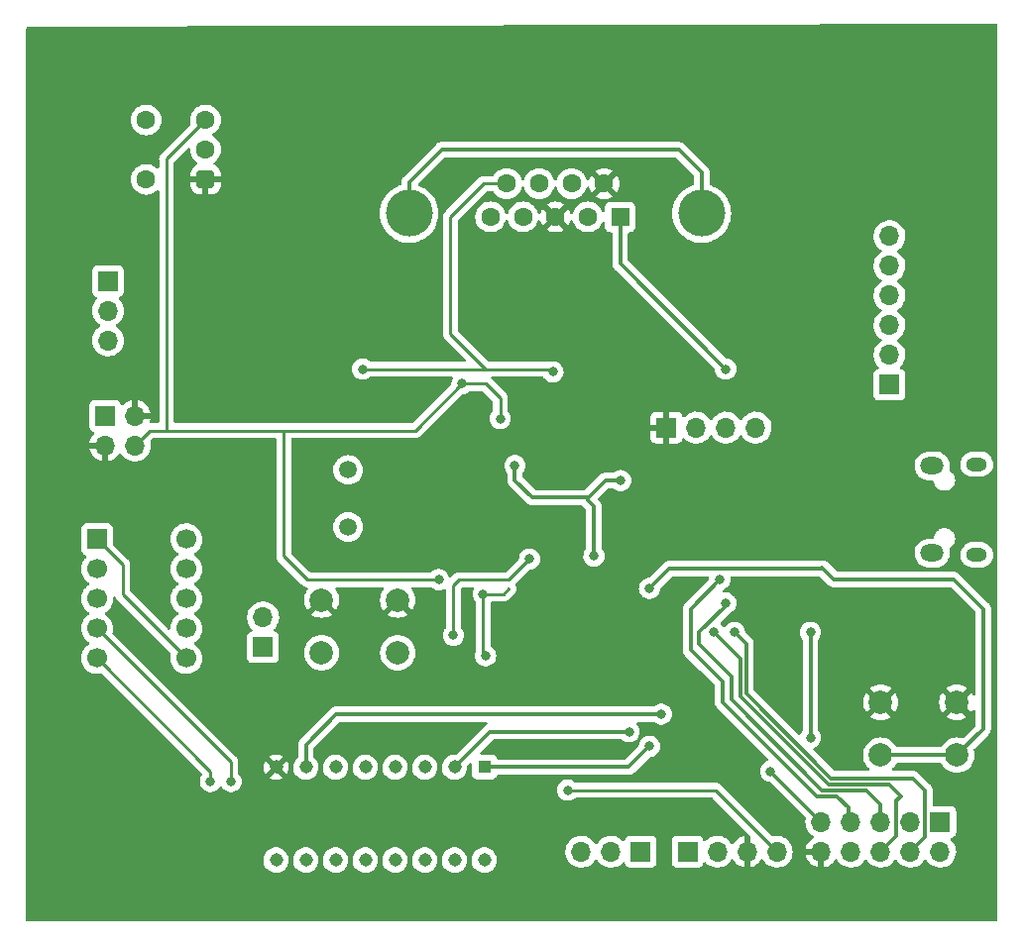
<source format=gbr>
%TF.GenerationSoftware,KiCad,Pcbnew,6.0.9-8da3e8f707~117~ubuntu18.04.1*%
%TF.CreationDate,2023-01-22T23:16:31+05:30*%
%TF.ProjectId,f103_V2,66313033-5f56-4322-9e6b-696361645f70,rev?*%
%TF.SameCoordinates,Original*%
%TF.FileFunction,Copper,L2,Bot*%
%TF.FilePolarity,Positive*%
%FSLAX46Y46*%
G04 Gerber Fmt 4.6, Leading zero omitted, Abs format (unit mm)*
G04 Created by KiCad (PCBNEW 6.0.9-8da3e8f707~117~ubuntu18.04.1) date 2023-01-22 23:16:31*
%MOMM*%
%LPD*%
G01*
G04 APERTURE LIST*
G04 Aperture macros list*
%AMRoundRect*
0 Rectangle with rounded corners*
0 $1 Rounding radius*
0 $2 $3 $4 $5 $6 $7 $8 $9 X,Y pos of 4 corners*
0 Add a 4 corners polygon primitive as box body*
4,1,4,$2,$3,$4,$5,$6,$7,$8,$9,$2,$3,0*
0 Add four circle primitives for the rounded corners*
1,1,$1+$1,$2,$3*
1,1,$1+$1,$4,$5*
1,1,$1+$1,$6,$7*
1,1,$1+$1,$8,$9*
0 Add four rect primitives between the rounded corners*
20,1,$1+$1,$2,$3,$4,$5,0*
20,1,$1+$1,$4,$5,$6,$7,0*
20,1,$1+$1,$6,$7,$8,$9,0*
20,1,$1+$1,$8,$9,$2,$3,0*%
G04 Aperture macros list end*
%TA.AperFunction,ComponentPad*%
%ADD10R,1.700000X1.700000*%
%TD*%
%TA.AperFunction,ComponentPad*%
%ADD11O,1.700000X1.700000*%
%TD*%
%TA.AperFunction,ComponentPad*%
%ADD12C,4.000000*%
%TD*%
%TA.AperFunction,ComponentPad*%
%ADD13R,1.600000X1.600000*%
%TD*%
%TA.AperFunction,ComponentPad*%
%ADD14C,1.600000*%
%TD*%
%TA.AperFunction,ComponentPad*%
%ADD15C,2.000000*%
%TD*%
%TA.AperFunction,ComponentPad*%
%ADD16C,1.500000*%
%TD*%
%TA.AperFunction,ComponentPad*%
%ADD17RoundRect,0.400000X-0.400000X-0.400000X0.400000X-0.400000X0.400000X0.400000X-0.400000X0.400000X0*%
%TD*%
%TA.AperFunction,ComponentPad*%
%ADD18O,1.800000X1.150000*%
%TD*%
%TA.AperFunction,ComponentPad*%
%ADD19O,2.000000X1.450000*%
%TD*%
%TA.AperFunction,ComponentPad*%
%ADD20C,1.700000*%
%TD*%
%TA.AperFunction,ComponentPad*%
%ADD21R,1.140000X1.140000*%
%TD*%
%TA.AperFunction,ComponentPad*%
%ADD22C,1.140000*%
%TD*%
%TA.AperFunction,ViaPad*%
%ADD23C,0.800000*%
%TD*%
%TA.AperFunction,Conductor*%
%ADD24C,0.250000*%
%TD*%
%TA.AperFunction,Conductor*%
%ADD25C,0.300000*%
%TD*%
G04 APERTURE END LIST*
D10*
%TO.P,J5,1,Pin_1*%
%TO.N,/SPI_1_MOSI*%
X155250000Y-120750000D03*
D11*
%TO.P,J5,2,Pin_2*%
%TO.N,/SPI_1_MISO*%
X152710000Y-120750000D03*
%TO.P,J5,3,Pin_3*%
%TO.N,/SPI_1_SCK*%
X150170000Y-120750000D03*
%TD*%
D12*
%TO.P,J10,0,PAD*%
%TO.N,unconnected-(J10-Pad0)*%
X160460000Y-66200000D03*
X135460000Y-66200000D03*
D13*
%TO.P,J10,1,1*%
%TO.N,/PA15*%
X153500000Y-66500000D03*
D14*
%TO.P,J10,2,2*%
%TO.N,Net-(J10-Pad2)*%
X150730000Y-66500000D03*
%TO.P,J10,3,3*%
%TO.N,GND*%
X147960000Y-66500000D03*
%TO.P,J10,4,4*%
%TO.N,unconnected-(J10-Pad4)*%
X145190000Y-66500000D03*
%TO.P,J10,5,5*%
%TO.N,unconnected-(J10-Pad5)*%
X142420000Y-66500000D03*
%TO.P,J10,6,6*%
%TO.N,GND*%
X152115000Y-63660000D03*
%TO.P,J10,7,7*%
%TO.N,Net-(J10-Pad7)*%
X149345000Y-63660000D03*
%TO.P,J10,8,8*%
%TO.N,unconnected-(J10-Pad8)*%
X146575000Y-63660000D03*
%TO.P,J10,9,9*%
%TO.N,VBUS*%
X143805000Y-63660000D03*
%TD*%
D15*
%TO.P,SW3,1,1*%
%TO.N,GND*%
X175750000Y-108000000D03*
X182250000Y-108000000D03*
%TO.P,SW3,2,2*%
%TO.N,/Usr_Push_btn*%
X175750000Y-112500000D03*
X182250000Y-112500000D03*
%TD*%
D16*
%TO.P,Y1,1,1*%
%TO.N,Net-(C3-Pad1)*%
X130250000Y-93000000D03*
%TO.P,Y1,2,2*%
%TO.N,/OSC_IN*%
X130250000Y-88120000D03*
%TD*%
D10*
%TO.P,J3,1,Pin_1*%
%TO.N,/PA15*%
X176500000Y-80850000D03*
D11*
%TO.P,J3,2,Pin_2*%
%TO.N,/SW_Trace*%
X176500000Y-78310000D03*
%TO.P,J3,3,Pin_3*%
%TO.N,/PB4*%
X176500000Y-75770000D03*
%TO.P,J3,4,Pin_4*%
%TO.N,/PB5*%
X176500000Y-73230000D03*
%TO.P,J3,5,Pin_5*%
%TO.N,/I2C_1_SCL*%
X176500000Y-70690000D03*
%TO.P,J3,6,Pin_6*%
%TO.N,/I2C_1_SDA*%
X176500000Y-68150000D03*
%TD*%
D10*
%TO.P,J6,1,Pin_1*%
%TO.N,/UART_2_Rx*%
X123000000Y-103275000D03*
D11*
%TO.P,J6,2,Pin_2*%
%TO.N,/UART_2_Tx*%
X123000000Y-100735000D03*
%TD*%
D14*
%TO.P,SW2,*%
%TO.N,*%
X113010000Y-63290000D03*
X113010000Y-58210000D03*
D17*
%TO.P,SW2,1,A*%
%TO.N,GND*%
X118090000Y-63290000D03*
D14*
%TO.P,SW2,2,B*%
%TO.N,Net-(R7-Pad1)*%
X118090000Y-60750000D03*
%TO.P,SW2,3,C*%
%TO.N,+3.3V*%
X118090000Y-58210000D03*
%TD*%
D18*
%TO.P,J9,6,Shield*%
%TO.N,unconnected-(J9-Pad6)*%
X183945000Y-87630000D03*
D19*
X180145000Y-95230000D03*
X180145000Y-87780000D03*
D18*
X183945000Y-95380000D03*
%TD*%
D10*
%TO.P,J1,1,Pin_1*%
%TO.N,GND*%
X157450000Y-84500000D03*
D11*
%TO.P,J1,2,Pin_2*%
%TO.N,/SW_SCK*%
X159990000Y-84500000D03*
%TO.P,J1,3,Pin_3*%
%TO.N,/SW_DIO*%
X162530000Y-84500000D03*
%TO.P,J1,4,Pin_4*%
%TO.N,+3.3V*%
X165070000Y-84500000D03*
%TD*%
%TO.P,J2,3,Pin_3*%
%TO.N,/PC15*%
X109750000Y-77055000D03*
%TO.P,J2,2,Pin_2*%
%TO.N,/PC14*%
X109750000Y-74515000D03*
D10*
%TO.P,J2,1,Pin_1*%
%TO.N,/PC13*%
X109750000Y-71975000D03*
%TD*%
%TO.P,J8,1,Pin_1*%
%TO.N,/UART_3_Tx*%
X159250000Y-120750000D03*
D11*
%TO.P,J8,2,Pin_2*%
%TO.N,/UART_3_Rx*%
X161790000Y-120750000D03*
%TO.P,J8,3,Pin_3*%
%TO.N,GND*%
X164330000Y-120750000D03*
%TO.P,J8,4,Pin_4*%
%TO.N,VBUS*%
X166870000Y-120750000D03*
%TD*%
D15*
%TO.P,SW1,1,1*%
%TO.N,GND*%
X134500000Y-99250000D03*
X128000000Y-99250000D03*
%TO.P,SW1,2,2*%
%TO.N,/RESET*%
X134500000Y-103750000D03*
X128000000Y-103750000D03*
%TD*%
D10*
%TO.P,U3,1,CA*%
%TO.N,VBUS*%
X108817500Y-94047500D03*
D20*
%TO.P,U3,2,F*%
%TO.N,Net-(R13-Pad2)*%
X108817500Y-96587500D03*
%TO.P,U3,3,G*%
%TO.N,Net-(R14-Pad2)*%
X108817500Y-99127500D03*
%TO.P,U3,4,E*%
%TO.N,Net-(R12-Pad2)*%
X108817500Y-101667500D03*
%TO.P,U3,5,D*%
%TO.N,Net-(R11-Pad2)*%
X108817500Y-104207500D03*
%TO.P,U3,6,CA*%
%TO.N,VBUS*%
X116437500Y-104207500D03*
%TO.P,U3,7,DP*%
%TO.N,unconnected-(U3-Pad7)*%
X116437500Y-101667500D03*
%TO.P,U3,8,C*%
%TO.N,Net-(R10-Pad2)*%
X116437500Y-99127500D03*
%TO.P,U3,9,B*%
%TO.N,Net-(R9-Pad2)*%
X116437500Y-96587500D03*
%TO.P,U3,10,A*%
%TO.N,Net-(R8-Pad2)*%
X116437500Y-94047500D03*
%TD*%
D10*
%TO.P,J4,1,Pin_1*%
%TO.N,VBUS*%
X109500000Y-83500000D03*
D11*
%TO.P,J4,2,Pin_2*%
%TO.N,GND*%
X112040000Y-83500000D03*
%TO.P,J4,3,Pin_3*%
X109500000Y-86040000D03*
%TO.P,J4,4,Pin_4*%
%TO.N,+3.3V*%
X112040000Y-86040000D03*
%TD*%
D21*
%TO.P,U2,1,B*%
%TO.N,/Display_B*%
X141890000Y-113530000D03*
D22*
%TO.P,U2,2,C*%
%TO.N,/Display_C*%
X139350000Y-113530000D03*
%TO.P,U2,3,LT*%
%TO.N,Net-(R1-Pad2)*%
X136810000Y-113530000D03*
%TO.P,U2,4,BI*%
%TO.N,Net-(R2-Pad2)*%
X134270000Y-113530000D03*
%TO.P,U2,5,RBI*%
%TO.N,Net-(R3-Pad2)*%
X131730000Y-113530000D03*
%TO.P,U2,6,D*%
%TO.N,/Display_D*%
X129190000Y-113530000D03*
%TO.P,U2,7,A*%
%TO.N,/Display_A*%
X126650000Y-113530000D03*
%TO.P,U2,8,GND*%
%TO.N,GND*%
X124110000Y-113530000D03*
%TO.P,U2,9,e*%
%TO.N,Net-(R12-Pad1)*%
X124110000Y-121470000D03*
%TO.P,U2,10,d*%
%TO.N,Net-(R11-Pad1)*%
X126650000Y-121470000D03*
%TO.P,U2,11,c*%
%TO.N,Net-(R10-Pad1)*%
X129190000Y-121470000D03*
%TO.P,U2,12,b*%
%TO.N,Net-(R9-Pad1)*%
X131730000Y-121470000D03*
%TO.P,U2,13,a*%
%TO.N,Net-(R8-Pad1)*%
X134270000Y-121470000D03*
%TO.P,U2,14,g*%
%TO.N,Net-(R14-Pad1)*%
X136810000Y-121470000D03*
%TO.P,U2,15,f*%
%TO.N,Net-(R13-Pad1)*%
X139350000Y-121470000D03*
%TO.P,U2,16,VCC*%
%TO.N,VBUS*%
X141890000Y-121470000D03*
%TD*%
D10*
%TO.P,J7,1,Pin_1*%
%TO.N,unconnected-(J7-Pad1)*%
X180830000Y-118210000D03*
D11*
%TO.P,J7,2,Pin_2*%
%TO.N,unconnected-(J7-Pad2)*%
X180830000Y-120750000D03*
%TO.P,J7,3,Pin_3*%
%TO.N,unconnected-(J7-Pad3)*%
X178290000Y-118210000D03*
%TO.P,J7,4,Pin_4*%
%TO.N,/SPI_2_MISO*%
X178290000Y-120750000D03*
%TO.P,J7,5,Pin_5*%
%TO.N,/SPI_2_MOSI*%
X175750000Y-118210000D03*
%TO.P,J7,6,Pin_6*%
%TO.N,/SPI_2_SCK*%
X175750000Y-120750000D03*
%TO.P,J7,7,Pin_7*%
%TO.N,/CS*%
X173210000Y-118210000D03*
%TO.P,J7,8,Pin_8*%
%TO.N,unconnected-(J7-Pad8)*%
X173210000Y-120750000D03*
%TO.P,J7,9,Pin_9*%
%TO.N,+3.3V*%
X170670000Y-118210000D03*
%TO.P,J7,10,Pin_10*%
%TO.N,GND*%
X170670000Y-120750000D03*
%TD*%
D23*
%TO.N,/RESET*%
X139250000Y-102250000D03*
%TO.N,/LED1*%
X142000000Y-104000000D03*
%TO.N,VBUS*%
X147750000Y-79750000D03*
%TO.N,GND*%
X157250000Y-90250000D03*
X159000000Y-81750000D03*
%TO.N,/PA15*%
X162500000Y-79500000D03*
%TO.N,/Usr_Push_btn*%
X156000000Y-98250000D03*
%TO.N,GND*%
X144000000Y-77000000D03*
%TO.N,+3.3V*%
X143250000Y-83750000D03*
%TO.N,GND*%
X134000000Y-96000000D03*
X123250000Y-96750000D03*
%TO.N,+3.3V*%
X138000000Y-97500000D03*
%TO.N,GND*%
X152500000Y-104000000D03*
X145500000Y-84500000D03*
X147750000Y-84000000D03*
X133750000Y-90000000D03*
X180750000Y-99750000D03*
X143750000Y-106000000D03*
%TO.N,+3.3V*%
X144500000Y-87750000D03*
X153529977Y-89029977D03*
X151250000Y-95500000D03*
%TO.N,VBUS*%
X131500000Y-79500000D03*
%TO.N,+3.3V*%
X140000000Y-80750000D03*
%TO.N,/LED1*%
X141799500Y-98750000D03*
%TO.N,/RESET*%
X145750000Y-95750000D03*
%TO.N,Net-(R11-Pad2)*%
X118500000Y-114750000D03*
%TO.N,Net-(R12-Pad2)*%
X120250000Y-114750000D03*
%TO.N,VBUS*%
X149000000Y-115500000D03*
X169750000Y-111000000D03*
X169750000Y-102000000D03*
%TO.N,+3.3V*%
X166350000Y-113890000D03*
%TO.N,/Display_C*%
X154250000Y-110500000D03*
%TO.N,/Display_B*%
X156000000Y-111750000D03*
%TO.N,/Display_A*%
X157000000Y-109000000D03*
%TO.N,/CS*%
X162000000Y-97500000D03*
%TO.N,/SPI_2_MOSI*%
X162500000Y-99500000D03*
%TO.N,/SPI_2_SCK*%
X161500000Y-102000000D03*
%TO.N,/SPI_2_MISO*%
X163250000Y-102000000D03*
%TD*%
D24*
%TO.N,/RESET*%
X139250000Y-100000000D02*
X139250000Y-102250000D01*
%TO.N,/LED1*%
X141799500Y-98750000D02*
X141799500Y-103799500D01*
X141799500Y-103799500D02*
X142000000Y-104000000D01*
%TO.N,VBUS*%
X147500000Y-79500000D02*
X147750000Y-79750000D01*
D25*
%TO.N,GND*%
X157450000Y-84500000D02*
X157450000Y-90050000D01*
X157450000Y-90050000D02*
X157250000Y-90250000D01*
%TO.N,unconnected-(J10-Pad0)*%
X135460000Y-66200000D02*
X135460000Y-63540000D01*
X135460000Y-63540000D02*
X138250000Y-60750000D01*
X138250000Y-60750000D02*
X158500000Y-60750000D01*
X158500000Y-60750000D02*
X160460000Y-62710000D01*
X160460000Y-62710000D02*
X160460000Y-66200000D01*
%TO.N,/PA15*%
X162500000Y-79500000D02*
X153500000Y-70500000D01*
X153500000Y-70500000D02*
X153500000Y-66500000D01*
%TO.N,/Usr_Push_btn*%
X175750000Y-112500000D02*
X182250000Y-112500000D01*
X156000000Y-98250000D02*
X157695000Y-96555000D01*
X170750000Y-96500000D02*
X171750000Y-97500000D01*
X157695000Y-96555000D02*
X170695000Y-96555000D01*
X170695000Y-96555000D02*
X170750000Y-96500000D01*
X171750000Y-97500000D02*
X182000000Y-97500000D01*
X182000000Y-97500000D02*
X184500000Y-100000000D01*
X184500000Y-100000000D02*
X184500000Y-110250000D01*
X184500000Y-110250000D02*
X182250000Y-112500000D01*
D24*
%TO.N,VBUS*%
X142000000Y-79500000D02*
X139000000Y-76500000D01*
X139000000Y-76500000D02*
X139000000Y-66500000D01*
X142000000Y-79500000D02*
X147500000Y-79500000D01*
X141840000Y-63660000D02*
X143805000Y-63660000D01*
X131500000Y-79500000D02*
X142000000Y-79500000D01*
X139000000Y-66500000D02*
X141840000Y-63660000D01*
%TO.N,+3.3V*%
X143250000Y-82000000D02*
X143250000Y-83750000D01*
X142000000Y-80750000D02*
X143250000Y-82000000D01*
X140000000Y-80750000D02*
X142000000Y-80750000D01*
X136000000Y-84750000D02*
X124750000Y-84750000D01*
X126750000Y-97500000D02*
X138000000Y-97500000D01*
X124750000Y-84750000D02*
X114750000Y-84750000D01*
X124750000Y-95500000D02*
X125250000Y-96000000D01*
X124750000Y-84750000D02*
X124750000Y-95500000D01*
X125250000Y-96000000D02*
X126750000Y-97500000D01*
D25*
X144500000Y-89000000D02*
X144500000Y-87750000D01*
X150750000Y-90500000D02*
X146000000Y-90500000D01*
X146000000Y-90500000D02*
X144500000Y-89000000D01*
X150750000Y-90500000D02*
X150875000Y-90375000D01*
X150875000Y-90375000D02*
X152220023Y-89029977D01*
X152220023Y-89029977D02*
X153529977Y-89029977D01*
X151250000Y-91250000D02*
X150750000Y-90750000D01*
X151250000Y-95500000D02*
X151250000Y-91250000D01*
X150750000Y-90750000D02*
X150750000Y-90500000D01*
D24*
X114750000Y-84750000D02*
X113330000Y-84750000D01*
X114750000Y-84750000D02*
X114750000Y-61550000D01*
X114750000Y-61550000D02*
X118090000Y-58210000D01*
X140000000Y-80750000D02*
X136000000Y-84750000D01*
X113330000Y-84750000D02*
X112040000Y-86040000D01*
%TO.N,/LED1*%
X143500000Y-98750000D02*
X144000000Y-98250000D01*
X141799500Y-98750000D02*
X143500000Y-98750000D01*
%TO.N,/RESET*%
X139250000Y-98000000D02*
X139250000Y-100000000D01*
X139750000Y-97500000D02*
X139250000Y-98000000D01*
X145750000Y-95750000D02*
X144000000Y-97500000D01*
X144000000Y-97500000D02*
X139750000Y-97500000D01*
%TO.N,VBUS*%
X116437500Y-104207500D02*
X111000000Y-98770000D01*
X111000000Y-98770000D02*
X111000000Y-96230000D01*
X111000000Y-96230000D02*
X108817500Y-94047500D01*
%TO.N,Net-(R11-Pad2)*%
X118500000Y-114750000D02*
X118500000Y-113890000D01*
X118500000Y-113890000D02*
X108817500Y-104207500D01*
%TO.N,Net-(R12-Pad2)*%
X120250000Y-113100000D02*
X108817500Y-101667500D01*
X120250000Y-114750000D02*
X120250000Y-113100000D01*
%TO.N,VBUS*%
X149000000Y-115500000D02*
X161620000Y-115500000D01*
X161620000Y-115500000D02*
X166870000Y-120750000D01*
D25*
X169750000Y-102000000D02*
X169750000Y-111000000D01*
%TO.N,+3.3V*%
X166350000Y-113890000D02*
X170670000Y-118210000D01*
%TO.N,/Display_C*%
X154250000Y-110500000D02*
X142380000Y-110500000D01*
X142380000Y-110500000D02*
X139350000Y-113530000D01*
%TO.N,/Display_B*%
X156000000Y-111750000D02*
X154220000Y-113530000D01*
X154220000Y-113530000D02*
X141890000Y-113530000D01*
%TO.N,/Display_A*%
X157000000Y-109000000D02*
X129250000Y-109000000D01*
X129250000Y-109000000D02*
X126650000Y-111600000D01*
X126650000Y-111600000D02*
X126650000Y-113530000D01*
%TO.N,/CS*%
X162000000Y-97500000D02*
X159500000Y-100000000D01*
X173000000Y-117000000D02*
X173000000Y-118000000D01*
X159500000Y-100000000D02*
X159500000Y-103500000D01*
X172000000Y-116000000D02*
X173000000Y-117000000D01*
X159500000Y-103500000D02*
X162250000Y-106250000D01*
X162250000Y-106250000D02*
X162250000Y-108000000D01*
X162250000Y-108000000D02*
X170250000Y-116000000D01*
X170250000Y-116000000D02*
X172000000Y-116000000D01*
X173000000Y-118000000D02*
X173210000Y-118210000D01*
%TO.N,/SPI_2_MOSI*%
X160250000Y-103000000D02*
X163000000Y-105750000D01*
X162500000Y-99500000D02*
X162500000Y-99750000D01*
X160250000Y-102000000D02*
X160250000Y-103000000D01*
X162500000Y-99750000D02*
X160250000Y-102000000D01*
X163000000Y-105750000D02*
X163000000Y-107750000D01*
X175750000Y-116750000D02*
X175750000Y-118210000D01*
X163000000Y-107750000D02*
X170750000Y-115500000D01*
X170750000Y-115500000D02*
X174500000Y-115500000D01*
X174500000Y-115500000D02*
X175750000Y-116750000D01*
%TO.N,/SPI_2_SCK*%
X161500000Y-102000000D02*
X163750000Y-104250000D01*
X176500000Y-115000000D02*
X177500000Y-116000000D01*
X163750000Y-104250000D02*
X163750000Y-107457106D01*
X163750000Y-107457106D02*
X171292894Y-115000000D01*
X177090000Y-119410000D02*
X175750000Y-120750000D01*
X171292894Y-115000000D02*
X176500000Y-115000000D01*
X177500000Y-116000000D02*
X177090000Y-116410000D01*
X177090000Y-116410000D02*
X177090000Y-119410000D01*
%TO.N,/SPI_2_MISO*%
X164250000Y-107250000D02*
X171500000Y-114500000D01*
X164250000Y-103000000D02*
X164250000Y-107250000D01*
X163250000Y-102000000D02*
X164250000Y-103000000D01*
X179500000Y-115500000D02*
X179500000Y-119540000D01*
X179500000Y-119540000D02*
X178290000Y-120750000D01*
X171500000Y-114500000D02*
X178500000Y-114500000D01*
X178500000Y-114500000D02*
X179500000Y-115500000D01*
%TD*%
%TA.AperFunction,Conductor*%
%TO.N,GND*%
G36*
X185683621Y-50028502D02*
G01*
X185730114Y-50082158D01*
X185741500Y-50134500D01*
X185741500Y-126615500D01*
X185721498Y-126683621D01*
X185667842Y-126730114D01*
X185615500Y-126741500D01*
X102884500Y-126741500D01*
X102816379Y-126721498D01*
X102769886Y-126667842D01*
X102758500Y-126615500D01*
X102758500Y-121441647D01*
X123027251Y-121441647D01*
X123040215Y-121639437D01*
X123089006Y-121831553D01*
X123171991Y-122011560D01*
X123286389Y-122173430D01*
X123428370Y-122311742D01*
X123433166Y-122314947D01*
X123433169Y-122314949D01*
X123562549Y-122401397D01*
X123593180Y-122421864D01*
X123598483Y-122424142D01*
X123598486Y-122424144D01*
X123680731Y-122459479D01*
X123775298Y-122500108D01*
X123869111Y-122521336D01*
X123962988Y-122542579D01*
X123962991Y-122542579D01*
X123968624Y-122543854D01*
X123974395Y-122544081D01*
X123974397Y-122544081D01*
X124034085Y-122546426D01*
X124166686Y-122551636D01*
X124172395Y-122550808D01*
X124172399Y-122550808D01*
X124357134Y-122524022D01*
X124357138Y-122524021D01*
X124362849Y-122523193D01*
X124550545Y-122459479D01*
X124723486Y-122362628D01*
X124875881Y-122235881D01*
X125002628Y-122083486D01*
X125016017Y-122059579D01*
X125093682Y-121920896D01*
X125099479Y-121910545D01*
X125163193Y-121722849D01*
X125165011Y-121710316D01*
X125191104Y-121530356D01*
X125191104Y-121530354D01*
X125191636Y-121526686D01*
X125193120Y-121470000D01*
X125190515Y-121441647D01*
X125567251Y-121441647D01*
X125580215Y-121639437D01*
X125629006Y-121831553D01*
X125711991Y-122011560D01*
X125826389Y-122173430D01*
X125968370Y-122311742D01*
X125973166Y-122314947D01*
X125973169Y-122314949D01*
X126102549Y-122401397D01*
X126133180Y-122421864D01*
X126138483Y-122424142D01*
X126138486Y-122424144D01*
X126220731Y-122459479D01*
X126315298Y-122500108D01*
X126409111Y-122521336D01*
X126502988Y-122542579D01*
X126502991Y-122542579D01*
X126508624Y-122543854D01*
X126514395Y-122544081D01*
X126514397Y-122544081D01*
X126574085Y-122546426D01*
X126706686Y-122551636D01*
X126712395Y-122550808D01*
X126712399Y-122550808D01*
X126897134Y-122524022D01*
X126897138Y-122524021D01*
X126902849Y-122523193D01*
X127090545Y-122459479D01*
X127263486Y-122362628D01*
X127415881Y-122235881D01*
X127542628Y-122083486D01*
X127556017Y-122059579D01*
X127633682Y-121920896D01*
X127639479Y-121910545D01*
X127703193Y-121722849D01*
X127705011Y-121710316D01*
X127731104Y-121530356D01*
X127731104Y-121530354D01*
X127731636Y-121526686D01*
X127733120Y-121470000D01*
X127730515Y-121441647D01*
X128107251Y-121441647D01*
X128120215Y-121639437D01*
X128169006Y-121831553D01*
X128251991Y-122011560D01*
X128366389Y-122173430D01*
X128508370Y-122311742D01*
X128513166Y-122314947D01*
X128513169Y-122314949D01*
X128642549Y-122401397D01*
X128673180Y-122421864D01*
X128678483Y-122424142D01*
X128678486Y-122424144D01*
X128760731Y-122459479D01*
X128855298Y-122500108D01*
X128949111Y-122521336D01*
X129042988Y-122542579D01*
X129042991Y-122542579D01*
X129048624Y-122543854D01*
X129054395Y-122544081D01*
X129054397Y-122544081D01*
X129114085Y-122546426D01*
X129246686Y-122551636D01*
X129252395Y-122550808D01*
X129252399Y-122550808D01*
X129437134Y-122524022D01*
X129437138Y-122524021D01*
X129442849Y-122523193D01*
X129630545Y-122459479D01*
X129803486Y-122362628D01*
X129955881Y-122235881D01*
X130082628Y-122083486D01*
X130096017Y-122059579D01*
X130173682Y-121920896D01*
X130179479Y-121910545D01*
X130243193Y-121722849D01*
X130245011Y-121710316D01*
X130271104Y-121530356D01*
X130271104Y-121530354D01*
X130271636Y-121526686D01*
X130273120Y-121470000D01*
X130270515Y-121441647D01*
X130647251Y-121441647D01*
X130660215Y-121639437D01*
X130709006Y-121831553D01*
X130791991Y-122011560D01*
X130906389Y-122173430D01*
X131048370Y-122311742D01*
X131053166Y-122314947D01*
X131053169Y-122314949D01*
X131182549Y-122401397D01*
X131213180Y-122421864D01*
X131218483Y-122424142D01*
X131218486Y-122424144D01*
X131300731Y-122459479D01*
X131395298Y-122500108D01*
X131489111Y-122521336D01*
X131582988Y-122542579D01*
X131582991Y-122542579D01*
X131588624Y-122543854D01*
X131594395Y-122544081D01*
X131594397Y-122544081D01*
X131654085Y-122546426D01*
X131786686Y-122551636D01*
X131792395Y-122550808D01*
X131792399Y-122550808D01*
X131977134Y-122524022D01*
X131977138Y-122524021D01*
X131982849Y-122523193D01*
X132170545Y-122459479D01*
X132343486Y-122362628D01*
X132495881Y-122235881D01*
X132622628Y-122083486D01*
X132636017Y-122059579D01*
X132713682Y-121920896D01*
X132719479Y-121910545D01*
X132783193Y-121722849D01*
X132785011Y-121710316D01*
X132811104Y-121530356D01*
X132811104Y-121530354D01*
X132811636Y-121526686D01*
X132813120Y-121470000D01*
X132810515Y-121441647D01*
X133187251Y-121441647D01*
X133200215Y-121639437D01*
X133249006Y-121831553D01*
X133331991Y-122011560D01*
X133446389Y-122173430D01*
X133588370Y-122311742D01*
X133593166Y-122314947D01*
X133593169Y-122314949D01*
X133722549Y-122401397D01*
X133753180Y-122421864D01*
X133758483Y-122424142D01*
X133758486Y-122424144D01*
X133840731Y-122459479D01*
X133935298Y-122500108D01*
X134029111Y-122521336D01*
X134122988Y-122542579D01*
X134122991Y-122542579D01*
X134128624Y-122543854D01*
X134134395Y-122544081D01*
X134134397Y-122544081D01*
X134194085Y-122546426D01*
X134326686Y-122551636D01*
X134332395Y-122550808D01*
X134332399Y-122550808D01*
X134517134Y-122524022D01*
X134517138Y-122524021D01*
X134522849Y-122523193D01*
X134710545Y-122459479D01*
X134883486Y-122362628D01*
X135035881Y-122235881D01*
X135162628Y-122083486D01*
X135176017Y-122059579D01*
X135253682Y-121920896D01*
X135259479Y-121910545D01*
X135323193Y-121722849D01*
X135325011Y-121710316D01*
X135351104Y-121530356D01*
X135351104Y-121530354D01*
X135351636Y-121526686D01*
X135353120Y-121470000D01*
X135350515Y-121441647D01*
X135727251Y-121441647D01*
X135740215Y-121639437D01*
X135789006Y-121831553D01*
X135871991Y-122011560D01*
X135986389Y-122173430D01*
X136128370Y-122311742D01*
X136133166Y-122314947D01*
X136133169Y-122314949D01*
X136262549Y-122401397D01*
X136293180Y-122421864D01*
X136298483Y-122424142D01*
X136298486Y-122424144D01*
X136380731Y-122459479D01*
X136475298Y-122500108D01*
X136569111Y-122521336D01*
X136662988Y-122542579D01*
X136662991Y-122542579D01*
X136668624Y-122543854D01*
X136674395Y-122544081D01*
X136674397Y-122544081D01*
X136734085Y-122546426D01*
X136866686Y-122551636D01*
X136872395Y-122550808D01*
X136872399Y-122550808D01*
X137057134Y-122524022D01*
X137057138Y-122524021D01*
X137062849Y-122523193D01*
X137250545Y-122459479D01*
X137423486Y-122362628D01*
X137575881Y-122235881D01*
X137702628Y-122083486D01*
X137716017Y-122059579D01*
X137793682Y-121920896D01*
X137799479Y-121910545D01*
X137863193Y-121722849D01*
X137865011Y-121710316D01*
X137891104Y-121530356D01*
X137891104Y-121530354D01*
X137891636Y-121526686D01*
X137893120Y-121470000D01*
X137890515Y-121441647D01*
X138267251Y-121441647D01*
X138280215Y-121639437D01*
X138329006Y-121831553D01*
X138411991Y-122011560D01*
X138526389Y-122173430D01*
X138668370Y-122311742D01*
X138673166Y-122314947D01*
X138673169Y-122314949D01*
X138802549Y-122401397D01*
X138833180Y-122421864D01*
X138838483Y-122424142D01*
X138838486Y-122424144D01*
X138920731Y-122459479D01*
X139015298Y-122500108D01*
X139109111Y-122521336D01*
X139202988Y-122542579D01*
X139202991Y-122542579D01*
X139208624Y-122543854D01*
X139214395Y-122544081D01*
X139214397Y-122544081D01*
X139274085Y-122546426D01*
X139406686Y-122551636D01*
X139412395Y-122550808D01*
X139412399Y-122550808D01*
X139597134Y-122524022D01*
X139597138Y-122524021D01*
X139602849Y-122523193D01*
X139790545Y-122459479D01*
X139963486Y-122362628D01*
X140115881Y-122235881D01*
X140242628Y-122083486D01*
X140256017Y-122059579D01*
X140333682Y-121920896D01*
X140339479Y-121910545D01*
X140403193Y-121722849D01*
X140405011Y-121710316D01*
X140431104Y-121530356D01*
X140431104Y-121530354D01*
X140431636Y-121526686D01*
X140433120Y-121470000D01*
X140430515Y-121441647D01*
X140807251Y-121441647D01*
X140820215Y-121639437D01*
X140869006Y-121831553D01*
X140951991Y-122011560D01*
X141066389Y-122173430D01*
X141208370Y-122311742D01*
X141213166Y-122314947D01*
X141213169Y-122314949D01*
X141342549Y-122401397D01*
X141373180Y-122421864D01*
X141378483Y-122424142D01*
X141378486Y-122424144D01*
X141460731Y-122459479D01*
X141555298Y-122500108D01*
X141649111Y-122521336D01*
X141742988Y-122542579D01*
X141742991Y-122542579D01*
X141748624Y-122543854D01*
X141754395Y-122544081D01*
X141754397Y-122544081D01*
X141814085Y-122546426D01*
X141946686Y-122551636D01*
X141952395Y-122550808D01*
X141952399Y-122550808D01*
X142137134Y-122524022D01*
X142137138Y-122524021D01*
X142142849Y-122523193D01*
X142330545Y-122459479D01*
X142503486Y-122362628D01*
X142655881Y-122235881D01*
X142782628Y-122083486D01*
X142796017Y-122059579D01*
X142873682Y-121920896D01*
X142879479Y-121910545D01*
X142943193Y-121722849D01*
X142945011Y-121710316D01*
X142971104Y-121530356D01*
X142971104Y-121530354D01*
X142971636Y-121526686D01*
X142973120Y-121470000D01*
X142954983Y-121272617D01*
X142945585Y-121239292D01*
X142902749Y-121087409D01*
X142901180Y-121081845D01*
X142813512Y-120904071D01*
X142792220Y-120875557D01*
X142698368Y-120749875D01*
X142698368Y-120749874D01*
X142694915Y-120745251D01*
X142664023Y-120716695D01*
X148807251Y-120716695D01*
X148807548Y-120721848D01*
X148807548Y-120721851D01*
X148819812Y-120934547D01*
X148820110Y-120939715D01*
X148821247Y-120944761D01*
X148821248Y-120944767D01*
X148835493Y-121007973D01*
X148869222Y-121157639D01*
X148953266Y-121364616D01*
X149004004Y-121447413D01*
X149067291Y-121550688D01*
X149069987Y-121555088D01*
X149216250Y-121723938D01*
X149388126Y-121866632D01*
X149581000Y-121979338D01*
X149789692Y-122059030D01*
X149794760Y-122060061D01*
X149794763Y-122060062D01*
X149885139Y-122078449D01*
X150008597Y-122103567D01*
X150013772Y-122103757D01*
X150013774Y-122103757D01*
X150226673Y-122111564D01*
X150226677Y-122111564D01*
X150231837Y-122111753D01*
X150236957Y-122111097D01*
X150236959Y-122111097D01*
X150448288Y-122084025D01*
X150448289Y-122084025D01*
X150453416Y-122083368D01*
X150458366Y-122081883D01*
X150662429Y-122020661D01*
X150662434Y-122020659D01*
X150667384Y-122019174D01*
X150867994Y-121920896D01*
X151049860Y-121791173D01*
X151208096Y-121633489D01*
X151267594Y-121550689D01*
X151338453Y-121452077D01*
X151339776Y-121453028D01*
X151386645Y-121409857D01*
X151456580Y-121397625D01*
X151522026Y-121425144D01*
X151549875Y-121456994D01*
X151609987Y-121555088D01*
X151756250Y-121723938D01*
X151928126Y-121866632D01*
X152121000Y-121979338D01*
X152329692Y-122059030D01*
X152334760Y-122060061D01*
X152334763Y-122060062D01*
X152425139Y-122078449D01*
X152548597Y-122103567D01*
X152553772Y-122103757D01*
X152553774Y-122103757D01*
X152766673Y-122111564D01*
X152766677Y-122111564D01*
X152771837Y-122111753D01*
X152776957Y-122111097D01*
X152776959Y-122111097D01*
X152988288Y-122084025D01*
X152988289Y-122084025D01*
X152993416Y-122083368D01*
X152998366Y-122081883D01*
X153202429Y-122020661D01*
X153202434Y-122020659D01*
X153207384Y-122019174D01*
X153407994Y-121920896D01*
X153589860Y-121791173D01*
X153698091Y-121683319D01*
X153760462Y-121649404D01*
X153831268Y-121654592D01*
X153888030Y-121697238D01*
X153905012Y-121728341D01*
X153927055Y-121787139D01*
X153949385Y-121846705D01*
X154036739Y-121963261D01*
X154153295Y-122050615D01*
X154289684Y-122101745D01*
X154351866Y-122108500D01*
X156148134Y-122108500D01*
X156210316Y-122101745D01*
X156346705Y-122050615D01*
X156463261Y-121963261D01*
X156550615Y-121846705D01*
X156601745Y-121710316D01*
X156608500Y-121648134D01*
X157891500Y-121648134D01*
X157898255Y-121710316D01*
X157949385Y-121846705D01*
X158036739Y-121963261D01*
X158153295Y-122050615D01*
X158289684Y-122101745D01*
X158351866Y-122108500D01*
X160148134Y-122108500D01*
X160210316Y-122101745D01*
X160346705Y-122050615D01*
X160463261Y-121963261D01*
X160550615Y-121846705D01*
X160572799Y-121787529D01*
X160594598Y-121729382D01*
X160637240Y-121672618D01*
X160703802Y-121647918D01*
X160773150Y-121663126D01*
X160807817Y-121691114D01*
X160836250Y-121723938D01*
X161008126Y-121866632D01*
X161201000Y-121979338D01*
X161409692Y-122059030D01*
X161414760Y-122060061D01*
X161414763Y-122060062D01*
X161505139Y-122078449D01*
X161628597Y-122103567D01*
X161633772Y-122103757D01*
X161633774Y-122103757D01*
X161846673Y-122111564D01*
X161846677Y-122111564D01*
X161851837Y-122111753D01*
X161856957Y-122111097D01*
X161856959Y-122111097D01*
X162068288Y-122084025D01*
X162068289Y-122084025D01*
X162073416Y-122083368D01*
X162078366Y-122081883D01*
X162282429Y-122020661D01*
X162282434Y-122020659D01*
X162287384Y-122019174D01*
X162487994Y-121920896D01*
X162669860Y-121791173D01*
X162828096Y-121633489D01*
X162887594Y-121550689D01*
X162958453Y-121452077D01*
X162959640Y-121452930D01*
X163006960Y-121409362D01*
X163076897Y-121397145D01*
X163142338Y-121424678D01*
X163170166Y-121456511D01*
X163227694Y-121550388D01*
X163233777Y-121558699D01*
X163373213Y-121719667D01*
X163380580Y-121726883D01*
X163544434Y-121862916D01*
X163552881Y-121868831D01*
X163736756Y-121976279D01*
X163746042Y-121980729D01*
X163945001Y-122056703D01*
X163954899Y-122059579D01*
X164058250Y-122080606D01*
X164072299Y-122079410D01*
X164076000Y-122069065D01*
X164076000Y-119433102D01*
X164072082Y-119419758D01*
X164057806Y-119417771D01*
X164019324Y-119423660D01*
X164009288Y-119426051D01*
X163806868Y-119492212D01*
X163797359Y-119496209D01*
X163608463Y-119594542D01*
X163599738Y-119600036D01*
X163429433Y-119727905D01*
X163421726Y-119734748D01*
X163274590Y-119888717D01*
X163268109Y-119896722D01*
X163163498Y-120050074D01*
X163108587Y-120095076D01*
X163038062Y-120103247D01*
X162974315Y-120071993D01*
X162953618Y-120047509D01*
X162872822Y-119922617D01*
X162872820Y-119922614D01*
X162870014Y-119918277D01*
X162719670Y-119753051D01*
X162715619Y-119749852D01*
X162715615Y-119749848D01*
X162548414Y-119617800D01*
X162548410Y-119617798D01*
X162544359Y-119614598D01*
X162508028Y-119594542D01*
X162451916Y-119563567D01*
X162348789Y-119506638D01*
X162343920Y-119504914D01*
X162343916Y-119504912D01*
X162143087Y-119433795D01*
X162143083Y-119433794D01*
X162138212Y-119432069D01*
X162133119Y-119431162D01*
X162133116Y-119431161D01*
X161923373Y-119393800D01*
X161923367Y-119393799D01*
X161918284Y-119392894D01*
X161844452Y-119391992D01*
X161700081Y-119390228D01*
X161700079Y-119390228D01*
X161694911Y-119390165D01*
X161474091Y-119423955D01*
X161261756Y-119493357D01*
X161231443Y-119509137D01*
X161075479Y-119590327D01*
X161063607Y-119596507D01*
X161059474Y-119599610D01*
X161059471Y-119599612D01*
X160935567Y-119692642D01*
X160884965Y-119730635D01*
X160828537Y-119789684D01*
X160804283Y-119815064D01*
X160742759Y-119850494D01*
X160671846Y-119847037D01*
X160614060Y-119805791D01*
X160595207Y-119772243D01*
X160553767Y-119661703D01*
X160550615Y-119653295D01*
X160463261Y-119536739D01*
X160346705Y-119449385D01*
X160210316Y-119398255D01*
X160148134Y-119391500D01*
X158351866Y-119391500D01*
X158289684Y-119398255D01*
X158153295Y-119449385D01*
X158036739Y-119536739D01*
X157949385Y-119653295D01*
X157898255Y-119789684D01*
X157891500Y-119851866D01*
X157891500Y-121648134D01*
X156608500Y-121648134D01*
X156608500Y-119851866D01*
X156601745Y-119789684D01*
X156550615Y-119653295D01*
X156463261Y-119536739D01*
X156346705Y-119449385D01*
X156210316Y-119398255D01*
X156148134Y-119391500D01*
X154351866Y-119391500D01*
X154289684Y-119398255D01*
X154153295Y-119449385D01*
X154036739Y-119536739D01*
X153949385Y-119653295D01*
X153946233Y-119661703D01*
X153904919Y-119771907D01*
X153862277Y-119828671D01*
X153795716Y-119853371D01*
X153726367Y-119838163D01*
X153693743Y-119812476D01*
X153643151Y-119756875D01*
X153643142Y-119756866D01*
X153639670Y-119753051D01*
X153635619Y-119749852D01*
X153635615Y-119749848D01*
X153468414Y-119617800D01*
X153468410Y-119617798D01*
X153464359Y-119614598D01*
X153428028Y-119594542D01*
X153371916Y-119563567D01*
X153268789Y-119506638D01*
X153263920Y-119504914D01*
X153263916Y-119504912D01*
X153063087Y-119433795D01*
X153063083Y-119433794D01*
X153058212Y-119432069D01*
X153053119Y-119431162D01*
X153053116Y-119431161D01*
X152843373Y-119393800D01*
X152843367Y-119393799D01*
X152838284Y-119392894D01*
X152764452Y-119391992D01*
X152620081Y-119390228D01*
X152620079Y-119390228D01*
X152614911Y-119390165D01*
X152394091Y-119423955D01*
X152181756Y-119493357D01*
X152151443Y-119509137D01*
X151995479Y-119590327D01*
X151983607Y-119596507D01*
X151979474Y-119599610D01*
X151979471Y-119599612D01*
X151855567Y-119692642D01*
X151804965Y-119730635D01*
X151779541Y-119757240D01*
X151693729Y-119847037D01*
X151650629Y-119892138D01*
X151543201Y-120049621D01*
X151488293Y-120094621D01*
X151417768Y-120102792D01*
X151354021Y-120071538D01*
X151333324Y-120047054D01*
X151252822Y-119922617D01*
X151252820Y-119922614D01*
X151250014Y-119918277D01*
X151099670Y-119753051D01*
X151095619Y-119749852D01*
X151095615Y-119749848D01*
X150928414Y-119617800D01*
X150928410Y-119617798D01*
X150924359Y-119614598D01*
X150888028Y-119594542D01*
X150831916Y-119563567D01*
X150728789Y-119506638D01*
X150723920Y-119504914D01*
X150723916Y-119504912D01*
X150523087Y-119433795D01*
X150523083Y-119433794D01*
X150518212Y-119432069D01*
X150513119Y-119431162D01*
X150513116Y-119431161D01*
X150303373Y-119393800D01*
X150303367Y-119393799D01*
X150298284Y-119392894D01*
X150224452Y-119391992D01*
X150080081Y-119390228D01*
X150080079Y-119390228D01*
X150074911Y-119390165D01*
X149854091Y-119423955D01*
X149641756Y-119493357D01*
X149611443Y-119509137D01*
X149455479Y-119590327D01*
X149443607Y-119596507D01*
X149439474Y-119599610D01*
X149439471Y-119599612D01*
X149315567Y-119692642D01*
X149264965Y-119730635D01*
X149239541Y-119757240D01*
X149153729Y-119847037D01*
X149110629Y-119892138D01*
X149107720Y-119896403D01*
X149107714Y-119896411D01*
X149095409Y-119914450D01*
X148984743Y-120076680D01*
X148890688Y-120279305D01*
X148830989Y-120494570D01*
X148807251Y-120716695D01*
X142664023Y-120716695D01*
X142549362Y-120610703D01*
X142484309Y-120569658D01*
X142386610Y-120508014D01*
X142386605Y-120508012D01*
X142381726Y-120504933D01*
X142197623Y-120431483D01*
X142003217Y-120392813D01*
X141997443Y-120392737D01*
X141997439Y-120392737D01*
X141897177Y-120391425D01*
X141805019Y-120390219D01*
X141799322Y-120391198D01*
X141799321Y-120391198D01*
X141615365Y-120422807D01*
X141615364Y-120422807D01*
X141609668Y-120423786D01*
X141423705Y-120492392D01*
X141418744Y-120495344D01*
X141418743Y-120495344D01*
X141356253Y-120532522D01*
X141253358Y-120593738D01*
X141104333Y-120724429D01*
X141100766Y-120728954D01*
X141100761Y-120728959D01*
X141034320Y-120813240D01*
X140981619Y-120880091D01*
X140978931Y-120885200D01*
X140892017Y-121050396D01*
X140892015Y-121050401D01*
X140889328Y-121055508D01*
X140830549Y-121244807D01*
X140807251Y-121441647D01*
X140430515Y-121441647D01*
X140414983Y-121272617D01*
X140405585Y-121239292D01*
X140362749Y-121087409D01*
X140361180Y-121081845D01*
X140273512Y-120904071D01*
X140252220Y-120875557D01*
X140158368Y-120749875D01*
X140158368Y-120749874D01*
X140154915Y-120745251D01*
X140009362Y-120610703D01*
X139944309Y-120569658D01*
X139846610Y-120508014D01*
X139846605Y-120508012D01*
X139841726Y-120504933D01*
X139657623Y-120431483D01*
X139463217Y-120392813D01*
X139457443Y-120392737D01*
X139457439Y-120392737D01*
X139357177Y-120391425D01*
X139265019Y-120390219D01*
X139259322Y-120391198D01*
X139259321Y-120391198D01*
X139075365Y-120422807D01*
X139075364Y-120422807D01*
X139069668Y-120423786D01*
X138883705Y-120492392D01*
X138878744Y-120495344D01*
X138878743Y-120495344D01*
X138816253Y-120532522D01*
X138713358Y-120593738D01*
X138564333Y-120724429D01*
X138560766Y-120728954D01*
X138560761Y-120728959D01*
X138494320Y-120813240D01*
X138441619Y-120880091D01*
X138438931Y-120885200D01*
X138352017Y-121050396D01*
X138352015Y-121050401D01*
X138349328Y-121055508D01*
X138290549Y-121244807D01*
X138267251Y-121441647D01*
X137890515Y-121441647D01*
X137874983Y-121272617D01*
X137865585Y-121239292D01*
X137822749Y-121087409D01*
X137821180Y-121081845D01*
X137733512Y-120904071D01*
X137712220Y-120875557D01*
X137618368Y-120749875D01*
X137618368Y-120749874D01*
X137614915Y-120745251D01*
X137469362Y-120610703D01*
X137404309Y-120569658D01*
X137306610Y-120508014D01*
X137306605Y-120508012D01*
X137301726Y-120504933D01*
X137117623Y-120431483D01*
X136923217Y-120392813D01*
X136917443Y-120392737D01*
X136917439Y-120392737D01*
X136817177Y-120391425D01*
X136725019Y-120390219D01*
X136719322Y-120391198D01*
X136719321Y-120391198D01*
X136535365Y-120422807D01*
X136535364Y-120422807D01*
X136529668Y-120423786D01*
X136343705Y-120492392D01*
X136338744Y-120495344D01*
X136338743Y-120495344D01*
X136276253Y-120532522D01*
X136173358Y-120593738D01*
X136024333Y-120724429D01*
X136020766Y-120728954D01*
X136020761Y-120728959D01*
X135954320Y-120813240D01*
X135901619Y-120880091D01*
X135898931Y-120885200D01*
X135812017Y-121050396D01*
X135812015Y-121050401D01*
X135809328Y-121055508D01*
X135750549Y-121244807D01*
X135727251Y-121441647D01*
X135350515Y-121441647D01*
X135334983Y-121272617D01*
X135325585Y-121239292D01*
X135282749Y-121087409D01*
X135281180Y-121081845D01*
X135193512Y-120904071D01*
X135172220Y-120875557D01*
X135078368Y-120749875D01*
X135078368Y-120749874D01*
X135074915Y-120745251D01*
X134929362Y-120610703D01*
X134864309Y-120569658D01*
X134766610Y-120508014D01*
X134766605Y-120508012D01*
X134761726Y-120504933D01*
X134577623Y-120431483D01*
X134383217Y-120392813D01*
X134377443Y-120392737D01*
X134377439Y-120392737D01*
X134277177Y-120391425D01*
X134185019Y-120390219D01*
X134179322Y-120391198D01*
X134179321Y-120391198D01*
X133995365Y-120422807D01*
X133995364Y-120422807D01*
X133989668Y-120423786D01*
X133803705Y-120492392D01*
X133798744Y-120495344D01*
X133798743Y-120495344D01*
X133736253Y-120532522D01*
X133633358Y-120593738D01*
X133484333Y-120724429D01*
X133480766Y-120728954D01*
X133480761Y-120728959D01*
X133414320Y-120813240D01*
X133361619Y-120880091D01*
X133358931Y-120885200D01*
X133272017Y-121050396D01*
X133272015Y-121050401D01*
X133269328Y-121055508D01*
X133210549Y-121244807D01*
X133187251Y-121441647D01*
X132810515Y-121441647D01*
X132794983Y-121272617D01*
X132785585Y-121239292D01*
X132742749Y-121087409D01*
X132741180Y-121081845D01*
X132653512Y-120904071D01*
X132632220Y-120875557D01*
X132538368Y-120749875D01*
X132538368Y-120749874D01*
X132534915Y-120745251D01*
X132389362Y-120610703D01*
X132324309Y-120569658D01*
X132226610Y-120508014D01*
X132226605Y-120508012D01*
X132221726Y-120504933D01*
X132037623Y-120431483D01*
X131843217Y-120392813D01*
X131837443Y-120392737D01*
X131837439Y-120392737D01*
X131737177Y-120391425D01*
X131645019Y-120390219D01*
X131639322Y-120391198D01*
X131639321Y-120391198D01*
X131455365Y-120422807D01*
X131455364Y-120422807D01*
X131449668Y-120423786D01*
X131263705Y-120492392D01*
X131258744Y-120495344D01*
X131258743Y-120495344D01*
X131196253Y-120532522D01*
X131093358Y-120593738D01*
X130944333Y-120724429D01*
X130940766Y-120728954D01*
X130940761Y-120728959D01*
X130874320Y-120813240D01*
X130821619Y-120880091D01*
X130818931Y-120885200D01*
X130732017Y-121050396D01*
X130732015Y-121050401D01*
X130729328Y-121055508D01*
X130670549Y-121244807D01*
X130647251Y-121441647D01*
X130270515Y-121441647D01*
X130254983Y-121272617D01*
X130245585Y-121239292D01*
X130202749Y-121087409D01*
X130201180Y-121081845D01*
X130113512Y-120904071D01*
X130092220Y-120875557D01*
X129998368Y-120749875D01*
X129998368Y-120749874D01*
X129994915Y-120745251D01*
X129849362Y-120610703D01*
X129784309Y-120569658D01*
X129686610Y-120508014D01*
X129686605Y-120508012D01*
X129681726Y-120504933D01*
X129497623Y-120431483D01*
X129303217Y-120392813D01*
X129297443Y-120392737D01*
X129297439Y-120392737D01*
X129197177Y-120391425D01*
X129105019Y-120390219D01*
X129099322Y-120391198D01*
X129099321Y-120391198D01*
X128915365Y-120422807D01*
X128915364Y-120422807D01*
X128909668Y-120423786D01*
X128723705Y-120492392D01*
X128718744Y-120495344D01*
X128718743Y-120495344D01*
X128656253Y-120532522D01*
X128553358Y-120593738D01*
X128404333Y-120724429D01*
X128400766Y-120728954D01*
X128400761Y-120728959D01*
X128334320Y-120813240D01*
X128281619Y-120880091D01*
X128278931Y-120885200D01*
X128192017Y-121050396D01*
X128192015Y-121050401D01*
X128189328Y-121055508D01*
X128130549Y-121244807D01*
X128107251Y-121441647D01*
X127730515Y-121441647D01*
X127714983Y-121272617D01*
X127705585Y-121239292D01*
X127662749Y-121087409D01*
X127661180Y-121081845D01*
X127573512Y-120904071D01*
X127552220Y-120875557D01*
X127458368Y-120749875D01*
X127458368Y-120749874D01*
X127454915Y-120745251D01*
X127309362Y-120610703D01*
X127244309Y-120569658D01*
X127146610Y-120508014D01*
X127146605Y-120508012D01*
X127141726Y-120504933D01*
X126957623Y-120431483D01*
X126763217Y-120392813D01*
X126757443Y-120392737D01*
X126757439Y-120392737D01*
X126657177Y-120391425D01*
X126565019Y-120390219D01*
X126559322Y-120391198D01*
X126559321Y-120391198D01*
X126375365Y-120422807D01*
X126375364Y-120422807D01*
X126369668Y-120423786D01*
X126183705Y-120492392D01*
X126178744Y-120495344D01*
X126178743Y-120495344D01*
X126116253Y-120532522D01*
X126013358Y-120593738D01*
X125864333Y-120724429D01*
X125860766Y-120728954D01*
X125860761Y-120728959D01*
X125794320Y-120813240D01*
X125741619Y-120880091D01*
X125738931Y-120885200D01*
X125652017Y-121050396D01*
X125652015Y-121050401D01*
X125649328Y-121055508D01*
X125590549Y-121244807D01*
X125567251Y-121441647D01*
X125190515Y-121441647D01*
X125174983Y-121272617D01*
X125165585Y-121239292D01*
X125122749Y-121087409D01*
X125121180Y-121081845D01*
X125033512Y-120904071D01*
X125012220Y-120875557D01*
X124918368Y-120749875D01*
X124918368Y-120749874D01*
X124914915Y-120745251D01*
X124769362Y-120610703D01*
X124704309Y-120569658D01*
X124606610Y-120508014D01*
X124606605Y-120508012D01*
X124601726Y-120504933D01*
X124417623Y-120431483D01*
X124223217Y-120392813D01*
X124217443Y-120392737D01*
X124217439Y-120392737D01*
X124117177Y-120391425D01*
X124025019Y-120390219D01*
X124019322Y-120391198D01*
X124019321Y-120391198D01*
X123835365Y-120422807D01*
X123835364Y-120422807D01*
X123829668Y-120423786D01*
X123643705Y-120492392D01*
X123638744Y-120495344D01*
X123638743Y-120495344D01*
X123576253Y-120532522D01*
X123473358Y-120593738D01*
X123324333Y-120724429D01*
X123320766Y-120728954D01*
X123320761Y-120728959D01*
X123254320Y-120813240D01*
X123201619Y-120880091D01*
X123198931Y-120885200D01*
X123112017Y-121050396D01*
X123112015Y-121050401D01*
X123109328Y-121055508D01*
X123050549Y-121244807D01*
X123027251Y-121441647D01*
X102758500Y-121441647D01*
X102758500Y-104174195D01*
X107454751Y-104174195D01*
X107455048Y-104179348D01*
X107455048Y-104179351D01*
X107466553Y-104378891D01*
X107467610Y-104397215D01*
X107468747Y-104402261D01*
X107468748Y-104402267D01*
X107486510Y-104481081D01*
X107516722Y-104615139D01*
X107600766Y-104822116D01*
X107717487Y-105012588D01*
X107863750Y-105181438D01*
X108035626Y-105324132D01*
X108228500Y-105436838D01*
X108437192Y-105516530D01*
X108442260Y-105517561D01*
X108442263Y-105517562D01*
X108549512Y-105539382D01*
X108656097Y-105561067D01*
X108661272Y-105561257D01*
X108661274Y-105561257D01*
X108874173Y-105569064D01*
X108874177Y-105569064D01*
X108879337Y-105569253D01*
X108884457Y-105568597D01*
X108884459Y-105568597D01*
X109095788Y-105541525D01*
X109095789Y-105541525D01*
X109100916Y-105540868D01*
X109105867Y-105539383D01*
X109105870Y-105539382D01*
X109147329Y-105526944D01*
X109218325Y-105526528D01*
X109272631Y-105558535D01*
X117755294Y-114041199D01*
X117789320Y-114103511D01*
X117784255Y-114174326D01*
X117768135Y-114204355D01*
X117765380Y-114208147D01*
X117760960Y-114213056D01*
X117713141Y-114295881D01*
X117683798Y-114346705D01*
X117665473Y-114378444D01*
X117606458Y-114560072D01*
X117605768Y-114566633D01*
X117605768Y-114566635D01*
X117591100Y-114706197D01*
X117586496Y-114750000D01*
X117587186Y-114756565D01*
X117605712Y-114932826D01*
X117606458Y-114939928D01*
X117665473Y-115121556D01*
X117760960Y-115286944D01*
X117765378Y-115291851D01*
X117765379Y-115291852D01*
X117866438Y-115404089D01*
X117888747Y-115428866D01*
X118043248Y-115541118D01*
X118049276Y-115543802D01*
X118049278Y-115543803D01*
X118211681Y-115616109D01*
X118217712Y-115618794D01*
X118311112Y-115638647D01*
X118398056Y-115657128D01*
X118398061Y-115657128D01*
X118404513Y-115658500D01*
X118595487Y-115658500D01*
X118601939Y-115657128D01*
X118601944Y-115657128D01*
X118688888Y-115638647D01*
X118782288Y-115618794D01*
X118788319Y-115616109D01*
X118950722Y-115543803D01*
X118950724Y-115543802D01*
X118956752Y-115541118D01*
X119111253Y-115428866D01*
X119133562Y-115404089D01*
X119234621Y-115291852D01*
X119234622Y-115291851D01*
X119239040Y-115286944D01*
X119265881Y-115240454D01*
X119317263Y-115191461D01*
X119386977Y-115178025D01*
X119452888Y-115204411D01*
X119484119Y-115240454D01*
X119510960Y-115286944D01*
X119515378Y-115291851D01*
X119515379Y-115291852D01*
X119616438Y-115404089D01*
X119638747Y-115428866D01*
X119793248Y-115541118D01*
X119799276Y-115543802D01*
X119799278Y-115543803D01*
X119961681Y-115616109D01*
X119967712Y-115618794D01*
X120061112Y-115638647D01*
X120148056Y-115657128D01*
X120148061Y-115657128D01*
X120154513Y-115658500D01*
X120345487Y-115658500D01*
X120351939Y-115657128D01*
X120351944Y-115657128D01*
X120438888Y-115638647D01*
X120532288Y-115618794D01*
X120538319Y-115616109D01*
X120700722Y-115543803D01*
X120700724Y-115543802D01*
X120706752Y-115541118D01*
X120763346Y-115500000D01*
X148086496Y-115500000D01*
X148087186Y-115506565D01*
X148103189Y-115658821D01*
X148106458Y-115689928D01*
X148165473Y-115871556D01*
X148168776Y-115877278D01*
X148168777Y-115877279D01*
X148197469Y-115926975D01*
X148260960Y-116036944D01*
X148265378Y-116041851D01*
X148265379Y-116041852D01*
X148283937Y-116062463D01*
X148388747Y-116178866D01*
X148543248Y-116291118D01*
X148549276Y-116293802D01*
X148549278Y-116293803D01*
X148693863Y-116358176D01*
X148717712Y-116368794D01*
X148808379Y-116388066D01*
X148898056Y-116407128D01*
X148898061Y-116407128D01*
X148904513Y-116408500D01*
X149095487Y-116408500D01*
X149101939Y-116407128D01*
X149101944Y-116407128D01*
X149191621Y-116388066D01*
X149282288Y-116368794D01*
X149306137Y-116358176D01*
X149450722Y-116293803D01*
X149450724Y-116293802D01*
X149456752Y-116291118D01*
X149491052Y-116266198D01*
X149604693Y-116183632D01*
X149611253Y-116178866D01*
X149615668Y-116173963D01*
X149620580Y-116169540D01*
X149621705Y-116170789D01*
X149675014Y-116137949D01*
X149708200Y-116133500D01*
X161305406Y-116133500D01*
X161373527Y-116153502D01*
X161394501Y-116170405D01*
X164547975Y-119323879D01*
X164582001Y-119386191D01*
X164580694Y-119415795D01*
X164584000Y-119415795D01*
X164584000Y-122068517D01*
X164588064Y-122082359D01*
X164601478Y-122084393D01*
X164608184Y-122083534D01*
X164618262Y-122081392D01*
X164822255Y-122020191D01*
X164831842Y-122016433D01*
X165023095Y-121922739D01*
X165031945Y-121917464D01*
X165205328Y-121793792D01*
X165213200Y-121787139D01*
X165364052Y-121636812D01*
X165370730Y-121628965D01*
X165498022Y-121451819D01*
X165499279Y-121452722D01*
X165546373Y-121409362D01*
X165616311Y-121397145D01*
X165681751Y-121424678D01*
X165709579Y-121456511D01*
X165769987Y-121555088D01*
X165916250Y-121723938D01*
X166088126Y-121866632D01*
X166281000Y-121979338D01*
X166489692Y-122059030D01*
X166494760Y-122060061D01*
X166494763Y-122060062D01*
X166585139Y-122078449D01*
X166708597Y-122103567D01*
X166713772Y-122103757D01*
X166713774Y-122103757D01*
X166926673Y-122111564D01*
X166926677Y-122111564D01*
X166931837Y-122111753D01*
X166936957Y-122111097D01*
X166936959Y-122111097D01*
X167148288Y-122084025D01*
X167148289Y-122084025D01*
X167153416Y-122083368D01*
X167158366Y-122081883D01*
X167362429Y-122020661D01*
X167362434Y-122020659D01*
X167367384Y-122019174D01*
X167567994Y-121920896D01*
X167749860Y-121791173D01*
X167908096Y-121633489D01*
X167967594Y-121550689D01*
X168035435Y-121456277D01*
X168038453Y-121452077D01*
X168051995Y-121424678D01*
X168135136Y-121256453D01*
X168135137Y-121256451D01*
X168137430Y-121251811D01*
X168202370Y-121038069D01*
X168205017Y-121017966D01*
X169338257Y-121017966D01*
X169368565Y-121152446D01*
X169371645Y-121162275D01*
X169451770Y-121359603D01*
X169456413Y-121368794D01*
X169567694Y-121550388D01*
X169573777Y-121558699D01*
X169713213Y-121719667D01*
X169720580Y-121726883D01*
X169884434Y-121862916D01*
X169892881Y-121868831D01*
X170076756Y-121976279D01*
X170086042Y-121980729D01*
X170285001Y-122056703D01*
X170294899Y-122059579D01*
X170398250Y-122080606D01*
X170412299Y-122079410D01*
X170416000Y-122069065D01*
X170416000Y-121022115D01*
X170411525Y-121006876D01*
X170410135Y-121005671D01*
X170402452Y-121004000D01*
X169353225Y-121004000D01*
X169339694Y-121007973D01*
X169338257Y-121017966D01*
X168205017Y-121017966D01*
X168231529Y-120816590D01*
X168233156Y-120750000D01*
X168214852Y-120527361D01*
X168160431Y-120310702D01*
X168071354Y-120105840D01*
X167950014Y-119918277D01*
X167799670Y-119753051D01*
X167795619Y-119749852D01*
X167795615Y-119749848D01*
X167628414Y-119617800D01*
X167628410Y-119617798D01*
X167624359Y-119614598D01*
X167588028Y-119594542D01*
X167531916Y-119563567D01*
X167428789Y-119506638D01*
X167423920Y-119504914D01*
X167423916Y-119504912D01*
X167223087Y-119433795D01*
X167223083Y-119433794D01*
X167218212Y-119432069D01*
X167213119Y-119431162D01*
X167213116Y-119431161D01*
X167003373Y-119393800D01*
X167003367Y-119393799D01*
X166998284Y-119392894D01*
X166924452Y-119391992D01*
X166780081Y-119390228D01*
X166780079Y-119390228D01*
X166774911Y-119390165D01*
X166554091Y-119423955D01*
X166541532Y-119428060D01*
X166470568Y-119430210D01*
X166413294Y-119397389D01*
X162123652Y-115107747D01*
X162116112Y-115099461D01*
X162112000Y-115092982D01*
X162062348Y-115046356D01*
X162059507Y-115043602D01*
X162039770Y-115023865D01*
X162036573Y-115021385D01*
X162027551Y-115013680D01*
X162001100Y-114988841D01*
X161995321Y-114983414D01*
X161988375Y-114979595D01*
X161988372Y-114979593D01*
X161977566Y-114973652D01*
X161961047Y-114962801D01*
X161955048Y-114958148D01*
X161945041Y-114950386D01*
X161937772Y-114947241D01*
X161937768Y-114947238D01*
X161904463Y-114932826D01*
X161893813Y-114927609D01*
X161855060Y-114906305D01*
X161835437Y-114901267D01*
X161816734Y-114894863D01*
X161805420Y-114889967D01*
X161805419Y-114889967D01*
X161798145Y-114886819D01*
X161790322Y-114885580D01*
X161790312Y-114885577D01*
X161754476Y-114879901D01*
X161742856Y-114877495D01*
X161707711Y-114868472D01*
X161707710Y-114868472D01*
X161700030Y-114866500D01*
X161679776Y-114866500D01*
X161660065Y-114864949D01*
X161647886Y-114863020D01*
X161640057Y-114861780D01*
X161632165Y-114862526D01*
X161596039Y-114865941D01*
X161584181Y-114866500D01*
X149708200Y-114866500D01*
X149640079Y-114846498D01*
X149620853Y-114830157D01*
X149620580Y-114830460D01*
X149615668Y-114826037D01*
X149611253Y-114821134D01*
X149456752Y-114708882D01*
X149450724Y-114706198D01*
X149450722Y-114706197D01*
X149288319Y-114633891D01*
X149288318Y-114633891D01*
X149282288Y-114631206D01*
X149186789Y-114610907D01*
X149101944Y-114592872D01*
X149101939Y-114592872D01*
X149095487Y-114591500D01*
X148904513Y-114591500D01*
X148898061Y-114592872D01*
X148898056Y-114592872D01*
X148813211Y-114610907D01*
X148717712Y-114631206D01*
X148711682Y-114633891D01*
X148711681Y-114633891D01*
X148549278Y-114706197D01*
X148549276Y-114706198D01*
X148543248Y-114708882D01*
X148388747Y-114821134D01*
X148384326Y-114826044D01*
X148384325Y-114826045D01*
X148275203Y-114947238D01*
X148260960Y-114963056D01*
X148165473Y-115128444D01*
X148106458Y-115310072D01*
X148105768Y-115316633D01*
X148105768Y-115316635D01*
X148093972Y-115428866D01*
X148086496Y-115500000D01*
X120763346Y-115500000D01*
X120861253Y-115428866D01*
X120883562Y-115404089D01*
X120984621Y-115291852D01*
X120984622Y-115291851D01*
X120989040Y-115286944D01*
X121084527Y-115121556D01*
X121143542Y-114939928D01*
X121144289Y-114932826D01*
X121162814Y-114756565D01*
X121163504Y-114750000D01*
X121158900Y-114706197D01*
X121144232Y-114566635D01*
X121144232Y-114566633D01*
X121143542Y-114560072D01*
X121107668Y-114449663D01*
X123554697Y-114449663D01*
X123564579Y-114462153D01*
X123588615Y-114478213D01*
X123598725Y-114483703D01*
X123770146Y-114557351D01*
X123781089Y-114560906D01*
X123963053Y-114602081D01*
X123974463Y-114603583D01*
X124160892Y-114610907D01*
X124172374Y-114610305D01*
X124357018Y-114583534D01*
X124368201Y-114580849D01*
X124544868Y-114520879D01*
X124555383Y-114516197D01*
X124655987Y-114459856D01*
X124665851Y-114449779D01*
X124662896Y-114442107D01*
X124122811Y-113902021D01*
X124108868Y-113894408D01*
X124107034Y-113894539D01*
X124100420Y-113898790D01*
X123560893Y-114438317D01*
X123554697Y-114449663D01*
X121107668Y-114449663D01*
X121084527Y-114378444D01*
X121066203Y-114346705D01*
X121036859Y-114295881D01*
X120989040Y-114213056D01*
X120915863Y-114131785D01*
X120885147Y-114067779D01*
X120883500Y-114047476D01*
X120883500Y-113507426D01*
X123028131Y-113507426D01*
X123040333Y-113693591D01*
X123042134Y-113704961D01*
X123088057Y-113885785D01*
X123091898Y-113896632D01*
X123170008Y-114066067D01*
X123175757Y-114076024D01*
X123177313Y-114078226D01*
X123187903Y-114086615D01*
X123201202Y-114079587D01*
X123737979Y-113542811D01*
X123744356Y-113531132D01*
X124474408Y-113531132D01*
X124474539Y-113532966D01*
X124478790Y-113539580D01*
X125018196Y-114078985D01*
X125030571Y-114085742D01*
X125037151Y-114080816D01*
X125096197Y-113975383D01*
X125100879Y-113964868D01*
X125160849Y-113788201D01*
X125163534Y-113777018D01*
X125190601Y-113590334D01*
X125191231Y-113582952D01*
X125192521Y-113533704D01*
X125192279Y-113526306D01*
X125190013Y-113501647D01*
X125567251Y-113501647D01*
X125580215Y-113699437D01*
X125629006Y-113891553D01*
X125711991Y-114071560D01*
X125826389Y-114233430D01*
X125968370Y-114371742D01*
X125973166Y-114374947D01*
X125973169Y-114374949D01*
X126085161Y-114449779D01*
X126133180Y-114481864D01*
X126138483Y-114484142D01*
X126138486Y-114484144D01*
X126225051Y-114521335D01*
X126315298Y-114560108D01*
X126406958Y-114580849D01*
X126502988Y-114602579D01*
X126502991Y-114602579D01*
X126508624Y-114603854D01*
X126514395Y-114604081D01*
X126514397Y-114604081D01*
X126574085Y-114606426D01*
X126706686Y-114611636D01*
X126712395Y-114610808D01*
X126712399Y-114610808D01*
X126897134Y-114584022D01*
X126897138Y-114584021D01*
X126902849Y-114583193D01*
X127090545Y-114519479D01*
X127263486Y-114422628D01*
X127354773Y-114346705D01*
X127411448Y-114299568D01*
X127415881Y-114295881D01*
X127484767Y-114213056D01*
X127538937Y-114147924D01*
X127538937Y-114147923D01*
X127542628Y-114143486D01*
X127558247Y-114115597D01*
X127590226Y-114058493D01*
X127639479Y-113970545D01*
X127703193Y-113782849D01*
X127704039Y-113777018D01*
X127731104Y-113590356D01*
X127731104Y-113590354D01*
X127731636Y-113586686D01*
X127733120Y-113530000D01*
X127730515Y-113501647D01*
X128107251Y-113501647D01*
X128120215Y-113699437D01*
X128169006Y-113891553D01*
X128251991Y-114071560D01*
X128366389Y-114233430D01*
X128508370Y-114371742D01*
X128513166Y-114374947D01*
X128513169Y-114374949D01*
X128625161Y-114449779D01*
X128673180Y-114481864D01*
X128678483Y-114484142D01*
X128678486Y-114484144D01*
X128765051Y-114521335D01*
X128855298Y-114560108D01*
X128946958Y-114580849D01*
X129042988Y-114602579D01*
X129042991Y-114602579D01*
X129048624Y-114603854D01*
X129054395Y-114604081D01*
X129054397Y-114604081D01*
X129114085Y-114606426D01*
X129246686Y-114611636D01*
X129252395Y-114610808D01*
X129252399Y-114610808D01*
X129437134Y-114584022D01*
X129437138Y-114584021D01*
X129442849Y-114583193D01*
X129630545Y-114519479D01*
X129803486Y-114422628D01*
X129894773Y-114346705D01*
X129951448Y-114299568D01*
X129955881Y-114295881D01*
X130024767Y-114213056D01*
X130078937Y-114147924D01*
X130078937Y-114147923D01*
X130082628Y-114143486D01*
X130098247Y-114115597D01*
X130130226Y-114058493D01*
X130179479Y-113970545D01*
X130243193Y-113782849D01*
X130244039Y-113777018D01*
X130271104Y-113590356D01*
X130271104Y-113590354D01*
X130271636Y-113586686D01*
X130273120Y-113530000D01*
X130270515Y-113501647D01*
X130647251Y-113501647D01*
X130660215Y-113699437D01*
X130709006Y-113891553D01*
X130791991Y-114071560D01*
X130906389Y-114233430D01*
X131048370Y-114371742D01*
X131053166Y-114374947D01*
X131053169Y-114374949D01*
X131165161Y-114449779D01*
X131213180Y-114481864D01*
X131218483Y-114484142D01*
X131218486Y-114484144D01*
X131305051Y-114521335D01*
X131395298Y-114560108D01*
X131486958Y-114580849D01*
X131582988Y-114602579D01*
X131582991Y-114602579D01*
X131588624Y-114603854D01*
X131594395Y-114604081D01*
X131594397Y-114604081D01*
X131654085Y-114606426D01*
X131786686Y-114611636D01*
X131792395Y-114610808D01*
X131792399Y-114610808D01*
X131977134Y-114584022D01*
X131977138Y-114584021D01*
X131982849Y-114583193D01*
X132170545Y-114519479D01*
X132343486Y-114422628D01*
X132434773Y-114346705D01*
X132491448Y-114299568D01*
X132495881Y-114295881D01*
X132564767Y-114213056D01*
X132618937Y-114147924D01*
X132618937Y-114147923D01*
X132622628Y-114143486D01*
X132638247Y-114115597D01*
X132670226Y-114058493D01*
X132719479Y-113970545D01*
X132783193Y-113782849D01*
X132784039Y-113777018D01*
X132811104Y-113590356D01*
X132811104Y-113590354D01*
X132811636Y-113586686D01*
X132813120Y-113530000D01*
X132810515Y-113501647D01*
X133187251Y-113501647D01*
X133200215Y-113699437D01*
X133249006Y-113891553D01*
X133331991Y-114071560D01*
X133446389Y-114233430D01*
X133588370Y-114371742D01*
X133593166Y-114374947D01*
X133593169Y-114374949D01*
X133705161Y-114449779D01*
X133753180Y-114481864D01*
X133758483Y-114484142D01*
X133758486Y-114484144D01*
X133845051Y-114521335D01*
X133935298Y-114560108D01*
X134026958Y-114580849D01*
X134122988Y-114602579D01*
X134122991Y-114602579D01*
X134128624Y-114603854D01*
X134134395Y-114604081D01*
X134134397Y-114604081D01*
X134194085Y-114606426D01*
X134326686Y-114611636D01*
X134332395Y-114610808D01*
X134332399Y-114610808D01*
X134517134Y-114584022D01*
X134517138Y-114584021D01*
X134522849Y-114583193D01*
X134710545Y-114519479D01*
X134883486Y-114422628D01*
X134974773Y-114346705D01*
X135031448Y-114299568D01*
X135035881Y-114295881D01*
X135104767Y-114213056D01*
X135158937Y-114147924D01*
X135158937Y-114147923D01*
X135162628Y-114143486D01*
X135178247Y-114115597D01*
X135210226Y-114058493D01*
X135259479Y-113970545D01*
X135323193Y-113782849D01*
X135324039Y-113777018D01*
X135351104Y-113590356D01*
X135351104Y-113590354D01*
X135351636Y-113586686D01*
X135353120Y-113530000D01*
X135350515Y-113501647D01*
X135727251Y-113501647D01*
X135740215Y-113699437D01*
X135789006Y-113891553D01*
X135871991Y-114071560D01*
X135986389Y-114233430D01*
X136128370Y-114371742D01*
X136133166Y-114374947D01*
X136133169Y-114374949D01*
X136245161Y-114449779D01*
X136293180Y-114481864D01*
X136298483Y-114484142D01*
X136298486Y-114484144D01*
X136385051Y-114521335D01*
X136475298Y-114560108D01*
X136566958Y-114580849D01*
X136662988Y-114602579D01*
X136662991Y-114602579D01*
X136668624Y-114603854D01*
X136674395Y-114604081D01*
X136674397Y-114604081D01*
X136734085Y-114606426D01*
X136866686Y-114611636D01*
X136872395Y-114610808D01*
X136872399Y-114610808D01*
X137057134Y-114584022D01*
X137057138Y-114584021D01*
X137062849Y-114583193D01*
X137250545Y-114519479D01*
X137423486Y-114422628D01*
X137514773Y-114346705D01*
X137571448Y-114299568D01*
X137575881Y-114295881D01*
X137644767Y-114213056D01*
X137698937Y-114147924D01*
X137698937Y-114147923D01*
X137702628Y-114143486D01*
X137718247Y-114115597D01*
X137750226Y-114058493D01*
X137799479Y-113970545D01*
X137863193Y-113782849D01*
X137864039Y-113777018D01*
X137891104Y-113590356D01*
X137891104Y-113590354D01*
X137891636Y-113586686D01*
X137893120Y-113530000D01*
X137874983Y-113332617D01*
X137865585Y-113299292D01*
X137835095Y-113191183D01*
X137821180Y-113141845D01*
X137738017Y-112973206D01*
X137736067Y-112969252D01*
X137733512Y-112964071D01*
X137717575Y-112942728D01*
X137618368Y-112809875D01*
X137618368Y-112809874D01*
X137614915Y-112805251D01*
X137504332Y-112703029D01*
X137473602Y-112674622D01*
X137473599Y-112674620D01*
X137469362Y-112670703D01*
X137392578Y-112622256D01*
X137306610Y-112568014D01*
X137306605Y-112568012D01*
X137301726Y-112564933D01*
X137117623Y-112491483D01*
X136946287Y-112457402D01*
X136928883Y-112453940D01*
X136923217Y-112452813D01*
X136917443Y-112452737D01*
X136917439Y-112452737D01*
X136817177Y-112451425D01*
X136725019Y-112450219D01*
X136719322Y-112451198D01*
X136719321Y-112451198D01*
X136535365Y-112482807D01*
X136535364Y-112482807D01*
X136529668Y-112483786D01*
X136343705Y-112552392D01*
X136338744Y-112555344D01*
X136338743Y-112555344D01*
X136205355Y-112634702D01*
X136173358Y-112653738D01*
X136024333Y-112784429D01*
X136020766Y-112788954D01*
X136020761Y-112788959D01*
X135906554Y-112933831D01*
X135901619Y-112940091D01*
X135898931Y-112945200D01*
X135812017Y-113110396D01*
X135812015Y-113110401D01*
X135809328Y-113115508D01*
X135750549Y-113304807D01*
X135727251Y-113501647D01*
X135350515Y-113501647D01*
X135334983Y-113332617D01*
X135325585Y-113299292D01*
X135295095Y-113191183D01*
X135281180Y-113141845D01*
X135198017Y-112973206D01*
X135196067Y-112969252D01*
X135193512Y-112964071D01*
X135177575Y-112942728D01*
X135078368Y-112809875D01*
X135078368Y-112809874D01*
X135074915Y-112805251D01*
X134964332Y-112703029D01*
X134933602Y-112674622D01*
X134933599Y-112674620D01*
X134929362Y-112670703D01*
X134852578Y-112622256D01*
X134766610Y-112568014D01*
X134766605Y-112568012D01*
X134761726Y-112564933D01*
X134577623Y-112491483D01*
X134406287Y-112457402D01*
X134388883Y-112453940D01*
X134383217Y-112452813D01*
X134377443Y-112452737D01*
X134377439Y-112452737D01*
X134277177Y-112451425D01*
X134185019Y-112450219D01*
X134179322Y-112451198D01*
X134179321Y-112451198D01*
X133995365Y-112482807D01*
X133995364Y-112482807D01*
X133989668Y-112483786D01*
X133803705Y-112552392D01*
X133798744Y-112555344D01*
X133798743Y-112555344D01*
X133665355Y-112634702D01*
X133633358Y-112653738D01*
X133484333Y-112784429D01*
X133480766Y-112788954D01*
X133480761Y-112788959D01*
X133366554Y-112933831D01*
X133361619Y-112940091D01*
X133358931Y-112945200D01*
X133272017Y-113110396D01*
X133272015Y-113110401D01*
X133269328Y-113115508D01*
X133210549Y-113304807D01*
X133187251Y-113501647D01*
X132810515Y-113501647D01*
X132794983Y-113332617D01*
X132785585Y-113299292D01*
X132755095Y-113191183D01*
X132741180Y-113141845D01*
X132658017Y-112973206D01*
X132656067Y-112969252D01*
X132653512Y-112964071D01*
X132637575Y-112942728D01*
X132538368Y-112809875D01*
X132538368Y-112809874D01*
X132534915Y-112805251D01*
X132424332Y-112703029D01*
X132393602Y-112674622D01*
X132393599Y-112674620D01*
X132389362Y-112670703D01*
X132312578Y-112622256D01*
X132226610Y-112568014D01*
X132226605Y-112568012D01*
X132221726Y-112564933D01*
X132037623Y-112491483D01*
X131866287Y-112457402D01*
X131848883Y-112453940D01*
X131843217Y-112452813D01*
X131837443Y-112452737D01*
X131837439Y-112452737D01*
X131737177Y-112451425D01*
X131645019Y-112450219D01*
X131639322Y-112451198D01*
X131639321Y-112451198D01*
X131455365Y-112482807D01*
X131455364Y-112482807D01*
X131449668Y-112483786D01*
X131263705Y-112552392D01*
X131258744Y-112555344D01*
X131258743Y-112555344D01*
X131125355Y-112634702D01*
X131093358Y-112653738D01*
X130944333Y-112784429D01*
X130940766Y-112788954D01*
X130940761Y-112788959D01*
X130826554Y-112933831D01*
X130821619Y-112940091D01*
X130818931Y-112945200D01*
X130732017Y-113110396D01*
X130732015Y-113110401D01*
X130729328Y-113115508D01*
X130670549Y-113304807D01*
X130647251Y-113501647D01*
X130270515Y-113501647D01*
X130254983Y-113332617D01*
X130245585Y-113299292D01*
X130215095Y-113191183D01*
X130201180Y-113141845D01*
X130118017Y-112973206D01*
X130116067Y-112969252D01*
X130113512Y-112964071D01*
X130097575Y-112942728D01*
X129998368Y-112809875D01*
X129998368Y-112809874D01*
X129994915Y-112805251D01*
X129884332Y-112703029D01*
X129853602Y-112674622D01*
X129853599Y-112674620D01*
X129849362Y-112670703D01*
X129772578Y-112622256D01*
X129686610Y-112568014D01*
X129686605Y-112568012D01*
X129681726Y-112564933D01*
X129497623Y-112491483D01*
X129326287Y-112457402D01*
X129308883Y-112453940D01*
X129303217Y-112452813D01*
X129297443Y-112452737D01*
X129297439Y-112452737D01*
X129197177Y-112451425D01*
X129105019Y-112450219D01*
X129099322Y-112451198D01*
X129099321Y-112451198D01*
X128915365Y-112482807D01*
X128915364Y-112482807D01*
X128909668Y-112483786D01*
X128723705Y-112552392D01*
X128718744Y-112555344D01*
X128718743Y-112555344D01*
X128585355Y-112634702D01*
X128553358Y-112653738D01*
X128404333Y-112784429D01*
X128400766Y-112788954D01*
X128400761Y-112788959D01*
X128286554Y-112933831D01*
X128281619Y-112940091D01*
X128278931Y-112945200D01*
X128192017Y-113110396D01*
X128192015Y-113110401D01*
X128189328Y-113115508D01*
X128130549Y-113304807D01*
X128107251Y-113501647D01*
X127730515Y-113501647D01*
X127714983Y-113332617D01*
X127705585Y-113299292D01*
X127675095Y-113191183D01*
X127661180Y-113141845D01*
X127578017Y-112973206D01*
X127576067Y-112969252D01*
X127573512Y-112964071D01*
X127557575Y-112942728D01*
X127458368Y-112809875D01*
X127458368Y-112809874D01*
X127454915Y-112805251D01*
X127450677Y-112801333D01*
X127450673Y-112801329D01*
X127348971Y-112707316D01*
X127312526Y-112646388D01*
X127308500Y-112614792D01*
X127308500Y-111924950D01*
X127328502Y-111856829D01*
X127345405Y-111835855D01*
X129485854Y-109695405D01*
X129548166Y-109661380D01*
X129574949Y-109658500D01*
X142048713Y-109658500D01*
X142116834Y-109678502D01*
X142163327Y-109732158D01*
X142173431Y-109802432D01*
X142143937Y-109867012D01*
X142112853Y-109892953D01*
X142097941Y-109901772D01*
X142080195Y-109910466D01*
X142060244Y-109918365D01*
X142022874Y-109945516D01*
X142012952Y-109952033D01*
X141980023Y-109971507D01*
X141980019Y-109971510D01*
X141973193Y-109975547D01*
X141958029Y-109990711D01*
X141942996Y-110003551D01*
X141925643Y-110016159D01*
X141896198Y-110051752D01*
X141888208Y-110060532D01*
X139533094Y-112415646D01*
X139470782Y-112449672D01*
X139442351Y-112452540D01*
X139265019Y-112450219D01*
X139259322Y-112451198D01*
X139259321Y-112451198D01*
X139075365Y-112482807D01*
X139075364Y-112482807D01*
X139069668Y-112483786D01*
X138883705Y-112552392D01*
X138878744Y-112555344D01*
X138878743Y-112555344D01*
X138745355Y-112634702D01*
X138713358Y-112653738D01*
X138564333Y-112784429D01*
X138560766Y-112788954D01*
X138560761Y-112788959D01*
X138446554Y-112933831D01*
X138441619Y-112940091D01*
X138438931Y-112945200D01*
X138352017Y-113110396D01*
X138352015Y-113110401D01*
X138349328Y-113115508D01*
X138290549Y-113304807D01*
X138267251Y-113501647D01*
X138280215Y-113699437D01*
X138329006Y-113891553D01*
X138411991Y-114071560D01*
X138526389Y-114233430D01*
X138668370Y-114371742D01*
X138673166Y-114374947D01*
X138673169Y-114374949D01*
X138785161Y-114449779D01*
X138833180Y-114481864D01*
X138838483Y-114484142D01*
X138838486Y-114484144D01*
X138925051Y-114521335D01*
X139015298Y-114560108D01*
X139106958Y-114580849D01*
X139202988Y-114602579D01*
X139202991Y-114602579D01*
X139208624Y-114603854D01*
X139214395Y-114604081D01*
X139214397Y-114604081D01*
X139274085Y-114606426D01*
X139406686Y-114611636D01*
X139412395Y-114610808D01*
X139412399Y-114610808D01*
X139597134Y-114584022D01*
X139597138Y-114584021D01*
X139602849Y-114583193D01*
X139790545Y-114519479D01*
X139963486Y-114422628D01*
X140054773Y-114346705D01*
X140111448Y-114299568D01*
X140115881Y-114295881D01*
X140184767Y-114213056D01*
X140238937Y-114147924D01*
X140238937Y-114147923D01*
X140242628Y-114143486D01*
X140258247Y-114115597D01*
X140290226Y-114058493D01*
X140339479Y-113970545D01*
X140403193Y-113782849D01*
X140404039Y-113777018D01*
X140431104Y-113590356D01*
X140431104Y-113590354D01*
X140431636Y-113586686D01*
X140433120Y-113530000D01*
X140425747Y-113449761D01*
X140439431Y-113380096D01*
X140462123Y-113349137D01*
X140596405Y-113214855D01*
X140658717Y-113180829D01*
X140729532Y-113185894D01*
X140786368Y-113228441D01*
X140811179Y-113294961D01*
X140811500Y-113303950D01*
X140811500Y-114148134D01*
X140818255Y-114210316D01*
X140869385Y-114346705D01*
X140956739Y-114463261D01*
X141073295Y-114550615D01*
X141209684Y-114601745D01*
X141271866Y-114608500D01*
X142508134Y-114608500D01*
X142570316Y-114601745D01*
X142706705Y-114550615D01*
X142823261Y-114463261D01*
X142910615Y-114346705D01*
X142939269Y-114270271D01*
X142981910Y-114213506D01*
X143048472Y-114188806D01*
X143057251Y-114188500D01*
X154137944Y-114188500D01*
X154149800Y-114189059D01*
X154149803Y-114189059D01*
X154157537Y-114190788D01*
X154228369Y-114188562D01*
X154232327Y-114188500D01*
X154261432Y-114188500D01*
X154265832Y-114187944D01*
X154277664Y-114187012D01*
X154323831Y-114185562D01*
X154344421Y-114179580D01*
X154363782Y-114175570D01*
X154373633Y-114174326D01*
X154377204Y-114173875D01*
X154377205Y-114173875D01*
X154385064Y-114172882D01*
X154392429Y-114169966D01*
X154392433Y-114169965D01*
X154428021Y-114155874D01*
X154439231Y-114152035D01*
X154483600Y-114139145D01*
X154502065Y-114128225D01*
X154519805Y-114119534D01*
X154539756Y-114111635D01*
X154577129Y-114084482D01*
X154587048Y-114077967D01*
X154619977Y-114058493D01*
X154619981Y-114058490D01*
X154626807Y-114054453D01*
X154641971Y-114039289D01*
X154657005Y-114026448D01*
X154667943Y-114018501D01*
X154674357Y-114013841D01*
X154703803Y-113978247D01*
X154711792Y-113969468D01*
X155985855Y-112695405D01*
X156048167Y-112661379D01*
X156074950Y-112658500D01*
X156095487Y-112658500D01*
X156101939Y-112657128D01*
X156101944Y-112657128D01*
X156207447Y-112634702D01*
X156282288Y-112618794D01*
X156288319Y-112616109D01*
X156450722Y-112543803D01*
X156450724Y-112543802D01*
X156456752Y-112541118D01*
X156611253Y-112428866D01*
X156739040Y-112286944D01*
X156834527Y-112121556D01*
X156893542Y-111939928D01*
X156901019Y-111868794D01*
X156912814Y-111756565D01*
X156913504Y-111750000D01*
X156906028Y-111678866D01*
X156894232Y-111566635D01*
X156894232Y-111566633D01*
X156893542Y-111560072D01*
X156834527Y-111378444D01*
X156827406Y-111366109D01*
X156784109Y-111291118D01*
X156739040Y-111213056D01*
X156718216Y-111189928D01*
X156615675Y-111076045D01*
X156615674Y-111076044D01*
X156611253Y-111071134D01*
X156456752Y-110958882D01*
X156450724Y-110956198D01*
X156450722Y-110956197D01*
X156288319Y-110883891D01*
X156288318Y-110883891D01*
X156282288Y-110881206D01*
X156188887Y-110861353D01*
X156101944Y-110842872D01*
X156101939Y-110842872D01*
X156095487Y-110841500D01*
X155904513Y-110841500D01*
X155898061Y-110842872D01*
X155898056Y-110842872D01*
X155811113Y-110861353D01*
X155717712Y-110881206D01*
X155711682Y-110883891D01*
X155711681Y-110883891D01*
X155549278Y-110956197D01*
X155549276Y-110956198D01*
X155543248Y-110958882D01*
X155388747Y-111071134D01*
X155384326Y-111076044D01*
X155384325Y-111076045D01*
X155281785Y-111189928D01*
X155260960Y-111213056D01*
X155215891Y-111291118D01*
X155172595Y-111366109D01*
X155165473Y-111378444D01*
X155155707Y-111408500D01*
X155113546Y-111538259D01*
X155106458Y-111560072D01*
X155105768Y-111566635D01*
X155105768Y-111566636D01*
X155093245Y-111685786D01*
X155066232Y-111751442D01*
X155057030Y-111761710D01*
X153984145Y-112834595D01*
X153921833Y-112868621D01*
X153895050Y-112871500D01*
X143057251Y-112871500D01*
X142989130Y-112851498D01*
X142942637Y-112797842D01*
X142939269Y-112789729D01*
X142913768Y-112721705D01*
X142913767Y-112721704D01*
X142910615Y-112713295D01*
X142823261Y-112596739D01*
X142706705Y-112509385D01*
X142570316Y-112458255D01*
X142508134Y-112451500D01*
X141663950Y-112451500D01*
X141595829Y-112431498D01*
X141549336Y-112377842D01*
X141539232Y-112307568D01*
X141568726Y-112242988D01*
X141574855Y-112236405D01*
X142615855Y-111195405D01*
X142678167Y-111161379D01*
X142704950Y-111158500D01*
X153569776Y-111158500D01*
X153637897Y-111178502D01*
X153643834Y-111182562D01*
X153661511Y-111195405D01*
X153772198Y-111275824D01*
X153793248Y-111291118D01*
X153799276Y-111293802D01*
X153799278Y-111293803D01*
X153938219Y-111355663D01*
X153967712Y-111368794D01*
X154061113Y-111388647D01*
X154148056Y-111407128D01*
X154148061Y-111407128D01*
X154154513Y-111408500D01*
X154345487Y-111408500D01*
X154351939Y-111407128D01*
X154351944Y-111407128D01*
X154438888Y-111388647D01*
X154532288Y-111368794D01*
X154561781Y-111355663D01*
X154700722Y-111293803D01*
X154700724Y-111293802D01*
X154706752Y-111291118D01*
X154731358Y-111273241D01*
X154792720Y-111228658D01*
X154861253Y-111178866D01*
X154946369Y-111084335D01*
X154984621Y-111041852D01*
X154984622Y-111041851D01*
X154989040Y-111036944D01*
X155059878Y-110914249D01*
X155081223Y-110877279D01*
X155081224Y-110877278D01*
X155084527Y-110871556D01*
X155143542Y-110689928D01*
X155153611Y-110594132D01*
X155162814Y-110506565D01*
X155163504Y-110500000D01*
X155145138Y-110325259D01*
X155144232Y-110316635D01*
X155144232Y-110316633D01*
X155143542Y-110310072D01*
X155084527Y-110128444D01*
X154989040Y-109963056D01*
X154973247Y-109945516D01*
X154904181Y-109868810D01*
X154873463Y-109804803D01*
X154882228Y-109734349D01*
X154927691Y-109679818D01*
X154997817Y-109658500D01*
X156319776Y-109658500D01*
X156387897Y-109678502D01*
X156393834Y-109682562D01*
X156543248Y-109791118D01*
X156549276Y-109793802D01*
X156549278Y-109793803D01*
X156573985Y-109804803D01*
X156717712Y-109868794D01*
X156811112Y-109888647D01*
X156898056Y-109907128D01*
X156898061Y-109907128D01*
X156904513Y-109908500D01*
X157095487Y-109908500D01*
X157101939Y-109907128D01*
X157101944Y-109907128D01*
X157188888Y-109888647D01*
X157282288Y-109868794D01*
X157426015Y-109804803D01*
X157450722Y-109793803D01*
X157450724Y-109793802D01*
X157456752Y-109791118D01*
X157611253Y-109678866D01*
X157615675Y-109673955D01*
X157734621Y-109541852D01*
X157734622Y-109541851D01*
X157739040Y-109536944D01*
X157834527Y-109371556D01*
X157893542Y-109189928D01*
X157913504Y-109000000D01*
X157893542Y-108810072D01*
X157834527Y-108628444D01*
X157739040Y-108463056D01*
X157731208Y-108454357D01*
X157615675Y-108326045D01*
X157615674Y-108326044D01*
X157611253Y-108321134D01*
X157456752Y-108208882D01*
X157450724Y-108206198D01*
X157450722Y-108206197D01*
X157288319Y-108133891D01*
X157288318Y-108133891D01*
X157282288Y-108131206D01*
X157188888Y-108111353D01*
X157101944Y-108092872D01*
X157101939Y-108092872D01*
X157095487Y-108091500D01*
X156904513Y-108091500D01*
X156898061Y-108092872D01*
X156898056Y-108092872D01*
X156811112Y-108111353D01*
X156717712Y-108131206D01*
X156711682Y-108133891D01*
X156711681Y-108133891D01*
X156549278Y-108206197D01*
X156549276Y-108206198D01*
X156543248Y-108208882D01*
X156394092Y-108317251D01*
X156393837Y-108317436D01*
X156326969Y-108341294D01*
X156319776Y-108341500D01*
X129332056Y-108341500D01*
X129320200Y-108340941D01*
X129320197Y-108340941D01*
X129312463Y-108339212D01*
X129257446Y-108340941D01*
X129241631Y-108341438D01*
X129237673Y-108341500D01*
X129208568Y-108341500D01*
X129204168Y-108342056D01*
X129192336Y-108342988D01*
X129146169Y-108344438D01*
X129125579Y-108350420D01*
X129106218Y-108354430D01*
X129099230Y-108355312D01*
X129092796Y-108356125D01*
X129092795Y-108356125D01*
X129084936Y-108357118D01*
X129077571Y-108360034D01*
X129077567Y-108360035D01*
X129041979Y-108374126D01*
X129030769Y-108377965D01*
X128986400Y-108390855D01*
X128967943Y-108401771D01*
X128950193Y-108410466D01*
X128930244Y-108418365D01*
X128923833Y-108423023D01*
X128923831Y-108423024D01*
X128892864Y-108445523D01*
X128882946Y-108452038D01*
X128843193Y-108475548D01*
X128828032Y-108490709D01*
X128813000Y-108503548D01*
X128795643Y-108516159D01*
X128766193Y-108551758D01*
X128758203Y-108560538D01*
X126242395Y-111076345D01*
X126233615Y-111084335D01*
X126233613Y-111084337D01*
X126226920Y-111088584D01*
X126221494Y-111094362D01*
X126221493Y-111094363D01*
X126178396Y-111140257D01*
X126175641Y-111143099D01*
X126155073Y-111163667D01*
X126152356Y-111167170D01*
X126144648Y-111176195D01*
X126113028Y-111209867D01*
X126109207Y-111216818D01*
X126109206Y-111216819D01*
X126102697Y-111228658D01*
X126091843Y-111245182D01*
X126084018Y-111255271D01*
X126078696Y-111262132D01*
X126075549Y-111269404D01*
X126075548Y-111269406D01*
X126060346Y-111304535D01*
X126055124Y-111315195D01*
X126032876Y-111355663D01*
X126027541Y-111376441D01*
X126021142Y-111395131D01*
X126012620Y-111414824D01*
X126009617Y-111433787D01*
X126005394Y-111460448D01*
X126002987Y-111472071D01*
X125991500Y-111516812D01*
X125991500Y-111538259D01*
X125989949Y-111557969D01*
X125986594Y-111579152D01*
X125989964Y-111614798D01*
X125990941Y-111625138D01*
X125991500Y-111636996D01*
X125991500Y-112615817D01*
X125971498Y-112683938D01*
X125948580Y-112710547D01*
X125864333Y-112784429D01*
X125860766Y-112788954D01*
X125860761Y-112788959D01*
X125746554Y-112933831D01*
X125741619Y-112940091D01*
X125738931Y-112945200D01*
X125652017Y-113110396D01*
X125652015Y-113110401D01*
X125649328Y-113115508D01*
X125590549Y-113304807D01*
X125567251Y-113501647D01*
X125190013Y-113501647D01*
X125175018Y-113338466D01*
X125172919Y-113327143D01*
X125122280Y-113147589D01*
X125118155Y-113136842D01*
X125041688Y-112981781D01*
X125032141Y-112971404D01*
X125025708Y-112973503D01*
X124482021Y-113517189D01*
X124474408Y-113531132D01*
X123744356Y-113531132D01*
X123745592Y-113528868D01*
X123745461Y-113527034D01*
X123741210Y-113520420D01*
X123200752Y-112979963D01*
X123188377Y-112973206D01*
X123182411Y-112977672D01*
X123112480Y-113110590D01*
X123108079Y-113121214D01*
X123052753Y-113299394D01*
X123050361Y-113310648D01*
X123028432Y-113495925D01*
X123028131Y-113507426D01*
X120883500Y-113507426D01*
X120883500Y-113178768D01*
X120884027Y-113167585D01*
X120885702Y-113160092D01*
X120885304Y-113147409D01*
X120883562Y-113092002D01*
X120883500Y-113088044D01*
X120883500Y-113060144D01*
X120882996Y-113056153D01*
X120882063Y-113044311D01*
X120880923Y-113008036D01*
X120880674Y-113000111D01*
X120875021Y-112980652D01*
X120871012Y-112961293D01*
X120870778Y-112959444D01*
X120868474Y-112941203D01*
X120865558Y-112933837D01*
X120865556Y-112933831D01*
X120852200Y-112900098D01*
X120848355Y-112888868D01*
X120838230Y-112854017D01*
X120838230Y-112854016D01*
X120836019Y-112846407D01*
X120825705Y-112828966D01*
X120817008Y-112811213D01*
X120813981Y-112803568D01*
X120809552Y-112792383D01*
X120783563Y-112756612D01*
X120777047Y-112746692D01*
X120758578Y-112715463D01*
X120754542Y-112708638D01*
X120740221Y-112694317D01*
X120727380Y-112679283D01*
X120715472Y-112662893D01*
X120681395Y-112634702D01*
X120672616Y-112626712D01*
X120656467Y-112610563D01*
X123554676Y-112610563D01*
X123558162Y-112618951D01*
X124097189Y-113157979D01*
X124111132Y-113165592D01*
X124112966Y-113165461D01*
X124119580Y-113161210D01*
X124658533Y-112622256D01*
X124665290Y-112609881D01*
X124659260Y-112601825D01*
X124606384Y-112568463D01*
X124596133Y-112563239D01*
X124422843Y-112494104D01*
X124411817Y-112490838D01*
X124228832Y-112454440D01*
X124217385Y-112453237D01*
X124030841Y-112450795D01*
X124019361Y-112451698D01*
X123835495Y-112483292D01*
X123824375Y-112486272D01*
X123649337Y-112550847D01*
X123638959Y-112555797D01*
X123564274Y-112600230D01*
X123554676Y-112610563D01*
X120656467Y-112610563D01*
X110168718Y-102122813D01*
X110134692Y-102060501D01*
X110137255Y-101997089D01*
X110148365Y-101960522D01*
X110149870Y-101955569D01*
X110179029Y-101734090D01*
X110179403Y-101718774D01*
X110180574Y-101670865D01*
X110180574Y-101670861D01*
X110180656Y-101667500D01*
X110162352Y-101444861D01*
X110107931Y-101228202D01*
X110018854Y-101023340D01*
X109951707Y-100919547D01*
X109900322Y-100840117D01*
X109900320Y-100840114D01*
X109897514Y-100835777D01*
X109747170Y-100670551D01*
X109743119Y-100667352D01*
X109743115Y-100667348D01*
X109575914Y-100535300D01*
X109575910Y-100535298D01*
X109571859Y-100532098D01*
X109530553Y-100509296D01*
X109480584Y-100458864D01*
X109465812Y-100389421D01*
X109490928Y-100323016D01*
X109518280Y-100296409D01*
X109573769Y-100256829D01*
X109697360Y-100168673D01*
X109855596Y-100010989D01*
X109869521Y-99991611D01*
X109982935Y-99833777D01*
X109985953Y-99829577D01*
X109993245Y-99814824D01*
X110082636Y-99633953D01*
X110082637Y-99633951D01*
X110084930Y-99629311D01*
X110120446Y-99512414D01*
X110148365Y-99420523D01*
X110148365Y-99420521D01*
X110149870Y-99415569D01*
X110179029Y-99194090D01*
X110179111Y-99190740D01*
X110180574Y-99130865D01*
X110180574Y-99130861D01*
X110180656Y-99127500D01*
X110177918Y-99094195D01*
X110177833Y-99093155D01*
X110192187Y-99023625D01*
X110241853Y-98972893D01*
X110311063Y-98957066D01*
X110377843Y-98981169D01*
X110412432Y-99024508D01*
X110413981Y-99023592D01*
X110424293Y-99041028D01*
X110432988Y-99058776D01*
X110440448Y-99077617D01*
X110445110Y-99084033D01*
X110445110Y-99084034D01*
X110466436Y-99113387D01*
X110472952Y-99123307D01*
X110495458Y-99161362D01*
X110509779Y-99175683D01*
X110522619Y-99190716D01*
X110534528Y-99207107D01*
X110559034Y-99227380D01*
X110568605Y-99235298D01*
X110577384Y-99243288D01*
X115087278Y-103753182D01*
X115121304Y-103815494D01*
X115119600Y-103875948D01*
X115098489Y-103952070D01*
X115097941Y-103957200D01*
X115097940Y-103957204D01*
X115094244Y-103991792D01*
X115074751Y-104174195D01*
X115075048Y-104179348D01*
X115075048Y-104179351D01*
X115086553Y-104378891D01*
X115087610Y-104397215D01*
X115088747Y-104402261D01*
X115088748Y-104402267D01*
X115106510Y-104481081D01*
X115136722Y-104615139D01*
X115220766Y-104822116D01*
X115337487Y-105012588D01*
X115483750Y-105181438D01*
X115655626Y-105324132D01*
X115848500Y-105436838D01*
X116057192Y-105516530D01*
X116062260Y-105517561D01*
X116062263Y-105517562D01*
X116169512Y-105539382D01*
X116276097Y-105561067D01*
X116281272Y-105561257D01*
X116281274Y-105561257D01*
X116494173Y-105569064D01*
X116494177Y-105569064D01*
X116499337Y-105569253D01*
X116504457Y-105568597D01*
X116504459Y-105568597D01*
X116715788Y-105541525D01*
X116715789Y-105541525D01*
X116720916Y-105540868D01*
X116767327Y-105526944D01*
X116929929Y-105478161D01*
X116929934Y-105478159D01*
X116934884Y-105476674D01*
X117135494Y-105378396D01*
X117317360Y-105248673D01*
X117321513Y-105244535D01*
X117466418Y-105100135D01*
X117475596Y-105090989D01*
X117535094Y-105008189D01*
X117602935Y-104913777D01*
X117605953Y-104909577D01*
X117648655Y-104823177D01*
X117702636Y-104713953D01*
X117702637Y-104713951D01*
X117704930Y-104709311D01*
X117745752Y-104574950D01*
X117768365Y-104500523D01*
X117768365Y-104500521D01*
X117769870Y-104495569D01*
X117799029Y-104274090D01*
X117799796Y-104242715D01*
X117800574Y-104210865D01*
X117800574Y-104210861D01*
X117800656Y-104207500D01*
X117782352Y-103984861D01*
X117727931Y-103768202D01*
X117638854Y-103563340D01*
X117599406Y-103502362D01*
X117520322Y-103380117D01*
X117520320Y-103380114D01*
X117517514Y-103375777D01*
X117367170Y-103210551D01*
X117363119Y-103207352D01*
X117363115Y-103207348D01*
X117195914Y-103075300D01*
X117195910Y-103075298D01*
X117191859Y-103072098D01*
X117150553Y-103049296D01*
X117100584Y-102998864D01*
X117085812Y-102929421D01*
X117110928Y-102863016D01*
X117138280Y-102836409D01*
X117207627Y-102786944D01*
X117317360Y-102708673D01*
X117349322Y-102676823D01*
X117471935Y-102554637D01*
X117475596Y-102550989D01*
X117479438Y-102545643D01*
X117602935Y-102373777D01*
X117605953Y-102369577D01*
X117634956Y-102310895D01*
X117702636Y-102173953D01*
X117702637Y-102173951D01*
X117704930Y-102169311D01*
X117769870Y-101955569D01*
X117799029Y-101734090D01*
X117799403Y-101718774D01*
X117800574Y-101670865D01*
X117800574Y-101670861D01*
X117800656Y-101667500D01*
X117782352Y-101444861D01*
X117727931Y-101228202D01*
X117638854Y-101023340D01*
X117571707Y-100919547D01*
X117520322Y-100840117D01*
X117520320Y-100840114D01*
X117517514Y-100835777D01*
X117395509Y-100701695D01*
X121637251Y-100701695D01*
X121637548Y-100706848D01*
X121637548Y-100706851D01*
X121643011Y-100801590D01*
X121650110Y-100924715D01*
X121651247Y-100929761D01*
X121651248Y-100929767D01*
X121672275Y-101023069D01*
X121699222Y-101142639D01*
X121783266Y-101349616D01*
X121899987Y-101540088D01*
X122046250Y-101708938D01*
X122050230Y-101712242D01*
X122054981Y-101716187D01*
X122094616Y-101775090D01*
X122096113Y-101846071D01*
X122058997Y-101906593D01*
X122018725Y-101931112D01*
X121940274Y-101960522D01*
X121903295Y-101974385D01*
X121786739Y-102061739D01*
X121699385Y-102178295D01*
X121648255Y-102314684D01*
X121641500Y-102376866D01*
X121641500Y-104173134D01*
X121648255Y-104235316D01*
X121699385Y-104371705D01*
X121786739Y-104488261D01*
X121903295Y-104575615D01*
X122039684Y-104626745D01*
X122101866Y-104633500D01*
X123898134Y-104633500D01*
X123960316Y-104626745D01*
X124096705Y-104575615D01*
X124213261Y-104488261D01*
X124300615Y-104371705D01*
X124351745Y-104235316D01*
X124358500Y-104173134D01*
X124358500Y-103750000D01*
X126486835Y-103750000D01*
X126505465Y-103986711D01*
X126506619Y-103991518D01*
X126506620Y-103991524D01*
X126534101Y-104105990D01*
X126560895Y-104217594D01*
X126562788Y-104222165D01*
X126562789Y-104222167D01*
X126637389Y-104402267D01*
X126651760Y-104436963D01*
X126654346Y-104441183D01*
X126773241Y-104635202D01*
X126773245Y-104635208D01*
X126775824Y-104639416D01*
X126930031Y-104819969D01*
X127110584Y-104974176D01*
X127114792Y-104976755D01*
X127114798Y-104976759D01*
X127307157Y-105094637D01*
X127313037Y-105098240D01*
X127317607Y-105100133D01*
X127317611Y-105100135D01*
X127527833Y-105187211D01*
X127532406Y-105189105D01*
X127612609Y-105208360D01*
X127758476Y-105243380D01*
X127758482Y-105243381D01*
X127763289Y-105244535D01*
X128000000Y-105263165D01*
X128236711Y-105244535D01*
X128241518Y-105243381D01*
X128241524Y-105243380D01*
X128387391Y-105208360D01*
X128467594Y-105189105D01*
X128472167Y-105187211D01*
X128682389Y-105100135D01*
X128682393Y-105100133D01*
X128686963Y-105098240D01*
X128692843Y-105094637D01*
X128885202Y-104976759D01*
X128885208Y-104976755D01*
X128889416Y-104974176D01*
X129069969Y-104819969D01*
X129224176Y-104639416D01*
X129226755Y-104635208D01*
X129226759Y-104635202D01*
X129345654Y-104441183D01*
X129348240Y-104436963D01*
X129362612Y-104402267D01*
X129437211Y-104222167D01*
X129437212Y-104222165D01*
X129439105Y-104217594D01*
X129465899Y-104105990D01*
X129493380Y-103991524D01*
X129493381Y-103991518D01*
X129494535Y-103986711D01*
X129513165Y-103750000D01*
X132986835Y-103750000D01*
X133005465Y-103986711D01*
X133006619Y-103991518D01*
X133006620Y-103991524D01*
X133034101Y-104105990D01*
X133060895Y-104217594D01*
X133062788Y-104222165D01*
X133062789Y-104222167D01*
X133137389Y-104402267D01*
X133151760Y-104436963D01*
X133154346Y-104441183D01*
X133273241Y-104635202D01*
X133273245Y-104635208D01*
X133275824Y-104639416D01*
X133430031Y-104819969D01*
X133610584Y-104974176D01*
X133614792Y-104976755D01*
X133614798Y-104976759D01*
X133807157Y-105094637D01*
X133813037Y-105098240D01*
X133817607Y-105100133D01*
X133817611Y-105100135D01*
X134027833Y-105187211D01*
X134032406Y-105189105D01*
X134112609Y-105208360D01*
X134258476Y-105243380D01*
X134258482Y-105243381D01*
X134263289Y-105244535D01*
X134500000Y-105263165D01*
X134736711Y-105244535D01*
X134741518Y-105243381D01*
X134741524Y-105243380D01*
X134887391Y-105208360D01*
X134967594Y-105189105D01*
X134972167Y-105187211D01*
X135182389Y-105100135D01*
X135182393Y-105100133D01*
X135186963Y-105098240D01*
X135192843Y-105094637D01*
X135385202Y-104976759D01*
X135385208Y-104976755D01*
X135389416Y-104974176D01*
X135569969Y-104819969D01*
X135724176Y-104639416D01*
X135726755Y-104635208D01*
X135726759Y-104635202D01*
X135845654Y-104441183D01*
X135848240Y-104436963D01*
X135862612Y-104402267D01*
X135937211Y-104222167D01*
X135937212Y-104222165D01*
X135939105Y-104217594D01*
X135965899Y-104105990D01*
X135993380Y-103991524D01*
X135993381Y-103991518D01*
X135994535Y-103986711D01*
X136013165Y-103750000D01*
X135994535Y-103513289D01*
X135978251Y-103445459D01*
X135948403Y-103321134D01*
X135939105Y-103282406D01*
X135908015Y-103207348D01*
X135850135Y-103067611D01*
X135850133Y-103067607D01*
X135848240Y-103063037D01*
X135832430Y-103037237D01*
X135726759Y-102864798D01*
X135726755Y-102864792D01*
X135724176Y-102860584D01*
X135569969Y-102680031D01*
X135389416Y-102525824D01*
X135385208Y-102523245D01*
X135385202Y-102523241D01*
X135191183Y-102404346D01*
X135186963Y-102401760D01*
X135182393Y-102399867D01*
X135182389Y-102399865D01*
X134972167Y-102312789D01*
X134972165Y-102312788D01*
X134967594Y-102310895D01*
X134847721Y-102282116D01*
X134741524Y-102256620D01*
X134741518Y-102256619D01*
X134736711Y-102255465D01*
X134500000Y-102236835D01*
X134263289Y-102255465D01*
X134258482Y-102256619D01*
X134258476Y-102256620D01*
X134152279Y-102282116D01*
X134032406Y-102310895D01*
X134027835Y-102312788D01*
X134027833Y-102312789D01*
X133817611Y-102399865D01*
X133817607Y-102399867D01*
X133813037Y-102401760D01*
X133808817Y-102404346D01*
X133614798Y-102523241D01*
X133614792Y-102523245D01*
X133610584Y-102525824D01*
X133430031Y-102680031D01*
X133275824Y-102860584D01*
X133273245Y-102864792D01*
X133273241Y-102864798D01*
X133167570Y-103037237D01*
X133151760Y-103063037D01*
X133149867Y-103067607D01*
X133149865Y-103067611D01*
X133091985Y-103207348D01*
X133060895Y-103282406D01*
X133051597Y-103321134D01*
X133021750Y-103445459D01*
X133005465Y-103513289D01*
X132986835Y-103750000D01*
X129513165Y-103750000D01*
X129494535Y-103513289D01*
X129478251Y-103445459D01*
X129448403Y-103321134D01*
X129439105Y-103282406D01*
X129408015Y-103207348D01*
X129350135Y-103067611D01*
X129350133Y-103067607D01*
X129348240Y-103063037D01*
X129332430Y-103037237D01*
X129226759Y-102864798D01*
X129226755Y-102864792D01*
X129224176Y-102860584D01*
X129069969Y-102680031D01*
X128889416Y-102525824D01*
X128885208Y-102523245D01*
X128885202Y-102523241D01*
X128691183Y-102404346D01*
X128686963Y-102401760D01*
X128682393Y-102399867D01*
X128682389Y-102399865D01*
X128472167Y-102312789D01*
X128472165Y-102312788D01*
X128467594Y-102310895D01*
X128347721Y-102282116D01*
X128241524Y-102256620D01*
X128241518Y-102256619D01*
X128236711Y-102255465D01*
X128000000Y-102236835D01*
X127763289Y-102255465D01*
X127758482Y-102256619D01*
X127758476Y-102256620D01*
X127652279Y-102282116D01*
X127532406Y-102310895D01*
X127527835Y-102312788D01*
X127527833Y-102312789D01*
X127317611Y-102399865D01*
X127317607Y-102399867D01*
X127313037Y-102401760D01*
X127308817Y-102404346D01*
X127114798Y-102523241D01*
X127114792Y-102523245D01*
X127110584Y-102525824D01*
X126930031Y-102680031D01*
X126775824Y-102860584D01*
X126773245Y-102864792D01*
X126773241Y-102864798D01*
X126667570Y-103037237D01*
X126651760Y-103063037D01*
X126649867Y-103067607D01*
X126649865Y-103067611D01*
X126591985Y-103207348D01*
X126560895Y-103282406D01*
X126551597Y-103321134D01*
X126521750Y-103445459D01*
X126505465Y-103513289D01*
X126486835Y-103750000D01*
X124358500Y-103750000D01*
X124358500Y-102376866D01*
X124351745Y-102314684D01*
X124300615Y-102178295D01*
X124213261Y-102061739D01*
X124096705Y-101974385D01*
X124084132Y-101969672D01*
X123978203Y-101929960D01*
X123921439Y-101887318D01*
X123896739Y-101820756D01*
X123911947Y-101751408D01*
X123933493Y-101722727D01*
X123951251Y-101705031D01*
X124038096Y-101618489D01*
X124054370Y-101595842D01*
X124165435Y-101441277D01*
X124168453Y-101437077D01*
X124178274Y-101417207D01*
X124265136Y-101241453D01*
X124265137Y-101241451D01*
X124267430Y-101236811D01*
X124311579Y-101091500D01*
X124330865Y-101028023D01*
X124330865Y-101028021D01*
X124332370Y-101023069D01*
X124361529Y-100801590D01*
X124362926Y-100744428D01*
X124363074Y-100738365D01*
X124363074Y-100738361D01*
X124363156Y-100735000D01*
X124344852Y-100512361D01*
X124337394Y-100482670D01*
X127132160Y-100482670D01*
X127137887Y-100490320D01*
X127309042Y-100595205D01*
X127317837Y-100599687D01*
X127527988Y-100686734D01*
X127537373Y-100689783D01*
X127758554Y-100742885D01*
X127768301Y-100744428D01*
X127995070Y-100762275D01*
X128004930Y-100762275D01*
X128231699Y-100744428D01*
X128241446Y-100742885D01*
X128462627Y-100689783D01*
X128472012Y-100686734D01*
X128682163Y-100599687D01*
X128690958Y-100595205D01*
X128858445Y-100492568D01*
X128867400Y-100482670D01*
X133632160Y-100482670D01*
X133637887Y-100490320D01*
X133809042Y-100595205D01*
X133817837Y-100599687D01*
X134027988Y-100686734D01*
X134037373Y-100689783D01*
X134258554Y-100742885D01*
X134268301Y-100744428D01*
X134495070Y-100762275D01*
X134504930Y-100762275D01*
X134731699Y-100744428D01*
X134741446Y-100742885D01*
X134962627Y-100689783D01*
X134972012Y-100686734D01*
X135182163Y-100599687D01*
X135190958Y-100595205D01*
X135358445Y-100492568D01*
X135367907Y-100482110D01*
X135364124Y-100473334D01*
X134512812Y-99622022D01*
X134498868Y-99614408D01*
X134497035Y-99614539D01*
X134490420Y-99618790D01*
X133638920Y-100470290D01*
X133632160Y-100482670D01*
X128867400Y-100482670D01*
X128867907Y-100482110D01*
X128864124Y-100473334D01*
X128012812Y-99622022D01*
X127998868Y-99614408D01*
X127997035Y-99614539D01*
X127990420Y-99618790D01*
X127138920Y-100470290D01*
X127132160Y-100482670D01*
X124337394Y-100482670D01*
X124290431Y-100295702D01*
X124201354Y-100090840D01*
X124118348Y-99962532D01*
X124082822Y-99907617D01*
X124082820Y-99907614D01*
X124080014Y-99903277D01*
X123929670Y-99738051D01*
X123925619Y-99734852D01*
X123925615Y-99734848D01*
X123758414Y-99602800D01*
X123758410Y-99602798D01*
X123754359Y-99599598D01*
X123742757Y-99593193D01*
X123702136Y-99570769D01*
X123558789Y-99491638D01*
X123553920Y-99489914D01*
X123553916Y-99489912D01*
X123353087Y-99418795D01*
X123353083Y-99418794D01*
X123348212Y-99417069D01*
X123343119Y-99416162D01*
X123343116Y-99416161D01*
X123133373Y-99378800D01*
X123133367Y-99378799D01*
X123128284Y-99377894D01*
X123054452Y-99376992D01*
X122910081Y-99375228D01*
X122910079Y-99375228D01*
X122904911Y-99375165D01*
X122684091Y-99408955D01*
X122471756Y-99478357D01*
X122273607Y-99581507D01*
X122269474Y-99584610D01*
X122269471Y-99584612D01*
X122102494Y-99709982D01*
X122094965Y-99715635D01*
X122074234Y-99737329D01*
X121960623Y-99856216D01*
X121940629Y-99877138D01*
X121937715Y-99881410D01*
X121937714Y-99881411D01*
X121885490Y-99957969D01*
X121814743Y-100061680D01*
X121720688Y-100264305D01*
X121660989Y-100479570D01*
X121637251Y-100701695D01*
X117395509Y-100701695D01*
X117367170Y-100670551D01*
X117363119Y-100667352D01*
X117363115Y-100667348D01*
X117195914Y-100535300D01*
X117195910Y-100535298D01*
X117191859Y-100532098D01*
X117150553Y-100509296D01*
X117100584Y-100458864D01*
X117085812Y-100389421D01*
X117110928Y-100323016D01*
X117138280Y-100296409D01*
X117193769Y-100256829D01*
X117317360Y-100168673D01*
X117475596Y-100010989D01*
X117489521Y-99991611D01*
X117602935Y-99833777D01*
X117605953Y-99829577D01*
X117613245Y-99814824D01*
X117702636Y-99633953D01*
X117702637Y-99633951D01*
X117704930Y-99629311D01*
X117740446Y-99512414D01*
X117768365Y-99420523D01*
X117768365Y-99420521D01*
X117769870Y-99415569D01*
X117799029Y-99194090D01*
X117799111Y-99190740D01*
X117800574Y-99130865D01*
X117800574Y-99130861D01*
X117800656Y-99127500D01*
X117782352Y-98904861D01*
X117727931Y-98688202D01*
X117638854Y-98483340D01*
X117575060Y-98384729D01*
X117520322Y-98300117D01*
X117520320Y-98300114D01*
X117517514Y-98295777D01*
X117367170Y-98130551D01*
X117363119Y-98127352D01*
X117363115Y-98127348D01*
X117195914Y-97995300D01*
X117195910Y-97995298D01*
X117191859Y-97992098D01*
X117150553Y-97969296D01*
X117100584Y-97918864D01*
X117085812Y-97849421D01*
X117110928Y-97783016D01*
X117138280Y-97756409D01*
X117199059Y-97713056D01*
X117317360Y-97628673D01*
X117475596Y-97470989D01*
X117535094Y-97388189D01*
X117602935Y-97293777D01*
X117605953Y-97289577D01*
X117618262Y-97264673D01*
X117702636Y-97093953D01*
X117702637Y-97093951D01*
X117704930Y-97089311D01*
X117744459Y-96959206D01*
X117768365Y-96880523D01*
X117768365Y-96880521D01*
X117769870Y-96875569D01*
X117799029Y-96654090D01*
X117799858Y-96620166D01*
X117800574Y-96590865D01*
X117800574Y-96590861D01*
X117800656Y-96587500D01*
X117782352Y-96364861D01*
X117727931Y-96148202D01*
X117638854Y-95943340D01*
X117599047Y-95881808D01*
X117520322Y-95760117D01*
X117520320Y-95760114D01*
X117517514Y-95755777D01*
X117367170Y-95590551D01*
X117363119Y-95587352D01*
X117363115Y-95587348D01*
X117195914Y-95455300D01*
X117195910Y-95455298D01*
X117191859Y-95452098D01*
X117150553Y-95429296D01*
X117100584Y-95378864D01*
X117085812Y-95309421D01*
X117110928Y-95243016D01*
X117138280Y-95216409D01*
X117182103Y-95185150D01*
X117317360Y-95088673D01*
X117334961Y-95071134D01*
X117460900Y-94945634D01*
X117475596Y-94930989D01*
X117512355Y-94879834D01*
X117602935Y-94753777D01*
X117605953Y-94749577D01*
X117640857Y-94678955D01*
X117702636Y-94553953D01*
X117702637Y-94553951D01*
X117704930Y-94549311D01*
X117769870Y-94335569D01*
X117799029Y-94114090D01*
X117799462Y-94096381D01*
X117800574Y-94050865D01*
X117800574Y-94050861D01*
X117800656Y-94047500D01*
X117782352Y-93824861D01*
X117727931Y-93608202D01*
X117638854Y-93403340D01*
X117586395Y-93322251D01*
X117520322Y-93220117D01*
X117520320Y-93220114D01*
X117517514Y-93215777D01*
X117367170Y-93050551D01*
X117363119Y-93047352D01*
X117363115Y-93047348D01*
X117195914Y-92915300D01*
X117195910Y-92915298D01*
X117191859Y-92912098D01*
X116996289Y-92804138D01*
X116991420Y-92802414D01*
X116991416Y-92802412D01*
X116790587Y-92731295D01*
X116790583Y-92731294D01*
X116785712Y-92729569D01*
X116780619Y-92728662D01*
X116780616Y-92728661D01*
X116570873Y-92691300D01*
X116570867Y-92691299D01*
X116565784Y-92690394D01*
X116491952Y-92689492D01*
X116347581Y-92687728D01*
X116347579Y-92687728D01*
X116342411Y-92687665D01*
X116121591Y-92721455D01*
X115909256Y-92790857D01*
X115711107Y-92894007D01*
X115706974Y-92897110D01*
X115706971Y-92897112D01*
X115577229Y-92994525D01*
X115532465Y-93028135D01*
X115378129Y-93189638D01*
X115375215Y-93193910D01*
X115375214Y-93193911D01*
X115357338Y-93220117D01*
X115252243Y-93374180D01*
X115158188Y-93576805D01*
X115098489Y-93792070D01*
X115074751Y-94014195D01*
X115075048Y-94019348D01*
X115075048Y-94019351D01*
X115084722Y-94187120D01*
X115087610Y-94237215D01*
X115088747Y-94242261D01*
X115088748Y-94242267D01*
X115104666Y-94312898D01*
X115136722Y-94455139D01*
X115220766Y-94662116D01*
X115236474Y-94687749D01*
X115326693Y-94834973D01*
X115337487Y-94852588D01*
X115483750Y-95021438D01*
X115655626Y-95164132D01*
X115692029Y-95185404D01*
X115728945Y-95206976D01*
X115777669Y-95258614D01*
X115790740Y-95328397D01*
X115764009Y-95394169D01*
X115723555Y-95427527D01*
X115711107Y-95434007D01*
X115706974Y-95437110D01*
X115706971Y-95437112D01*
X115536600Y-95565030D01*
X115532465Y-95568135D01*
X115528893Y-95571873D01*
X115422349Y-95683365D01*
X115378129Y-95729638D01*
X115375215Y-95733910D01*
X115375214Y-95733911D01*
X115301073Y-95842598D01*
X115252243Y-95914180D01*
X115209142Y-96007033D01*
X115172112Y-96086809D01*
X115158188Y-96116805D01*
X115098489Y-96332070D01*
X115074751Y-96554195D01*
X115075048Y-96559348D01*
X115075048Y-96559351D01*
X115080511Y-96654090D01*
X115087610Y-96777215D01*
X115088747Y-96782261D01*
X115088748Y-96782267D01*
X115107845Y-96867004D01*
X115136722Y-96995139D01*
X115220766Y-97202116D01*
X115337487Y-97392588D01*
X115483750Y-97561438D01*
X115655626Y-97704132D01*
X115662499Y-97708148D01*
X115728945Y-97746976D01*
X115777669Y-97798614D01*
X115790740Y-97868397D01*
X115764009Y-97934169D01*
X115723555Y-97967527D01*
X115711107Y-97974007D01*
X115706974Y-97977110D01*
X115706971Y-97977112D01*
X115536600Y-98105030D01*
X115532465Y-98108135D01*
X115496724Y-98145536D01*
X115396896Y-98250000D01*
X115378129Y-98269638D01*
X115375215Y-98273910D01*
X115375214Y-98273911D01*
X115366124Y-98287237D01*
X115252243Y-98454180D01*
X115236503Y-98488090D01*
X115170071Y-98631206D01*
X115158188Y-98656805D01*
X115098489Y-98872070D01*
X115074751Y-99094195D01*
X115075048Y-99099348D01*
X115075048Y-99099351D01*
X115081744Y-99215472D01*
X115087610Y-99317215D01*
X115088747Y-99322261D01*
X115088748Y-99322267D01*
X115108285Y-99408955D01*
X115136722Y-99535139D01*
X115185745Y-99655868D01*
X115215677Y-99729582D01*
X115220766Y-99742116D01*
X115260863Y-99807548D01*
X115310504Y-99888555D01*
X115337487Y-99932588D01*
X115483750Y-100101438D01*
X115655626Y-100244132D01*
X115682114Y-100259610D01*
X115728945Y-100286976D01*
X115777669Y-100338614D01*
X115790740Y-100408397D01*
X115764009Y-100474169D01*
X115723555Y-100507527D01*
X115711107Y-100514007D01*
X115706974Y-100517110D01*
X115706971Y-100517112D01*
X115536600Y-100645030D01*
X115532465Y-100648135D01*
X115378129Y-100809638D01*
X115252243Y-100994180D01*
X115236534Y-101028023D01*
X115187392Y-101133891D01*
X115158188Y-101196805D01*
X115098489Y-101412070D01*
X115074751Y-101634195D01*
X115075048Y-101639351D01*
X115074922Y-101644524D01*
X115073414Y-101644487D01*
X115058911Y-101706982D01*
X115008020Y-101756486D01*
X114938444Y-101770617D01*
X114872273Y-101744889D01*
X114860074Y-101734169D01*
X111670405Y-98544500D01*
X111636379Y-98482188D01*
X111633500Y-98455405D01*
X111633500Y-96308767D01*
X111634027Y-96297584D01*
X111635702Y-96290091D01*
X111635424Y-96281226D01*
X111633562Y-96222014D01*
X111633500Y-96218055D01*
X111633500Y-96190144D01*
X111632995Y-96186144D01*
X111632062Y-96174301D01*
X111631723Y-96163498D01*
X111630673Y-96130110D01*
X111625022Y-96110658D01*
X111621014Y-96091306D01*
X111619467Y-96079063D01*
X111618474Y-96071203D01*
X111615556Y-96063832D01*
X111602200Y-96030097D01*
X111598355Y-96018870D01*
X111594346Y-96005073D01*
X111586018Y-95976407D01*
X111581683Y-95969076D01*
X111575707Y-95958972D01*
X111567012Y-95941224D01*
X111559552Y-95922383D01*
X111554214Y-95915035D01*
X111533564Y-95886613D01*
X111527048Y-95876693D01*
X111508580Y-95845465D01*
X111508578Y-95845462D01*
X111504542Y-95838638D01*
X111490221Y-95824317D01*
X111477380Y-95809283D01*
X111470131Y-95799306D01*
X111465472Y-95792893D01*
X111431395Y-95764702D01*
X111422616Y-95756712D01*
X110212905Y-94547000D01*
X110178879Y-94484688D01*
X110176000Y-94457905D01*
X110176000Y-93149366D01*
X110169245Y-93087184D01*
X110118115Y-92950795D01*
X110030761Y-92834239D01*
X109914205Y-92746885D01*
X109777816Y-92695755D01*
X109715634Y-92689000D01*
X107919366Y-92689000D01*
X107857184Y-92695755D01*
X107720795Y-92746885D01*
X107604239Y-92834239D01*
X107516885Y-92950795D01*
X107465755Y-93087184D01*
X107459000Y-93149366D01*
X107459000Y-94945634D01*
X107465755Y-95007816D01*
X107516885Y-95144205D01*
X107604239Y-95260761D01*
X107720795Y-95348115D01*
X107729204Y-95351267D01*
X107729205Y-95351268D01*
X107837951Y-95392035D01*
X107894716Y-95434676D01*
X107919416Y-95501238D01*
X107904209Y-95570587D01*
X107884816Y-95597068D01*
X107802349Y-95683365D01*
X107758129Y-95729638D01*
X107755215Y-95733910D01*
X107755214Y-95733911D01*
X107681073Y-95842598D01*
X107632243Y-95914180D01*
X107589142Y-96007033D01*
X107552112Y-96086809D01*
X107538188Y-96116805D01*
X107478489Y-96332070D01*
X107454751Y-96554195D01*
X107455048Y-96559348D01*
X107455048Y-96559351D01*
X107460511Y-96654090D01*
X107467610Y-96777215D01*
X107468747Y-96782261D01*
X107468748Y-96782267D01*
X107487845Y-96867004D01*
X107516722Y-96995139D01*
X107600766Y-97202116D01*
X107717487Y-97392588D01*
X107863750Y-97561438D01*
X108035626Y-97704132D01*
X108042499Y-97708148D01*
X108108945Y-97746976D01*
X108157669Y-97798614D01*
X108170740Y-97868397D01*
X108144009Y-97934169D01*
X108103555Y-97967527D01*
X108091107Y-97974007D01*
X108086974Y-97977110D01*
X108086971Y-97977112D01*
X107916600Y-98105030D01*
X107912465Y-98108135D01*
X107876724Y-98145536D01*
X107776896Y-98250000D01*
X107758129Y-98269638D01*
X107755215Y-98273910D01*
X107755214Y-98273911D01*
X107746124Y-98287237D01*
X107632243Y-98454180D01*
X107616503Y-98488090D01*
X107550071Y-98631206D01*
X107538188Y-98656805D01*
X107478489Y-98872070D01*
X107454751Y-99094195D01*
X107455048Y-99099348D01*
X107455048Y-99099351D01*
X107461744Y-99215472D01*
X107467610Y-99317215D01*
X107468747Y-99322261D01*
X107468748Y-99322267D01*
X107488285Y-99408955D01*
X107516722Y-99535139D01*
X107565745Y-99655868D01*
X107595677Y-99729582D01*
X107600766Y-99742116D01*
X107640863Y-99807548D01*
X107690504Y-99888555D01*
X107717487Y-99932588D01*
X107863750Y-100101438D01*
X108035626Y-100244132D01*
X108062114Y-100259610D01*
X108108945Y-100286976D01*
X108157669Y-100338614D01*
X108170740Y-100408397D01*
X108144009Y-100474169D01*
X108103555Y-100507527D01*
X108091107Y-100514007D01*
X108086974Y-100517110D01*
X108086971Y-100517112D01*
X107916600Y-100645030D01*
X107912465Y-100648135D01*
X107758129Y-100809638D01*
X107632243Y-100994180D01*
X107616534Y-101028023D01*
X107567392Y-101133891D01*
X107538188Y-101196805D01*
X107478489Y-101412070D01*
X107454751Y-101634195D01*
X107455048Y-101639348D01*
X107455048Y-101639351D01*
X107460511Y-101734090D01*
X107467610Y-101857215D01*
X107468747Y-101862261D01*
X107468748Y-101862267D01*
X107485317Y-101935786D01*
X107516722Y-102075139D01*
X107600766Y-102282116D01*
X107717487Y-102472588D01*
X107863750Y-102641438D01*
X108035626Y-102784132D01*
X108049060Y-102791982D01*
X108108945Y-102826976D01*
X108157669Y-102878614D01*
X108170740Y-102948397D01*
X108144009Y-103014169D01*
X108103555Y-103047527D01*
X108091107Y-103054007D01*
X108086974Y-103057110D01*
X108086971Y-103057112D01*
X107951935Y-103158500D01*
X107912465Y-103188135D01*
X107846846Y-103256801D01*
X107826748Y-103277833D01*
X107758129Y-103349638D01*
X107755215Y-103353910D01*
X107755214Y-103353911D01*
X107680760Y-103463056D01*
X107632243Y-103534180D01*
X107538188Y-103736805D01*
X107478489Y-103952070D01*
X107454751Y-104174195D01*
X102758500Y-104174195D01*
X102758500Y-86307966D01*
X108168257Y-86307966D01*
X108198565Y-86442446D01*
X108201645Y-86452275D01*
X108281770Y-86649603D01*
X108286413Y-86658794D01*
X108397694Y-86840388D01*
X108403777Y-86848699D01*
X108543213Y-87009667D01*
X108550580Y-87016883D01*
X108714434Y-87152916D01*
X108722881Y-87158831D01*
X108906756Y-87266279D01*
X108916042Y-87270729D01*
X109115001Y-87346703D01*
X109124899Y-87349579D01*
X109228250Y-87370606D01*
X109242299Y-87369410D01*
X109246000Y-87359065D01*
X109246000Y-86312115D01*
X109241525Y-86296876D01*
X109240135Y-86295671D01*
X109232452Y-86294000D01*
X108183225Y-86294000D01*
X108169694Y-86297973D01*
X108168257Y-86307966D01*
X102758500Y-86307966D01*
X102758500Y-84398134D01*
X108141500Y-84398134D01*
X108148255Y-84460316D01*
X108199385Y-84596705D01*
X108286739Y-84713261D01*
X108403295Y-84800615D01*
X108411704Y-84803767D01*
X108411705Y-84803768D01*
X108520960Y-84844726D01*
X108577725Y-84887367D01*
X108602425Y-84953929D01*
X108587218Y-85023278D01*
X108567825Y-85049759D01*
X108444590Y-85178717D01*
X108438104Y-85186727D01*
X108318098Y-85362649D01*
X108313000Y-85371623D01*
X108223338Y-85564783D01*
X108219775Y-85574470D01*
X108164389Y-85774183D01*
X108165912Y-85782607D01*
X108178292Y-85786000D01*
X109628000Y-85786000D01*
X109696121Y-85806002D01*
X109742614Y-85859658D01*
X109754000Y-85912000D01*
X109754000Y-87358517D01*
X109758064Y-87372359D01*
X109771478Y-87374393D01*
X109778184Y-87373534D01*
X109788262Y-87371392D01*
X109992255Y-87310191D01*
X110001842Y-87306433D01*
X110193095Y-87212739D01*
X110201945Y-87207464D01*
X110375328Y-87083792D01*
X110383200Y-87077139D01*
X110534052Y-86926812D01*
X110540730Y-86918965D01*
X110668022Y-86741819D01*
X110669279Y-86742722D01*
X110716373Y-86699362D01*
X110786311Y-86687145D01*
X110851751Y-86714678D01*
X110879579Y-86746511D01*
X110939987Y-86845088D01*
X111086250Y-87013938D01*
X111258126Y-87156632D01*
X111451000Y-87269338D01*
X111659692Y-87349030D01*
X111664760Y-87350061D01*
X111664763Y-87350062D01*
X111759862Y-87369410D01*
X111878597Y-87393567D01*
X111883772Y-87393757D01*
X111883774Y-87393757D01*
X112096673Y-87401564D01*
X112096677Y-87401564D01*
X112101837Y-87401753D01*
X112106957Y-87401097D01*
X112106959Y-87401097D01*
X112318288Y-87374025D01*
X112318289Y-87374025D01*
X112323416Y-87373368D01*
X112328366Y-87371883D01*
X112532429Y-87310661D01*
X112532434Y-87310659D01*
X112537384Y-87309174D01*
X112737994Y-87210896D01*
X112919860Y-87081173D01*
X112977616Y-87023619D01*
X113007924Y-86993416D01*
X113078096Y-86923489D01*
X113133417Y-86846502D01*
X113205435Y-86746277D01*
X113208453Y-86742077D01*
X113221995Y-86714678D01*
X113297903Y-86561088D01*
X113307430Y-86541811D01*
X113372370Y-86328069D01*
X113401529Y-86106590D01*
X113403156Y-86040000D01*
X113384852Y-85817361D01*
X113356821Y-85705765D01*
X113359625Y-85634823D01*
X113389930Y-85585974D01*
X113555499Y-85420405D01*
X113617811Y-85386379D01*
X113644594Y-85383500D01*
X114678207Y-85383500D01*
X114701816Y-85385732D01*
X114702119Y-85385790D01*
X114702123Y-85385790D01*
X114709906Y-85387275D01*
X114765951Y-85383749D01*
X114773862Y-85383500D01*
X123990500Y-85383500D01*
X124058621Y-85403502D01*
X124105114Y-85457158D01*
X124116500Y-85509500D01*
X124116500Y-95421233D01*
X124115973Y-95432416D01*
X124114298Y-95439909D01*
X124114547Y-95447835D01*
X124114547Y-95447836D01*
X124116438Y-95507986D01*
X124116500Y-95511945D01*
X124116500Y-95539856D01*
X124116997Y-95543790D01*
X124116997Y-95543791D01*
X124117005Y-95543856D01*
X124117938Y-95555693D01*
X124119327Y-95599889D01*
X124124978Y-95619339D01*
X124128987Y-95638700D01*
X124131526Y-95658797D01*
X124134445Y-95666168D01*
X124134445Y-95666170D01*
X124147804Y-95699912D01*
X124151649Y-95711142D01*
X124159980Y-95739819D01*
X124163982Y-95753593D01*
X124168015Y-95760412D01*
X124168017Y-95760417D01*
X124174293Y-95771028D01*
X124182988Y-95788776D01*
X124190448Y-95807617D01*
X124195110Y-95814033D01*
X124195110Y-95814034D01*
X124216436Y-95843387D01*
X124222952Y-95853307D01*
X124239808Y-95881808D01*
X124245458Y-95891362D01*
X124259779Y-95905683D01*
X124272619Y-95920716D01*
X124284528Y-95937107D01*
X124314400Y-95961819D01*
X124318593Y-95965288D01*
X124327374Y-95973278D01*
X124830229Y-96476134D01*
X124830244Y-96476148D01*
X126246343Y-97892247D01*
X126253887Y-97900537D01*
X126258000Y-97907018D01*
X126263777Y-97912443D01*
X126307667Y-97953658D01*
X126310509Y-97956413D01*
X126330230Y-97976134D01*
X126333425Y-97978612D01*
X126342447Y-97986318D01*
X126374679Y-98016586D01*
X126381628Y-98020406D01*
X126392432Y-98026346D01*
X126408956Y-98037199D01*
X126424959Y-98049613D01*
X126465543Y-98067176D01*
X126476173Y-98072383D01*
X126514940Y-98093695D01*
X126522617Y-98095666D01*
X126522622Y-98095668D01*
X126534558Y-98098732D01*
X126553266Y-98105137D01*
X126571855Y-98113181D01*
X126579680Y-98114420D01*
X126579682Y-98114421D01*
X126615519Y-98120097D01*
X126627140Y-98122504D01*
X126658484Y-98130551D01*
X126669970Y-98133500D01*
X126690231Y-98133500D01*
X126709933Y-98135050D01*
X126716001Y-98136011D01*
X126780153Y-98166420D01*
X126817683Y-98226686D01*
X126816673Y-98297675D01*
X126792107Y-98342289D01*
X126779442Y-98357118D01*
X126773643Y-98365101D01*
X126654795Y-98559042D01*
X126650313Y-98567837D01*
X126563266Y-98777988D01*
X126560217Y-98787373D01*
X126507115Y-99008554D01*
X126505572Y-99018301D01*
X126487725Y-99245070D01*
X126487725Y-99254930D01*
X126505572Y-99481699D01*
X126507115Y-99491446D01*
X126560217Y-99712627D01*
X126563266Y-99722012D01*
X126650313Y-99932163D01*
X126654795Y-99940958D01*
X126757432Y-100108445D01*
X126767890Y-100117907D01*
X126776666Y-100114124D01*
X127910905Y-98979885D01*
X127973217Y-98945859D01*
X128044032Y-98950924D01*
X128089095Y-98979885D01*
X129220290Y-100111080D01*
X129232670Y-100117840D01*
X129240320Y-100112113D01*
X129345205Y-99940958D01*
X129349687Y-99932163D01*
X129436734Y-99722012D01*
X129439783Y-99712627D01*
X129492885Y-99491446D01*
X129494428Y-99481699D01*
X129512275Y-99254930D01*
X129512275Y-99245070D01*
X129494428Y-99018301D01*
X129492885Y-99008554D01*
X129439783Y-98787373D01*
X129436734Y-98777988D01*
X129349687Y-98567837D01*
X129345205Y-98559042D01*
X129226357Y-98365101D01*
X129220557Y-98357117D01*
X129207075Y-98341332D01*
X129178043Y-98276542D01*
X129188647Y-98206342D01*
X129235521Y-98153019D01*
X129302885Y-98133500D01*
X133197115Y-98133500D01*
X133265236Y-98153502D01*
X133311729Y-98207158D01*
X133321833Y-98277432D01*
X133292925Y-98341332D01*
X133279443Y-98357117D01*
X133273643Y-98365101D01*
X133154795Y-98559042D01*
X133150313Y-98567837D01*
X133063266Y-98777988D01*
X133060217Y-98787373D01*
X133007115Y-99008554D01*
X133005572Y-99018301D01*
X132987725Y-99245070D01*
X132987725Y-99254930D01*
X133005572Y-99481699D01*
X133007115Y-99491446D01*
X133060217Y-99712627D01*
X133063266Y-99722012D01*
X133150313Y-99932163D01*
X133154795Y-99940958D01*
X133257432Y-100108445D01*
X133267890Y-100117907D01*
X133276666Y-100114124D01*
X134410905Y-98979885D01*
X134473217Y-98945859D01*
X134544032Y-98950924D01*
X134589095Y-98979885D01*
X135720290Y-100111080D01*
X135732670Y-100117840D01*
X135740320Y-100112113D01*
X135845205Y-99940958D01*
X135849687Y-99932163D01*
X135936734Y-99722012D01*
X135939783Y-99712627D01*
X135992885Y-99491446D01*
X135994428Y-99481699D01*
X136012275Y-99254930D01*
X136012275Y-99245070D01*
X135994428Y-99018301D01*
X135992885Y-99008554D01*
X135939783Y-98787373D01*
X135936734Y-98777988D01*
X135849687Y-98567837D01*
X135845205Y-98559042D01*
X135726357Y-98365101D01*
X135720557Y-98357117D01*
X135707075Y-98341332D01*
X135678043Y-98276542D01*
X135688647Y-98206342D01*
X135735521Y-98153019D01*
X135802885Y-98133500D01*
X137291800Y-98133500D01*
X137359921Y-98153502D01*
X137379147Y-98169843D01*
X137379420Y-98169540D01*
X137384332Y-98173963D01*
X137388747Y-98178866D01*
X137410329Y-98194546D01*
X137519565Y-98273911D01*
X137543248Y-98291118D01*
X137549276Y-98293802D01*
X137549278Y-98293803D01*
X137691485Y-98357117D01*
X137717712Y-98368794D01*
X137792680Y-98384729D01*
X137898056Y-98407128D01*
X137898061Y-98407128D01*
X137904513Y-98408500D01*
X138095487Y-98408500D01*
X138101939Y-98407128D01*
X138101944Y-98407128D01*
X138207320Y-98384729D01*
X138282288Y-98368794D01*
X138341820Y-98342289D01*
X138439251Y-98298910D01*
X138509618Y-98289476D01*
X138573915Y-98319583D01*
X138611729Y-98379671D01*
X138616500Y-98414017D01*
X138616500Y-101547476D01*
X138596498Y-101615597D01*
X138584142Y-101631779D01*
X138510960Y-101713056D01*
X138487895Y-101753006D01*
X138427730Y-101857215D01*
X138415473Y-101878444D01*
X138356458Y-102060072D01*
X138355768Y-102066633D01*
X138355768Y-102066635D01*
X138343149Y-102186703D01*
X138336496Y-102250000D01*
X138356458Y-102439928D01*
X138415473Y-102621556D01*
X138510960Y-102786944D01*
X138515378Y-102791851D01*
X138515379Y-102791852D01*
X138609909Y-102896838D01*
X138638747Y-102928866D01*
X138793248Y-103041118D01*
X138799276Y-103043802D01*
X138799278Y-103043803D01*
X138961681Y-103116109D01*
X138967712Y-103118794D01*
X139061112Y-103138647D01*
X139148056Y-103157128D01*
X139148061Y-103157128D01*
X139154513Y-103158500D01*
X139345487Y-103158500D01*
X139351939Y-103157128D01*
X139351944Y-103157128D01*
X139438888Y-103138647D01*
X139532288Y-103118794D01*
X139538319Y-103116109D01*
X139700722Y-103043803D01*
X139700724Y-103043802D01*
X139706752Y-103041118D01*
X139861253Y-102928866D01*
X139890091Y-102896838D01*
X139984621Y-102791852D01*
X139984622Y-102791851D01*
X139989040Y-102786944D01*
X140084527Y-102621556D01*
X140143542Y-102439928D01*
X140163504Y-102250000D01*
X140156851Y-102186703D01*
X140144232Y-102066635D01*
X140144232Y-102066633D01*
X140143542Y-102060072D01*
X140084527Y-101878444D01*
X140072271Y-101857215D01*
X140012105Y-101753006D01*
X139989040Y-101713056D01*
X139915863Y-101631785D01*
X139885147Y-101567779D01*
X139883500Y-101547476D01*
X139883500Y-98314595D01*
X139903502Y-98246474D01*
X139920405Y-98225499D01*
X139975501Y-98170404D01*
X140037814Y-98136379D01*
X140064596Y-98133500D01*
X140888153Y-98133500D01*
X140956274Y-98153502D01*
X141002767Y-98207158D01*
X141012871Y-98277432D01*
X140997272Y-98322500D01*
X140970544Y-98368794D01*
X140964973Y-98378444D01*
X140905958Y-98560072D01*
X140905268Y-98566633D01*
X140905268Y-98566635D01*
X140892990Y-98683454D01*
X140885996Y-98750000D01*
X140886686Y-98756565D01*
X140893989Y-98826045D01*
X140905958Y-98939928D01*
X140964973Y-99121556D01*
X140968276Y-99127278D01*
X140968277Y-99127279D01*
X140986303Y-99158500D01*
X141060460Y-99286944D01*
X141133637Y-99368215D01*
X141164353Y-99432221D01*
X141166000Y-99452524D01*
X141166000Y-103606866D01*
X141159833Y-103645802D01*
X141106458Y-103810072D01*
X141086496Y-104000000D01*
X141106458Y-104189928D01*
X141165473Y-104371556D01*
X141168776Y-104377278D01*
X141168777Y-104377279D01*
X141180287Y-104397215D01*
X141260960Y-104536944D01*
X141265378Y-104541851D01*
X141265379Y-104541852D01*
X141318187Y-104600501D01*
X141388747Y-104678866D01*
X141543248Y-104791118D01*
X141549276Y-104793802D01*
X141549278Y-104793803D01*
X141711681Y-104866109D01*
X141717712Y-104868794D01*
X141811112Y-104888647D01*
X141898056Y-104907128D01*
X141898061Y-104907128D01*
X141904513Y-104908500D01*
X142095487Y-104908500D01*
X142101939Y-104907128D01*
X142101944Y-104907128D01*
X142188888Y-104888647D01*
X142282288Y-104868794D01*
X142288319Y-104866109D01*
X142450722Y-104793803D01*
X142450724Y-104793802D01*
X142456752Y-104791118D01*
X142611253Y-104678866D01*
X142681813Y-104600501D01*
X142734621Y-104541852D01*
X142734622Y-104541851D01*
X142739040Y-104536944D01*
X142819713Y-104397215D01*
X142831223Y-104377279D01*
X142831224Y-104377278D01*
X142834527Y-104371556D01*
X142893542Y-104189928D01*
X142913504Y-104000000D01*
X142893542Y-103810072D01*
X142834527Y-103628444D01*
X142739040Y-103463056D01*
X142664362Y-103380117D01*
X142615675Y-103326045D01*
X142615674Y-103326044D01*
X142611253Y-103321134D01*
X142484939Y-103229361D01*
X142441585Y-103173138D01*
X142433000Y-103127425D01*
X142433000Y-99509500D01*
X142453002Y-99441379D01*
X142506658Y-99394886D01*
X142559000Y-99383500D01*
X143421233Y-99383500D01*
X143432416Y-99384027D01*
X143439909Y-99385702D01*
X143447835Y-99385453D01*
X143447836Y-99385453D01*
X143507986Y-99383562D01*
X143511945Y-99383500D01*
X143539856Y-99383500D01*
X143543791Y-99383003D01*
X143543856Y-99382995D01*
X143555693Y-99382062D01*
X143587951Y-99381048D01*
X143591970Y-99380922D01*
X143599889Y-99380673D01*
X143619343Y-99375021D01*
X143638700Y-99371013D01*
X143650930Y-99369468D01*
X143650931Y-99369468D01*
X143658797Y-99368474D01*
X143666168Y-99365555D01*
X143666170Y-99365555D01*
X143699912Y-99352196D01*
X143711142Y-99348351D01*
X143745983Y-99338229D01*
X143745984Y-99338229D01*
X143753593Y-99336018D01*
X143760412Y-99331985D01*
X143760417Y-99331983D01*
X143771028Y-99325707D01*
X143788776Y-99317012D01*
X143807617Y-99309552D01*
X143815543Y-99303794D01*
X143843387Y-99283564D01*
X143853307Y-99277048D01*
X143884535Y-99258580D01*
X143884538Y-99258578D01*
X143891362Y-99254542D01*
X143905683Y-99240221D01*
X143920717Y-99227380D01*
X143930693Y-99220132D01*
X143937107Y-99215472D01*
X143965288Y-99181407D01*
X143973278Y-99172626D01*
X144473339Y-98672566D01*
X144476135Y-98669770D01*
X144549614Y-98575041D01*
X144613181Y-98428145D01*
X144638220Y-98270057D01*
X144636324Y-98250000D01*
X155086496Y-98250000D01*
X155087186Y-98256565D01*
X155105220Y-98428145D01*
X155106458Y-98439928D01*
X155165473Y-98621556D01*
X155168776Y-98627278D01*
X155168777Y-98627279D01*
X155183113Y-98652110D01*
X155260960Y-98786944D01*
X155265378Y-98791851D01*
X155265379Y-98791852D01*
X155379118Y-98918172D01*
X155388747Y-98928866D01*
X155460736Y-98981169D01*
X155519126Y-99023592D01*
X155543248Y-99041118D01*
X155549276Y-99043802D01*
X155549278Y-99043803D01*
X155709799Y-99115271D01*
X155717712Y-99118794D01*
X155792680Y-99134729D01*
X155898056Y-99157128D01*
X155898061Y-99157128D01*
X155904513Y-99158500D01*
X156095487Y-99158500D01*
X156101939Y-99157128D01*
X156101944Y-99157128D01*
X156207320Y-99134729D01*
X156282288Y-99118794D01*
X156290201Y-99115271D01*
X156450722Y-99043803D01*
X156450724Y-99043802D01*
X156456752Y-99041118D01*
X156480875Y-99023592D01*
X156539264Y-98981169D01*
X156611253Y-98928866D01*
X156620882Y-98918172D01*
X156734621Y-98791852D01*
X156734622Y-98791851D01*
X156739040Y-98786944D01*
X156816887Y-98652110D01*
X156831223Y-98627279D01*
X156831224Y-98627278D01*
X156834527Y-98621556D01*
X156859766Y-98543880D01*
X156891502Y-98446207D01*
X156891502Y-98446205D01*
X156893542Y-98439928D01*
X156894781Y-98428145D01*
X156900874Y-98370166D01*
X156906755Y-98314213D01*
X156933768Y-98248558D01*
X156942970Y-98238290D01*
X157930855Y-97250405D01*
X157993167Y-97216379D01*
X158019950Y-97213500D01*
X160976671Y-97213500D01*
X161044792Y-97233502D01*
X161091285Y-97287158D01*
X161101981Y-97352670D01*
X161098248Y-97388189D01*
X161093245Y-97435786D01*
X161066231Y-97501443D01*
X161057030Y-97511710D01*
X159092395Y-99476345D01*
X159083615Y-99484335D01*
X159083613Y-99484337D01*
X159076920Y-99488584D01*
X159071494Y-99494362D01*
X159071493Y-99494363D01*
X159028396Y-99540257D01*
X159025641Y-99543099D01*
X159005073Y-99563667D01*
X159002356Y-99567170D01*
X158994648Y-99576195D01*
X158963028Y-99609867D01*
X158959207Y-99616818D01*
X158959206Y-99616819D01*
X158952697Y-99628658D01*
X158941843Y-99645182D01*
X158934018Y-99655271D01*
X158928696Y-99662132D01*
X158925549Y-99669404D01*
X158925548Y-99669406D01*
X158910346Y-99704535D01*
X158905124Y-99715195D01*
X158887903Y-99746520D01*
X158882876Y-99755663D01*
X158877541Y-99776441D01*
X158871142Y-99795131D01*
X158862620Y-99814824D01*
X158859618Y-99833777D01*
X158855394Y-99860448D01*
X158852987Y-99872071D01*
X158841500Y-99916812D01*
X158841500Y-99938259D01*
X158839949Y-99957969D01*
X158836594Y-99979152D01*
X158839604Y-100010989D01*
X158840941Y-100025138D01*
X158841500Y-100036996D01*
X158841500Y-103417944D01*
X158840941Y-103429800D01*
X158839212Y-103437537D01*
X158839461Y-103445459D01*
X158841438Y-103508369D01*
X158841500Y-103512327D01*
X158841500Y-103541432D01*
X158842056Y-103545832D01*
X158842988Y-103557664D01*
X158844438Y-103603831D01*
X158846650Y-103611444D01*
X158846650Y-103611445D01*
X158850419Y-103624416D01*
X158854430Y-103643782D01*
X158857118Y-103665064D01*
X158860034Y-103672429D01*
X158860035Y-103672433D01*
X158874126Y-103708021D01*
X158877965Y-103719231D01*
X158890855Y-103763600D01*
X158901775Y-103782065D01*
X158910466Y-103799805D01*
X158918365Y-103819756D01*
X158945516Y-103857126D01*
X158952033Y-103867048D01*
X158971507Y-103899977D01*
X158971510Y-103899981D01*
X158975547Y-103906807D01*
X158990711Y-103921971D01*
X159003551Y-103937004D01*
X159016159Y-103954357D01*
X159046965Y-103979842D01*
X159051752Y-103983802D01*
X159060532Y-103991792D01*
X160320412Y-105251671D01*
X161554595Y-106485854D01*
X161588620Y-106548166D01*
X161591500Y-106574949D01*
X161591500Y-107917944D01*
X161590941Y-107929800D01*
X161589212Y-107937537D01*
X161589461Y-107945459D01*
X161591438Y-108008369D01*
X161591500Y-108012327D01*
X161591500Y-108041432D01*
X161592056Y-108045832D01*
X161592988Y-108057664D01*
X161594438Y-108103831D01*
X161596650Y-108111444D01*
X161596650Y-108111445D01*
X161600419Y-108124416D01*
X161604430Y-108143782D01*
X161607118Y-108165064D01*
X161610034Y-108172429D01*
X161610035Y-108172433D01*
X161624126Y-108208021D01*
X161627965Y-108219231D01*
X161640855Y-108263600D01*
X161651775Y-108282065D01*
X161660466Y-108299805D01*
X161668365Y-108319756D01*
X161687905Y-108346650D01*
X161695516Y-108357126D01*
X161702033Y-108367048D01*
X161721507Y-108399977D01*
X161721510Y-108399981D01*
X161725547Y-108406807D01*
X161740711Y-108421971D01*
X161753551Y-108437004D01*
X161766159Y-108454357D01*
X161791775Y-108475548D01*
X161801752Y-108483802D01*
X161810532Y-108491792D01*
X164028484Y-110709743D01*
X166128342Y-112809601D01*
X166162368Y-112871913D01*
X166157303Y-112942728D01*
X166114756Y-112999564D01*
X166078183Y-113018529D01*
X166074167Y-113019834D01*
X166067712Y-113021206D01*
X166061683Y-113023890D01*
X166061684Y-113023890D01*
X165899278Y-113096197D01*
X165899276Y-113096198D01*
X165893248Y-113098882D01*
X165887907Y-113102762D01*
X165887906Y-113102763D01*
X165841001Y-113136842D01*
X165738747Y-113211134D01*
X165734326Y-113216044D01*
X165734325Y-113216045D01*
X165654404Y-113304807D01*
X165610960Y-113353056D01*
X165590894Y-113387811D01*
X165530148Y-113493027D01*
X165515473Y-113518444D01*
X165456458Y-113700072D01*
X165455768Y-113706633D01*
X165455768Y-113706635D01*
X165441742Y-113840086D01*
X165436496Y-113890000D01*
X165437186Y-113896565D01*
X165453781Y-114054453D01*
X165456458Y-114079928D01*
X165515473Y-114261556D01*
X165518776Y-114267278D01*
X165518777Y-114267279D01*
X165537419Y-114299568D01*
X165610960Y-114426944D01*
X165738747Y-114568866D01*
X165893248Y-114681118D01*
X165899276Y-114683802D01*
X165899278Y-114683803D01*
X165955607Y-114708882D01*
X166067712Y-114758794D01*
X166161113Y-114778647D01*
X166248056Y-114797128D01*
X166248061Y-114797128D01*
X166254513Y-114798500D01*
X166275050Y-114798500D01*
X166343171Y-114818502D01*
X166364145Y-114835405D01*
X169312101Y-117783361D01*
X169346127Y-117845673D01*
X169344424Y-117906125D01*
X169330989Y-117954570D01*
X169307251Y-118176695D01*
X169320110Y-118399715D01*
X169321247Y-118404761D01*
X169321248Y-118404767D01*
X169345304Y-118511508D01*
X169369222Y-118617639D01*
X169453266Y-118824616D01*
X169504942Y-118908944D01*
X169567291Y-119010688D01*
X169569987Y-119015088D01*
X169716250Y-119183938D01*
X169888126Y-119326632D01*
X169961445Y-119369476D01*
X169961955Y-119369774D01*
X170010679Y-119421412D01*
X170023750Y-119491195D01*
X169997019Y-119556967D01*
X169956562Y-119590327D01*
X169948457Y-119594546D01*
X169939738Y-119600036D01*
X169769433Y-119727905D01*
X169761726Y-119734748D01*
X169614590Y-119888717D01*
X169608104Y-119896727D01*
X169488098Y-120072649D01*
X169483000Y-120081623D01*
X169393338Y-120274783D01*
X169389775Y-120284470D01*
X169334389Y-120484183D01*
X169335912Y-120492607D01*
X169348292Y-120496000D01*
X170798000Y-120496000D01*
X170866121Y-120516002D01*
X170912614Y-120569658D01*
X170924000Y-120622000D01*
X170924000Y-122068517D01*
X170928064Y-122082359D01*
X170941478Y-122084393D01*
X170948184Y-122083534D01*
X170958262Y-122081392D01*
X171162255Y-122020191D01*
X171171842Y-122016433D01*
X171363095Y-121922739D01*
X171371945Y-121917464D01*
X171545328Y-121793792D01*
X171553200Y-121787139D01*
X171704052Y-121636812D01*
X171710730Y-121628965D01*
X171838022Y-121451819D01*
X171839279Y-121452722D01*
X171886373Y-121409362D01*
X171956311Y-121397145D01*
X172021751Y-121424678D01*
X172049579Y-121456511D01*
X172109987Y-121555088D01*
X172256250Y-121723938D01*
X172428126Y-121866632D01*
X172621000Y-121979338D01*
X172829692Y-122059030D01*
X172834760Y-122060061D01*
X172834763Y-122060062D01*
X172925139Y-122078449D01*
X173048597Y-122103567D01*
X173053772Y-122103757D01*
X173053774Y-122103757D01*
X173266673Y-122111564D01*
X173266677Y-122111564D01*
X173271837Y-122111753D01*
X173276957Y-122111097D01*
X173276959Y-122111097D01*
X173488288Y-122084025D01*
X173488289Y-122084025D01*
X173493416Y-122083368D01*
X173498366Y-122081883D01*
X173702429Y-122020661D01*
X173702434Y-122020659D01*
X173707384Y-122019174D01*
X173907994Y-121920896D01*
X174089860Y-121791173D01*
X174248096Y-121633489D01*
X174307594Y-121550689D01*
X174378453Y-121452077D01*
X174379776Y-121453028D01*
X174426645Y-121409857D01*
X174496580Y-121397625D01*
X174562026Y-121425144D01*
X174589875Y-121456994D01*
X174649987Y-121555088D01*
X174796250Y-121723938D01*
X174968126Y-121866632D01*
X175161000Y-121979338D01*
X175369692Y-122059030D01*
X175374760Y-122060061D01*
X175374763Y-122060062D01*
X175465139Y-122078449D01*
X175588597Y-122103567D01*
X175593772Y-122103757D01*
X175593774Y-122103757D01*
X175806673Y-122111564D01*
X175806677Y-122111564D01*
X175811837Y-122111753D01*
X175816957Y-122111097D01*
X175816959Y-122111097D01*
X176028288Y-122084025D01*
X176028289Y-122084025D01*
X176033416Y-122083368D01*
X176038366Y-122081883D01*
X176242429Y-122020661D01*
X176242434Y-122020659D01*
X176247384Y-122019174D01*
X176447994Y-121920896D01*
X176629860Y-121791173D01*
X176788096Y-121633489D01*
X176847594Y-121550689D01*
X176918453Y-121452077D01*
X176919776Y-121453028D01*
X176966645Y-121409857D01*
X177036580Y-121397625D01*
X177102026Y-121425144D01*
X177129875Y-121456994D01*
X177189987Y-121555088D01*
X177336250Y-121723938D01*
X177508126Y-121866632D01*
X177701000Y-121979338D01*
X177909692Y-122059030D01*
X177914760Y-122060061D01*
X177914763Y-122060062D01*
X178005139Y-122078449D01*
X178128597Y-122103567D01*
X178133772Y-122103757D01*
X178133774Y-122103757D01*
X178346673Y-122111564D01*
X178346677Y-122111564D01*
X178351837Y-122111753D01*
X178356957Y-122111097D01*
X178356959Y-122111097D01*
X178568288Y-122084025D01*
X178568289Y-122084025D01*
X178573416Y-122083368D01*
X178578366Y-122081883D01*
X178782429Y-122020661D01*
X178782434Y-122020659D01*
X178787384Y-122019174D01*
X178987994Y-121920896D01*
X179169860Y-121791173D01*
X179328096Y-121633489D01*
X179387594Y-121550689D01*
X179458453Y-121452077D01*
X179459776Y-121453028D01*
X179506645Y-121409857D01*
X179576580Y-121397625D01*
X179642026Y-121425144D01*
X179669875Y-121456994D01*
X179729987Y-121555088D01*
X179876250Y-121723938D01*
X180048126Y-121866632D01*
X180241000Y-121979338D01*
X180449692Y-122059030D01*
X180454760Y-122060061D01*
X180454763Y-122060062D01*
X180545139Y-122078449D01*
X180668597Y-122103567D01*
X180673772Y-122103757D01*
X180673774Y-122103757D01*
X180886673Y-122111564D01*
X180886677Y-122111564D01*
X180891837Y-122111753D01*
X180896957Y-122111097D01*
X180896959Y-122111097D01*
X181108288Y-122084025D01*
X181108289Y-122084025D01*
X181113416Y-122083368D01*
X181118366Y-122081883D01*
X181322429Y-122020661D01*
X181322434Y-122020659D01*
X181327384Y-122019174D01*
X181527994Y-121920896D01*
X181709860Y-121791173D01*
X181868096Y-121633489D01*
X181927594Y-121550689D01*
X181995435Y-121456277D01*
X181998453Y-121452077D01*
X182011995Y-121424678D01*
X182095136Y-121256453D01*
X182095137Y-121256451D01*
X182097430Y-121251811D01*
X182162370Y-121038069D01*
X182191529Y-120816590D01*
X182193156Y-120750000D01*
X182174852Y-120527361D01*
X182120431Y-120310702D01*
X182031354Y-120105840D01*
X181910014Y-119918277D01*
X181890405Y-119896727D01*
X181762798Y-119756488D01*
X181731746Y-119692642D01*
X181740141Y-119622143D01*
X181785317Y-119567375D01*
X181811761Y-119553706D01*
X181918297Y-119513767D01*
X181926705Y-119510615D01*
X182043261Y-119423261D01*
X182130615Y-119306705D01*
X182181745Y-119170316D01*
X182188500Y-119108134D01*
X182188500Y-117311866D01*
X182181745Y-117249684D01*
X182130615Y-117113295D01*
X182043261Y-116996739D01*
X181926705Y-116909385D01*
X181790316Y-116858255D01*
X181728134Y-116851500D01*
X180284500Y-116851500D01*
X180216379Y-116831498D01*
X180169886Y-116777842D01*
X180158500Y-116725500D01*
X180158500Y-115582060D01*
X180159059Y-115570203D01*
X180160789Y-115562463D01*
X180158562Y-115491599D01*
X180158500Y-115487641D01*
X180158500Y-115458568D01*
X180157947Y-115454189D01*
X180157014Y-115442346D01*
X180156713Y-115432749D01*
X180155563Y-115396169D01*
X180149579Y-115375571D01*
X180145571Y-115356218D01*
X180145132Y-115352743D01*
X180142882Y-115334936D01*
X180133038Y-115310072D01*
X180125875Y-115291982D01*
X180122029Y-115280747D01*
X180111358Y-115244016D01*
X180111357Y-115244013D01*
X180109145Y-115236400D01*
X180098225Y-115217935D01*
X180089534Y-115200195D01*
X180081635Y-115180244D01*
X180054482Y-115142871D01*
X180047967Y-115132952D01*
X180028493Y-115100023D01*
X180028490Y-115100019D01*
X180024453Y-115093193D01*
X180009289Y-115078029D01*
X179996448Y-115062995D01*
X179988501Y-115052057D01*
X179983841Y-115045643D01*
X179948247Y-115016197D01*
X179939468Y-115008208D01*
X179023655Y-114092395D01*
X179015665Y-114083615D01*
X179015663Y-114083613D01*
X179011416Y-114076920D01*
X178959742Y-114028395D01*
X178956901Y-114025641D01*
X178936333Y-114005073D01*
X178932826Y-114002353D01*
X178923804Y-113994647D01*
X178906341Y-113978248D01*
X178890133Y-113963028D01*
X178878999Y-113956907D01*
X178871342Y-113952697D01*
X178854818Y-113941843D01*
X178844132Y-113933555D01*
X178837868Y-113928696D01*
X178830596Y-113925549D01*
X178830594Y-113925548D01*
X178795465Y-113910346D01*
X178784805Y-113905124D01*
X178751284Y-113886695D01*
X178751282Y-113886694D01*
X178744337Y-113882876D01*
X178723559Y-113877541D01*
X178704869Y-113871142D01*
X178685176Y-113862620D01*
X178639552Y-113855394D01*
X178627929Y-113852987D01*
X178599367Y-113845654D01*
X178583188Y-113841500D01*
X178561741Y-113841500D01*
X178542031Y-113839949D01*
X178528677Y-113837834D01*
X178520848Y-113836594D01*
X178474859Y-113840941D01*
X178463004Y-113841500D01*
X176843585Y-113841500D01*
X176775464Y-113821498D01*
X176728971Y-113767842D01*
X176718867Y-113697568D01*
X176748361Y-113632988D01*
X176761755Y-113619689D01*
X176816208Y-113573182D01*
X176816213Y-113573177D01*
X176819969Y-113569969D01*
X176974176Y-113389416D01*
X176976758Y-113385202D01*
X176976765Y-113385193D01*
X177078814Y-113218665D01*
X177131461Y-113171034D01*
X177186246Y-113158500D01*
X180813754Y-113158500D01*
X180881875Y-113178502D01*
X180921186Y-113218665D01*
X181023235Y-113385193D01*
X181023242Y-113385202D01*
X181025824Y-113389416D01*
X181180031Y-113569969D01*
X181360584Y-113724176D01*
X181364792Y-113726755D01*
X181364798Y-113726759D01*
X181545250Y-113837340D01*
X181563037Y-113848240D01*
X181567607Y-113850133D01*
X181567611Y-113850135D01*
X181707287Y-113907990D01*
X181782406Y-113939105D01*
X181839021Y-113952697D01*
X182008476Y-113993380D01*
X182008482Y-113993381D01*
X182013289Y-113994535D01*
X182250000Y-114013165D01*
X182486711Y-113994535D01*
X182491518Y-113993381D01*
X182491524Y-113993380D01*
X182660979Y-113952697D01*
X182717594Y-113939105D01*
X182792713Y-113907990D01*
X182932389Y-113850135D01*
X182932393Y-113850133D01*
X182936963Y-113848240D01*
X182954750Y-113837340D01*
X183135202Y-113726759D01*
X183135208Y-113726755D01*
X183139416Y-113724176D01*
X183319969Y-113569969D01*
X183474176Y-113389416D01*
X183476755Y-113385208D01*
X183476759Y-113385202D01*
X183595654Y-113191183D01*
X183598240Y-113186963D01*
X183601635Y-113178768D01*
X183687211Y-112972167D01*
X183687212Y-112972165D01*
X183689105Y-112967594D01*
X183717413Y-112849684D01*
X183743380Y-112741524D01*
X183743381Y-112741518D01*
X183744535Y-112736711D01*
X183763165Y-112500000D01*
X183744535Y-112263289D01*
X183739662Y-112242988D01*
X183697785Y-112068560D01*
X183701332Y-111997652D01*
X183731209Y-111950051D01*
X184907605Y-110773655D01*
X184916385Y-110765665D01*
X184916387Y-110765663D01*
X184923080Y-110761416D01*
X184971605Y-110709742D01*
X184974359Y-110706901D01*
X184994927Y-110686333D01*
X184997647Y-110682826D01*
X185005353Y-110673804D01*
X185031544Y-110645913D01*
X185036972Y-110640133D01*
X185043398Y-110628444D01*
X185047303Y-110621342D01*
X185058157Y-110604818D01*
X185066445Y-110594132D01*
X185071304Y-110587868D01*
X185074452Y-110580594D01*
X185089654Y-110545465D01*
X185094876Y-110534805D01*
X185113305Y-110501284D01*
X185113306Y-110501282D01*
X185117124Y-110494337D01*
X185122459Y-110473559D01*
X185128858Y-110454869D01*
X185137380Y-110435176D01*
X185144608Y-110389543D01*
X185147015Y-110377921D01*
X185156529Y-110340867D01*
X185156530Y-110340863D01*
X185158500Y-110333188D01*
X185158500Y-110311747D01*
X185160051Y-110292036D01*
X185162167Y-110278676D01*
X185163407Y-110270848D01*
X185159059Y-110224852D01*
X185158500Y-110212994D01*
X185158500Y-100082059D01*
X185159059Y-100070203D01*
X185160789Y-100062463D01*
X185158562Y-99991611D01*
X185158500Y-99987653D01*
X185158500Y-99958568D01*
X185157946Y-99954179D01*
X185157013Y-99942337D01*
X185156830Y-99936490D01*
X185155562Y-99896169D01*
X185149580Y-99875579D01*
X185145570Y-99856216D01*
X185143875Y-99842796D01*
X185143875Y-99842795D01*
X185142882Y-99834936D01*
X185139966Y-99827571D01*
X185139965Y-99827567D01*
X185125874Y-99791979D01*
X185122035Y-99780769D01*
X185109145Y-99736400D01*
X185098225Y-99717935D01*
X185089534Y-99700195D01*
X185081635Y-99680244D01*
X185054482Y-99642871D01*
X185047967Y-99632952D01*
X185028493Y-99600023D01*
X185028490Y-99600019D01*
X185024453Y-99593193D01*
X185009289Y-99578029D01*
X184996448Y-99562995D01*
X184988501Y-99552057D01*
X184983841Y-99545643D01*
X184948247Y-99516197D01*
X184939468Y-99508208D01*
X182523655Y-97092395D01*
X182515665Y-97083615D01*
X182515663Y-97083613D01*
X182511416Y-97076920D01*
X182459742Y-97028395D01*
X182456901Y-97025641D01*
X182436333Y-97005073D01*
X182432826Y-97002353D01*
X182423804Y-96994647D01*
X182400701Y-96972952D01*
X182390133Y-96963028D01*
X182383181Y-96959206D01*
X182371342Y-96952697D01*
X182354818Y-96941843D01*
X182344132Y-96933555D01*
X182337868Y-96928696D01*
X182330596Y-96925549D01*
X182330594Y-96925548D01*
X182295465Y-96910346D01*
X182284805Y-96905124D01*
X182251284Y-96886695D01*
X182251282Y-96886694D01*
X182244337Y-96882876D01*
X182223559Y-96877541D01*
X182204869Y-96871142D01*
X182185176Y-96862620D01*
X182139552Y-96855394D01*
X182127929Y-96852987D01*
X182099928Y-96845798D01*
X182083188Y-96841500D01*
X182061741Y-96841500D01*
X182042031Y-96839949D01*
X182028677Y-96837834D01*
X182020848Y-96836594D01*
X181974859Y-96840941D01*
X181963004Y-96841500D01*
X172074950Y-96841500D01*
X172006829Y-96821498D01*
X171985855Y-96804595D01*
X171268069Y-96086809D01*
X171252952Y-96068537D01*
X171252331Y-96067623D01*
X171252330Y-96067622D01*
X171247874Y-96061065D01*
X171230459Y-96045711D01*
X171203965Y-96022354D01*
X171198195Y-96016935D01*
X171186333Y-96005073D01*
X171173057Y-95994775D01*
X171166974Y-95989742D01*
X171151849Y-95976407D01*
X171139445Y-95965472D01*
X171129019Y-95956280D01*
X171129018Y-95956279D01*
X171123074Y-95951039D01*
X171115031Y-95946941D01*
X171095005Y-95934232D01*
X171094132Y-95933555D01*
X171087868Y-95928696D01*
X171034130Y-95905441D01*
X171026988Y-95902081D01*
X170974832Y-95875506D01*
X170967096Y-95873777D01*
X170967089Y-95873774D01*
X170966015Y-95873534D01*
X170943469Y-95866208D01*
X170942452Y-95865768D01*
X170942449Y-95865767D01*
X170935176Y-95862620D01*
X170927352Y-95861381D01*
X170927349Y-95861380D01*
X170897694Y-95856684D01*
X170877358Y-95853463D01*
X170869606Y-95851985D01*
X170812463Y-95839211D01*
X170804539Y-95839460D01*
X170804538Y-95839460D01*
X170804188Y-95839471D01*
X170803430Y-95839495D01*
X170779765Y-95838006D01*
X170770848Y-95836594D01*
X170762955Y-95837340D01*
X170712581Y-95842101D01*
X170704685Y-95842598D01*
X170654088Y-95844189D01*
X170646169Y-95844438D01*
X170637503Y-95846955D01*
X170614201Y-95851401D01*
X170613777Y-95851441D01*
X170605211Y-95852251D01*
X170550133Y-95872080D01*
X170542614Y-95874523D01*
X170486399Y-95890855D01*
X170485866Y-95889021D01*
X170449763Y-95896500D01*
X157777056Y-95896500D01*
X157765200Y-95895941D01*
X157765197Y-95895941D01*
X157757463Y-95894212D01*
X157702446Y-95895941D01*
X157686631Y-95896438D01*
X157682673Y-95896500D01*
X157653568Y-95896500D01*
X157649168Y-95897056D01*
X157637336Y-95897988D01*
X157591169Y-95899438D01*
X157570579Y-95905420D01*
X157551218Y-95909430D01*
X157544230Y-95910312D01*
X157537796Y-95911125D01*
X157537795Y-95911125D01*
X157529936Y-95912118D01*
X157522571Y-95915034D01*
X157522567Y-95915035D01*
X157486979Y-95929126D01*
X157475769Y-95932965D01*
X157431400Y-95945855D01*
X157412935Y-95956775D01*
X157395195Y-95965466D01*
X157375244Y-95973365D01*
X157352703Y-95989742D01*
X157337874Y-96000516D01*
X157327952Y-96007033D01*
X157295023Y-96026507D01*
X157295019Y-96026510D01*
X157288193Y-96030547D01*
X157273029Y-96045711D01*
X157257996Y-96058551D01*
X157240643Y-96071159D01*
X157215843Y-96101137D01*
X157211198Y-96106752D01*
X157203208Y-96115532D01*
X156014145Y-97304595D01*
X155951833Y-97338621D01*
X155925050Y-97341500D01*
X155904513Y-97341500D01*
X155898061Y-97342872D01*
X155898056Y-97342872D01*
X155811112Y-97361353D01*
X155717712Y-97381206D01*
X155711682Y-97383891D01*
X155711681Y-97383891D01*
X155549278Y-97456197D01*
X155549276Y-97456198D01*
X155543248Y-97458882D01*
X155388747Y-97571134D01*
X155384326Y-97576044D01*
X155384325Y-97576045D01*
X155281785Y-97689928D01*
X155260960Y-97713056D01*
X155211563Y-97798614D01*
X155171274Y-97868397D01*
X155165473Y-97878444D01*
X155106458Y-98060072D01*
X155105768Y-98066633D01*
X155105768Y-98066635D01*
X155094011Y-98178502D01*
X155086496Y-98250000D01*
X144636324Y-98250000D01*
X144635991Y-98246474D01*
X144623903Y-98118596D01*
X144623902Y-98118593D01*
X144623157Y-98110708D01*
X144618846Y-98098732D01*
X144571625Y-97967571D01*
X144571624Y-97967569D01*
X144568939Y-97960111D01*
X144564775Y-97953984D01*
X144551714Y-97884435D01*
X144578414Y-97818650D01*
X144587990Y-97807914D01*
X145131232Y-97264673D01*
X145700500Y-96695405D01*
X145762812Y-96661379D01*
X145789595Y-96658500D01*
X145845487Y-96658500D01*
X145851939Y-96657128D01*
X145851944Y-96657128D01*
X145938888Y-96638647D01*
X146032288Y-96618794D01*
X146102576Y-96587500D01*
X146200722Y-96543803D01*
X146200724Y-96543802D01*
X146206752Y-96541118D01*
X146361253Y-96428866D01*
X146372149Y-96416765D01*
X146484621Y-96291852D01*
X146484622Y-96291851D01*
X146489040Y-96286944D01*
X146575016Y-96138029D01*
X146581223Y-96127279D01*
X146581224Y-96127278D01*
X146584527Y-96121556D01*
X146643542Y-95939928D01*
X146644612Y-95929754D01*
X146662814Y-95756565D01*
X146663504Y-95750000D01*
X146658240Y-95699912D01*
X146644232Y-95566635D01*
X146644232Y-95566633D01*
X146643542Y-95560072D01*
X146584527Y-95378444D01*
X146489040Y-95213056D01*
X146464248Y-95185521D01*
X146365675Y-95076045D01*
X146365674Y-95076044D01*
X146361253Y-95071134D01*
X146206752Y-94958882D01*
X146200724Y-94956198D01*
X146200722Y-94956197D01*
X146038319Y-94883891D01*
X146038318Y-94883891D01*
X146032288Y-94881206D01*
X145938887Y-94861353D01*
X145851944Y-94842872D01*
X145851939Y-94842872D01*
X145845487Y-94841500D01*
X145654513Y-94841500D01*
X145648061Y-94842872D01*
X145648056Y-94842872D01*
X145561113Y-94861353D01*
X145467712Y-94881206D01*
X145461682Y-94883891D01*
X145461681Y-94883891D01*
X145299278Y-94956197D01*
X145299276Y-94956198D01*
X145293248Y-94958882D01*
X145138747Y-95071134D01*
X145134326Y-95076044D01*
X145134325Y-95076045D01*
X145035753Y-95185521D01*
X145010960Y-95213056D01*
X144915473Y-95378444D01*
X144856458Y-95560072D01*
X144855768Y-95566633D01*
X144855768Y-95566635D01*
X144852273Y-95599889D01*
X144841181Y-95705431D01*
X144839093Y-95725293D01*
X144812080Y-95790950D01*
X144802878Y-95801218D01*
X143774500Y-96829595D01*
X143712188Y-96863621D01*
X143685405Y-96866500D01*
X139828768Y-96866500D01*
X139817585Y-96865973D01*
X139810092Y-96864298D01*
X139802166Y-96864547D01*
X139802165Y-96864547D01*
X139742002Y-96866438D01*
X139738044Y-96866500D01*
X139710144Y-96866500D01*
X139706154Y-96867004D01*
X139694320Y-96867936D01*
X139650111Y-96869326D01*
X139642497Y-96871538D01*
X139642492Y-96871539D01*
X139630659Y-96874977D01*
X139611296Y-96878988D01*
X139591203Y-96881526D01*
X139583836Y-96884443D01*
X139583831Y-96884444D01*
X139550092Y-96897802D01*
X139538865Y-96901646D01*
X139496407Y-96913982D01*
X139489581Y-96918019D01*
X139478972Y-96924293D01*
X139461224Y-96932988D01*
X139442383Y-96940448D01*
X139435967Y-96945110D01*
X139435966Y-96945110D01*
X139406613Y-96966436D01*
X139396693Y-96972952D01*
X139365465Y-96991420D01*
X139365462Y-96991422D01*
X139358638Y-96995458D01*
X139344317Y-97009779D01*
X139329284Y-97022619D01*
X139312893Y-97034528D01*
X139286516Y-97066413D01*
X139284712Y-97068593D01*
X139276722Y-97077374D01*
X139075835Y-97278260D01*
X139013523Y-97312285D01*
X138942707Y-97307220D01*
X138885872Y-97264673D01*
X138866907Y-97228100D01*
X138862164Y-97213500D01*
X138834527Y-97128444D01*
X138739040Y-96963056D01*
X138725412Y-96947920D01*
X138615675Y-96826045D01*
X138615674Y-96826044D01*
X138611253Y-96821134D01*
X138456752Y-96708882D01*
X138450724Y-96706198D01*
X138450722Y-96706197D01*
X138288319Y-96633891D01*
X138288318Y-96633891D01*
X138282288Y-96631206D01*
X138188888Y-96611353D01*
X138101944Y-96592872D01*
X138101939Y-96592872D01*
X138095487Y-96591500D01*
X137904513Y-96591500D01*
X137898061Y-96592872D01*
X137898056Y-96592872D01*
X137811112Y-96611353D01*
X137717712Y-96631206D01*
X137711682Y-96633891D01*
X137711681Y-96633891D01*
X137549278Y-96706197D01*
X137549276Y-96706198D01*
X137543248Y-96708882D01*
X137388747Y-96821134D01*
X137384332Y-96826037D01*
X137379420Y-96830460D01*
X137378295Y-96829211D01*
X137324986Y-96862051D01*
X137291800Y-96866500D01*
X127064595Y-96866500D01*
X126996474Y-96846498D01*
X126975500Y-96829595D01*
X125420404Y-95274499D01*
X125386379Y-95212187D01*
X125383500Y-95185404D01*
X125383500Y-93000000D01*
X128986693Y-93000000D01*
X129005885Y-93219371D01*
X129062880Y-93432076D01*
X129065205Y-93437061D01*
X129153618Y-93626666D01*
X129153621Y-93626671D01*
X129155944Y-93631653D01*
X129159100Y-93636160D01*
X129159101Y-93636162D01*
X129264781Y-93787088D01*
X129282251Y-93812038D01*
X129437962Y-93967749D01*
X129442471Y-93970906D01*
X129442473Y-93970908D01*
X129496963Y-94009062D01*
X129618346Y-94094056D01*
X129817924Y-94187120D01*
X130030629Y-94244115D01*
X130250000Y-94263307D01*
X130469371Y-94244115D01*
X130682076Y-94187120D01*
X130881654Y-94094056D01*
X131003037Y-94009062D01*
X131057527Y-93970908D01*
X131057529Y-93970906D01*
X131062038Y-93967749D01*
X131217749Y-93812038D01*
X131235220Y-93787088D01*
X131340899Y-93636162D01*
X131340900Y-93636160D01*
X131344056Y-93631653D01*
X131346379Y-93626671D01*
X131346382Y-93626666D01*
X131434795Y-93437061D01*
X131437120Y-93432076D01*
X131494115Y-93219371D01*
X131513307Y-93000000D01*
X131494115Y-92780629D01*
X131437120Y-92567924D01*
X131393585Y-92474562D01*
X131346382Y-92373334D01*
X131346379Y-92373329D01*
X131344056Y-92368347D01*
X131217749Y-92187962D01*
X131062038Y-92032251D01*
X130881654Y-91905944D01*
X130682076Y-91812880D01*
X130469371Y-91755885D01*
X130250000Y-91736693D01*
X130030629Y-91755885D01*
X129817924Y-91812880D01*
X129724562Y-91856415D01*
X129623334Y-91903618D01*
X129623329Y-91903621D01*
X129618347Y-91905944D01*
X129613840Y-91909100D01*
X129613838Y-91909101D01*
X129442473Y-92029092D01*
X129442470Y-92029094D01*
X129437962Y-92032251D01*
X129282251Y-92187962D01*
X129155944Y-92368347D01*
X129153621Y-92373329D01*
X129153618Y-92373334D01*
X129106415Y-92474562D01*
X129062880Y-92567924D01*
X129005885Y-92780629D01*
X128986693Y-93000000D01*
X125383500Y-93000000D01*
X125383500Y-88120000D01*
X128986693Y-88120000D01*
X129005885Y-88339371D01*
X129062880Y-88552076D01*
X129080802Y-88590509D01*
X129153618Y-88746666D01*
X129153621Y-88746671D01*
X129155944Y-88751653D01*
X129159100Y-88756160D01*
X129159101Y-88756162D01*
X129249731Y-88885594D01*
X129282251Y-88932038D01*
X129437962Y-89087749D01*
X129442471Y-89090906D01*
X129442473Y-89090908D01*
X129503936Y-89133945D01*
X129618346Y-89214056D01*
X129817924Y-89307120D01*
X130030629Y-89364115D01*
X130250000Y-89383307D01*
X130469371Y-89364115D01*
X130682076Y-89307120D01*
X130881654Y-89214056D01*
X130996064Y-89133945D01*
X131057527Y-89090908D01*
X131057529Y-89090906D01*
X131062038Y-89087749D01*
X131217749Y-88932038D01*
X131250270Y-88885594D01*
X131340899Y-88756162D01*
X131340900Y-88756160D01*
X131344056Y-88751653D01*
X131346379Y-88746671D01*
X131346382Y-88746666D01*
X131419198Y-88590509D01*
X131437120Y-88552076D01*
X131494115Y-88339371D01*
X131513307Y-88120000D01*
X131494115Y-87900629D01*
X131453753Y-87750000D01*
X143586496Y-87750000D01*
X143587186Y-87756565D01*
X143602328Y-87900629D01*
X143606458Y-87939928D01*
X143665473Y-88121556D01*
X143668776Y-88127278D01*
X143668777Y-88127279D01*
X143688352Y-88161183D01*
X143760960Y-88286944D01*
X143765378Y-88291851D01*
X143765379Y-88291852D01*
X143809136Y-88340449D01*
X143839854Y-88404456D01*
X143841500Y-88424759D01*
X143841500Y-88917944D01*
X143840941Y-88929800D01*
X143839212Y-88937537D01*
X143839461Y-88945459D01*
X143841438Y-89008369D01*
X143841500Y-89012327D01*
X143841500Y-89041432D01*
X143842056Y-89045832D01*
X143842988Y-89057664D01*
X143844438Y-89103831D01*
X143846650Y-89111444D01*
X143846650Y-89111445D01*
X143850419Y-89124416D01*
X143854430Y-89143782D01*
X143857118Y-89165064D01*
X143860034Y-89172429D01*
X143860035Y-89172433D01*
X143874126Y-89208021D01*
X143877965Y-89219231D01*
X143890855Y-89263600D01*
X143901775Y-89282065D01*
X143910466Y-89299805D01*
X143918365Y-89319756D01*
X143945516Y-89357126D01*
X143952033Y-89367048D01*
X143971507Y-89399977D01*
X143971510Y-89399981D01*
X143975547Y-89406807D01*
X143990711Y-89421971D01*
X144003551Y-89437004D01*
X144016159Y-89454357D01*
X144051752Y-89483802D01*
X144060532Y-89491792D01*
X145476340Y-90907599D01*
X145484330Y-90916380D01*
X145484339Y-90916391D01*
X145488584Y-90923080D01*
X145494359Y-90928503D01*
X145540274Y-90971621D01*
X145543083Y-90974343D01*
X145563667Y-90994926D01*
X145566791Y-90997349D01*
X145566793Y-90997351D01*
X145567163Y-90997638D01*
X145576191Y-91005348D01*
X145609867Y-91036972D01*
X145616818Y-91040793D01*
X145616819Y-91040794D01*
X145628655Y-91047301D01*
X145645184Y-91058158D01*
X145655869Y-91066447D01*
X145655871Y-91066448D01*
X145662131Y-91071304D01*
X145704544Y-91089657D01*
X145715181Y-91094868D01*
X145755663Y-91117124D01*
X145763342Y-91119096D01*
X145763343Y-91119096D01*
X145776434Y-91122457D01*
X145795136Y-91128859D01*
X145814823Y-91137379D01*
X145822652Y-91138619D01*
X145860448Y-91144605D01*
X145872074Y-91147013D01*
X145909135Y-91156529D01*
X145909136Y-91156529D01*
X145916812Y-91158500D01*
X145938258Y-91158500D01*
X145957968Y-91160051D01*
X145979151Y-91163406D01*
X146025135Y-91159059D01*
X146036994Y-91158500D01*
X150169934Y-91158500D01*
X150238055Y-91178502D01*
X150261621Y-91198111D01*
X150266159Y-91204357D01*
X150272267Y-91209410D01*
X150301752Y-91233802D01*
X150310532Y-91241792D01*
X150554595Y-91485855D01*
X150588621Y-91548167D01*
X150591500Y-91574950D01*
X150591500Y-94825241D01*
X150571498Y-94893362D01*
X150559136Y-94909551D01*
X150536549Y-94934637D01*
X150510960Y-94963056D01*
X150415473Y-95128444D01*
X150356458Y-95310072D01*
X150355768Y-95316633D01*
X150355768Y-95316635D01*
X150352128Y-95351268D01*
X150336496Y-95500000D01*
X150337186Y-95506565D01*
X150351573Y-95643446D01*
X150356458Y-95689928D01*
X150415473Y-95871556D01*
X150418776Y-95877278D01*
X150418777Y-95877279D01*
X150439226Y-95912697D01*
X150510960Y-96036944D01*
X150515378Y-96041851D01*
X150515379Y-96041852D01*
X150625072Y-96163678D01*
X150638747Y-96178866D01*
X150793248Y-96291118D01*
X150799276Y-96293802D01*
X150799278Y-96293803D01*
X150893143Y-96335594D01*
X150967712Y-96368794D01*
X151057344Y-96387846D01*
X151148056Y-96407128D01*
X151148061Y-96407128D01*
X151154513Y-96408500D01*
X151345487Y-96408500D01*
X151351939Y-96407128D01*
X151351944Y-96407128D01*
X151442656Y-96387846D01*
X151532288Y-96368794D01*
X151606857Y-96335594D01*
X151700722Y-96293803D01*
X151700724Y-96293802D01*
X151706752Y-96291118D01*
X151861253Y-96178866D01*
X151874928Y-96163678D01*
X151984621Y-96041852D01*
X151984622Y-96041851D01*
X151989040Y-96036944D01*
X152060774Y-95912697D01*
X152081223Y-95877279D01*
X152081224Y-95877278D01*
X152084527Y-95871556D01*
X152143542Y-95689928D01*
X152148428Y-95643446D01*
X152162814Y-95506565D01*
X152163504Y-95500000D01*
X152147872Y-95351268D01*
X152144232Y-95316635D01*
X152144232Y-95316633D01*
X152143542Y-95310072D01*
X152130165Y-95268902D01*
X178632125Y-95268902D01*
X178658578Y-95487496D01*
X178723322Y-95697951D01*
X178742113Y-95734357D01*
X178813890Y-95873421D01*
X178824312Y-95893614D01*
X178958354Y-96068301D01*
X179121212Y-96216491D01*
X179307739Y-96333499D01*
X179312948Y-96335593D01*
X179312950Y-96335594D01*
X179373269Y-96359842D01*
X179512038Y-96415627D01*
X179517529Y-96416764D01*
X179517532Y-96416765D01*
X179652789Y-96444775D01*
X179727652Y-96460278D01*
X179732265Y-96460544D01*
X179781707Y-96463395D01*
X179781711Y-96463395D01*
X179783530Y-96463500D01*
X180475866Y-96463500D01*
X180478653Y-96463251D01*
X180478659Y-96463251D01*
X180633730Y-96449411D01*
X180633734Y-96449410D01*
X180639317Y-96448912D01*
X180851702Y-96390811D01*
X180856767Y-96388395D01*
X180856770Y-96388394D01*
X181045385Y-96298429D01*
X181045389Y-96298427D01*
X181050441Y-96296017D01*
X181208070Y-96182749D01*
X181224692Y-96170805D01*
X181224694Y-96170803D01*
X181229252Y-96167528D01*
X181382484Y-96009404D01*
X181426878Y-95943340D01*
X181502163Y-95831305D01*
X181502165Y-95831302D01*
X181505294Y-95826645D01*
X181593798Y-95625027D01*
X181600511Y-95597068D01*
X181643890Y-95416379D01*
X181643890Y-95416378D01*
X181645200Y-95410922D01*
X181650049Y-95326831D01*
X182532871Y-95326831D01*
X182542431Y-95533361D01*
X182543835Y-95539186D01*
X182543835Y-95539187D01*
X182588687Y-95725293D01*
X182590871Y-95734357D01*
X182593353Y-95739815D01*
X182593354Y-95739819D01*
X182638545Y-95839211D01*
X182676445Y-95922568D01*
X182796065Y-96091201D01*
X182800388Y-96095339D01*
X182800392Y-96095344D01*
X182889076Y-96180240D01*
X182945415Y-96234173D01*
X182950454Y-96237427D01*
X182950457Y-96237429D01*
X183086017Y-96324958D01*
X183119106Y-96346323D01*
X183124669Y-96348565D01*
X183124673Y-96348567D01*
X183305301Y-96421362D01*
X183305304Y-96421363D01*
X183310870Y-96423606D01*
X183357689Y-96432749D01*
X183509342Y-96462365D01*
X183509345Y-96462365D01*
X183513788Y-96463233D01*
X183519247Y-96463500D01*
X184321651Y-96463500D01*
X184475817Y-96448791D01*
X184674207Y-96390590D01*
X184713863Y-96370166D01*
X184852682Y-96298670D01*
X184852685Y-96298668D01*
X184858013Y-96295924D01*
X185020601Y-96168209D01*
X185069962Y-96111326D01*
X185104778Y-96071203D01*
X185156106Y-96012053D01*
X185259638Y-95833092D01*
X185327461Y-95637781D01*
X185328322Y-95631844D01*
X185356268Y-95439109D01*
X185356268Y-95439106D01*
X185357129Y-95433169D01*
X185347569Y-95226639D01*
X185299129Y-95025643D01*
X185274969Y-94972504D01*
X185238985Y-94893362D01*
X185213555Y-94837432D01*
X185093935Y-94668799D01*
X185089612Y-94664661D01*
X185089608Y-94664656D01*
X184948918Y-94529975D01*
X184944585Y-94525827D01*
X184939546Y-94522573D01*
X184939543Y-94522571D01*
X184775935Y-94416932D01*
X184775936Y-94416932D01*
X184770894Y-94413677D01*
X184765331Y-94411435D01*
X184765327Y-94411433D01*
X184584699Y-94338638D01*
X184584696Y-94338637D01*
X184579130Y-94336394D01*
X184458814Y-94312898D01*
X184380658Y-94297635D01*
X184380655Y-94297635D01*
X184376212Y-94296767D01*
X184370753Y-94296500D01*
X183568349Y-94296500D01*
X183414183Y-94311209D01*
X183215793Y-94369410D01*
X183210466Y-94372154D01*
X183210465Y-94372154D01*
X183037318Y-94461330D01*
X183037315Y-94461332D01*
X183031987Y-94464076D01*
X182869399Y-94591791D01*
X182733894Y-94747947D01*
X182630362Y-94926908D01*
X182612594Y-94978076D01*
X182580279Y-95071134D01*
X182562539Y-95122219D01*
X182561678Y-95128154D01*
X182561678Y-95128156D01*
X182534344Y-95316674D01*
X182532871Y-95326831D01*
X181650049Y-95326831D01*
X181654272Y-95253581D01*
X181657552Y-95196705D01*
X181657552Y-95196702D01*
X181657875Y-95191098D01*
X181631422Y-94972504D01*
X181617261Y-94926473D01*
X181616349Y-94855482D01*
X181653962Y-94795268D01*
X181663630Y-94787488D01*
X181800909Y-94687749D01*
X181800911Y-94687747D01*
X181806253Y-94683866D01*
X181819819Y-94668799D01*
X181929621Y-94546852D01*
X181929622Y-94546851D01*
X181934040Y-94541944D01*
X182029527Y-94376556D01*
X182088542Y-94194928D01*
X182091451Y-94167256D01*
X182107814Y-94011565D01*
X182108504Y-94005000D01*
X182088542Y-93815072D01*
X182029527Y-93633444D01*
X182014954Y-93608202D01*
X181937341Y-93473774D01*
X181934040Y-93468056D01*
X181901644Y-93432076D01*
X181810675Y-93331045D01*
X181810674Y-93331044D01*
X181806253Y-93326134D01*
X181707157Y-93254136D01*
X181657094Y-93217763D01*
X181657093Y-93217762D01*
X181651752Y-93213882D01*
X181645724Y-93211198D01*
X181645722Y-93211197D01*
X181483319Y-93138891D01*
X181483318Y-93138891D01*
X181477288Y-93136206D01*
X181383888Y-93116353D01*
X181296944Y-93097872D01*
X181296939Y-93097872D01*
X181290487Y-93096500D01*
X181099513Y-93096500D01*
X181093061Y-93097872D01*
X181093056Y-93097872D01*
X181006112Y-93116353D01*
X180912712Y-93136206D01*
X180906682Y-93138891D01*
X180906681Y-93138891D01*
X180744278Y-93211197D01*
X180744276Y-93211198D01*
X180738248Y-93213882D01*
X180732907Y-93217762D01*
X180732906Y-93217763D01*
X180682843Y-93254136D01*
X180583747Y-93326134D01*
X180579326Y-93331044D01*
X180579325Y-93331045D01*
X180488357Y-93432076D01*
X180455960Y-93468056D01*
X180452659Y-93473774D01*
X180375047Y-93608202D01*
X180360473Y-93633444D01*
X180358431Y-93639729D01*
X180303910Y-93807527D01*
X180301458Y-93815072D01*
X180300768Y-93821635D01*
X180300768Y-93821636D01*
X180294248Y-93883671D01*
X180267235Y-93949327D01*
X180209013Y-93989957D01*
X180168938Y-93996500D01*
X179814134Y-93996500D01*
X179811347Y-93996749D01*
X179811341Y-93996749D01*
X179656270Y-94010589D01*
X179656266Y-94010590D01*
X179650683Y-94011088D01*
X179438298Y-94069189D01*
X179433233Y-94071605D01*
X179433230Y-94071606D01*
X179244615Y-94161571D01*
X179244611Y-94161573D01*
X179239559Y-94163983D01*
X179060748Y-94292472D01*
X178907516Y-94450596D01*
X178904382Y-94455260D01*
X178842735Y-94547000D01*
X178784706Y-94633355D01*
X178696202Y-94834973D01*
X178694893Y-94840424D01*
X178694892Y-94840428D01*
X178651436Y-95021438D01*
X178644800Y-95049078D01*
X178644477Y-95054683D01*
X178633618Y-95243016D01*
X178632125Y-95268902D01*
X152130165Y-95268902D01*
X152084527Y-95128444D01*
X151989040Y-94963056D01*
X151963452Y-94934637D01*
X151940864Y-94909551D01*
X151910146Y-94845544D01*
X151908500Y-94825241D01*
X151908500Y-91332059D01*
X151909059Y-91320203D01*
X151910789Y-91312463D01*
X151908562Y-91241611D01*
X151908500Y-91237653D01*
X151908500Y-91208568D01*
X151907946Y-91204179D01*
X151907013Y-91192337D01*
X151906594Y-91178985D01*
X151905562Y-91146169D01*
X151899580Y-91125579D01*
X151895570Y-91106216D01*
X151893875Y-91092796D01*
X151893875Y-91092795D01*
X151892882Y-91084936D01*
X151889966Y-91077571D01*
X151889965Y-91077567D01*
X151875874Y-91041979D01*
X151872035Y-91030769D01*
X151859145Y-90986400D01*
X151848225Y-90967935D01*
X151839534Y-90950195D01*
X151831635Y-90930244D01*
X151804482Y-90892871D01*
X151797967Y-90882952D01*
X151778493Y-90850023D01*
X151778490Y-90850019D01*
X151774453Y-90843193D01*
X151759289Y-90828029D01*
X151746448Y-90812995D01*
X151738501Y-90802057D01*
X151733841Y-90795643D01*
X151698247Y-90766197D01*
X151689468Y-90758208D01*
X151645355Y-90714095D01*
X151611329Y-90651783D01*
X151616394Y-90580968D01*
X151645355Y-90535905D01*
X152455878Y-89725382D01*
X152518190Y-89691356D01*
X152544973Y-89688477D01*
X152849753Y-89688477D01*
X152917874Y-89708479D01*
X152923811Y-89712539D01*
X152941488Y-89725382D01*
X153033506Y-89792237D01*
X153073225Y-89821095D01*
X153079253Y-89823779D01*
X153079255Y-89823780D01*
X153191589Y-89873794D01*
X153247689Y-89898771D01*
X153341089Y-89918624D01*
X153428033Y-89937105D01*
X153428038Y-89937105D01*
X153434490Y-89938477D01*
X153625464Y-89938477D01*
X153631916Y-89937105D01*
X153631921Y-89937105D01*
X153718864Y-89918624D01*
X153812265Y-89898771D01*
X153868365Y-89873794D01*
X153980699Y-89823780D01*
X153980701Y-89823779D01*
X153986729Y-89821095D01*
X154026449Y-89792237D01*
X154118466Y-89725382D01*
X154141230Y-89708843D01*
X154269017Y-89566921D01*
X154364504Y-89401533D01*
X154423519Y-89219905D01*
X154425485Y-89201206D01*
X154442791Y-89036542D01*
X154443481Y-89029977D01*
X154432713Y-88927527D01*
X154424209Y-88846612D01*
X154424209Y-88846610D01*
X154423519Y-88840049D01*
X154364504Y-88658421D01*
X154350084Y-88633444D01*
X154303203Y-88552245D01*
X154269017Y-88493033D01*
X154261040Y-88484173D01*
X154145652Y-88356022D01*
X154145651Y-88356021D01*
X154141230Y-88351111D01*
X154018653Y-88262053D01*
X153992071Y-88242740D01*
X153992070Y-88242739D01*
X153986729Y-88238859D01*
X153980701Y-88236175D01*
X153980699Y-88236174D01*
X153818296Y-88163868D01*
X153818295Y-88163868D01*
X153812265Y-88161183D01*
X153718864Y-88141330D01*
X153631921Y-88122849D01*
X153631916Y-88122849D01*
X153625464Y-88121477D01*
X153434490Y-88121477D01*
X153428038Y-88122849D01*
X153428033Y-88122849D01*
X153341089Y-88141330D01*
X153247689Y-88161183D01*
X153241659Y-88163868D01*
X153241658Y-88163868D01*
X153079255Y-88236174D01*
X153079253Y-88236175D01*
X153073225Y-88238859D01*
X153067884Y-88242739D01*
X153067883Y-88242740D01*
X153041301Y-88262053D01*
X152924069Y-88347228D01*
X152923814Y-88347413D01*
X152856946Y-88371271D01*
X152849753Y-88371477D01*
X152302082Y-88371477D01*
X152290226Y-88370918D01*
X152282486Y-88369188D01*
X152274560Y-88369437D01*
X152274559Y-88369437D01*
X152211634Y-88371415D01*
X152207676Y-88371477D01*
X152178591Y-88371477D01*
X152174660Y-88371974D01*
X152174653Y-88371974D01*
X152174202Y-88372031D01*
X152162366Y-88372963D01*
X152116192Y-88374415D01*
X152095602Y-88380397D01*
X152076241Y-88384407D01*
X152069253Y-88385289D01*
X152062819Y-88386102D01*
X152062818Y-88386102D01*
X152054959Y-88387095D01*
X152047594Y-88390011D01*
X152047590Y-88390012D01*
X152012002Y-88404103D01*
X152000792Y-88407942D01*
X151956423Y-88420832D01*
X151937958Y-88431752D01*
X151920218Y-88440443D01*
X151900267Y-88448342D01*
X151873133Y-88468056D01*
X151862897Y-88475493D01*
X151852975Y-88482010D01*
X151820046Y-88501484D01*
X151820042Y-88501487D01*
X151813216Y-88505524D01*
X151798052Y-88520688D01*
X151783019Y-88533528D01*
X151765666Y-88546136D01*
X151736221Y-88581729D01*
X151728231Y-88590509D01*
X150514145Y-89804595D01*
X150451833Y-89838621D01*
X150425050Y-89841500D01*
X146324949Y-89841500D01*
X146256828Y-89821498D01*
X146235854Y-89804595D01*
X145195405Y-88764145D01*
X145161379Y-88701833D01*
X145158500Y-88675050D01*
X145158500Y-88424759D01*
X145178502Y-88356638D01*
X145190864Y-88340449D01*
X145234621Y-88291852D01*
X145234622Y-88291851D01*
X145239040Y-88286944D01*
X145311648Y-88161183D01*
X145331223Y-88127279D01*
X145331224Y-88127278D01*
X145334527Y-88121556D01*
X145393542Y-87939928D01*
X145397673Y-87900629D01*
X145406262Y-87818902D01*
X178632125Y-87818902D01*
X178658578Y-88037496D01*
X178723322Y-88247951D01*
X178725894Y-88252934D01*
X178791683Y-88380396D01*
X178824312Y-88443614D01*
X178958354Y-88618301D01*
X179121212Y-88766491D01*
X179307739Y-88883499D01*
X179512038Y-88965627D01*
X179517529Y-88966764D01*
X179517532Y-88966765D01*
X179652789Y-88994775D01*
X179727652Y-89010278D01*
X179732265Y-89010544D01*
X179781707Y-89013395D01*
X179781711Y-89013395D01*
X179783530Y-89013500D01*
X180168938Y-89013500D01*
X180237059Y-89033502D01*
X180283552Y-89087158D01*
X180294248Y-89126328D01*
X180301458Y-89194928D01*
X180303498Y-89201205D01*
X180303498Y-89201207D01*
X180311613Y-89226183D01*
X180360473Y-89376556D01*
X180363776Y-89382278D01*
X180363777Y-89382279D01*
X180377938Y-89406807D01*
X180455960Y-89541944D01*
X180460378Y-89546851D01*
X180460379Y-89546852D01*
X180579325Y-89678955D01*
X180583747Y-89683866D01*
X180738248Y-89796118D01*
X180744276Y-89798802D01*
X180744278Y-89798803D01*
X180840178Y-89841500D01*
X180912712Y-89873794D01*
X181006112Y-89893647D01*
X181093056Y-89912128D01*
X181093061Y-89912128D01*
X181099513Y-89913500D01*
X181290487Y-89913500D01*
X181296939Y-89912128D01*
X181296944Y-89912128D01*
X181383888Y-89893647D01*
X181477288Y-89873794D01*
X181549822Y-89841500D01*
X181645722Y-89798803D01*
X181645724Y-89798802D01*
X181651752Y-89796118D01*
X181806253Y-89683866D01*
X181810675Y-89678955D01*
X181929621Y-89546852D01*
X181929622Y-89546851D01*
X181934040Y-89541944D01*
X182012062Y-89406807D01*
X182026223Y-89382279D01*
X182026224Y-89382278D01*
X182029527Y-89376556D01*
X182088542Y-89194928D01*
X182093918Y-89143784D01*
X182107814Y-89011565D01*
X182108504Y-89005000D01*
X182102246Y-88945459D01*
X182089232Y-88821635D01*
X182089232Y-88821633D01*
X182088542Y-88815072D01*
X182029527Y-88633444D01*
X182022966Y-88622079D01*
X181955672Y-88505524D01*
X181934040Y-88468056D01*
X181916290Y-88448342D01*
X181810675Y-88331045D01*
X181810674Y-88331044D01*
X181806253Y-88326134D01*
X181662573Y-88221744D01*
X181619220Y-88165523D01*
X181614116Y-88090395D01*
X181615870Y-88083092D01*
X181645200Y-87960922D01*
X181657875Y-87741098D01*
X181637996Y-87576831D01*
X182532871Y-87576831D01*
X182542431Y-87783361D01*
X182543835Y-87789186D01*
X182543835Y-87789187D01*
X182581677Y-87946206D01*
X182590871Y-87984357D01*
X182593353Y-87989815D01*
X182593354Y-87989819D01*
X182633186Y-88077424D01*
X182676445Y-88172568D01*
X182796065Y-88341201D01*
X182800388Y-88345339D01*
X182800392Y-88345344D01*
X182923452Y-88463148D01*
X182945415Y-88484173D01*
X182950454Y-88487427D01*
X182950457Y-88487429D01*
X183045304Y-88548670D01*
X183119106Y-88596323D01*
X183124669Y-88598565D01*
X183124673Y-88598567D01*
X183305301Y-88671362D01*
X183305304Y-88671363D01*
X183310870Y-88673606D01*
X183411561Y-88693269D01*
X183509342Y-88712365D01*
X183509345Y-88712365D01*
X183513788Y-88713233D01*
X183519247Y-88713500D01*
X184321651Y-88713500D01*
X184475817Y-88698791D01*
X184674207Y-88640590D01*
X184699194Y-88627721D01*
X184852682Y-88548670D01*
X184852685Y-88548668D01*
X184858013Y-88545924D01*
X185020601Y-88418209D01*
X185051012Y-88383164D01*
X185134507Y-88286944D01*
X185156106Y-88262053D01*
X185259638Y-88083092D01*
X185321098Y-87906106D01*
X185325494Y-87893446D01*
X185325494Y-87893444D01*
X185327461Y-87887781D01*
X185349538Y-87735521D01*
X185356268Y-87689109D01*
X185356268Y-87689106D01*
X185357129Y-87683169D01*
X185347569Y-87476639D01*
X185306661Y-87306895D01*
X185300535Y-87281476D01*
X185300534Y-87281474D01*
X185299129Y-87275643D01*
X185296263Y-87269338D01*
X185228985Y-87121369D01*
X185213555Y-87087432D01*
X185093935Y-86918799D01*
X185089612Y-86914661D01*
X185089608Y-86914656D01*
X184948918Y-86779975D01*
X184944585Y-86775827D01*
X184939546Y-86772573D01*
X184939543Y-86772571D01*
X184775935Y-86666932D01*
X184775936Y-86666932D01*
X184770894Y-86663677D01*
X184765331Y-86661435D01*
X184765327Y-86661433D01*
X184584699Y-86588638D01*
X184584696Y-86588637D01*
X184579130Y-86586394D01*
X184458814Y-86562898D01*
X184380658Y-86547635D01*
X184380655Y-86547635D01*
X184376212Y-86546767D01*
X184370753Y-86546500D01*
X183568349Y-86546500D01*
X183414183Y-86561209D01*
X183215793Y-86619410D01*
X183210466Y-86622154D01*
X183210465Y-86622154D01*
X183037318Y-86711330D01*
X183037315Y-86711332D01*
X183031987Y-86714076D01*
X182869399Y-86841791D01*
X182865468Y-86846321D01*
X182865467Y-86846322D01*
X182806170Y-86914656D01*
X182733894Y-86997947D01*
X182630362Y-87176908D01*
X182617769Y-87213173D01*
X182570592Y-87349030D01*
X182562539Y-87372219D01*
X182561678Y-87378154D01*
X182561678Y-87378156D01*
X182541526Y-87517142D01*
X182532871Y-87576831D01*
X181637996Y-87576831D01*
X181631422Y-87522504D01*
X181566678Y-87312049D01*
X181512697Y-87207464D01*
X181468260Y-87121369D01*
X181468260Y-87121368D01*
X181465688Y-87116386D01*
X181331646Y-86941699D01*
X181168788Y-86793509D01*
X180982261Y-86676501D01*
X180958458Y-86666932D01*
X180783168Y-86596466D01*
X180777962Y-86594373D01*
X180772471Y-86593236D01*
X180772468Y-86593235D01*
X180625973Y-86562898D01*
X180562348Y-86549722D01*
X180557735Y-86549456D01*
X180508293Y-86546605D01*
X180508289Y-86546605D01*
X180506470Y-86546500D01*
X179814134Y-86546500D01*
X179811347Y-86546749D01*
X179811341Y-86546749D01*
X179656270Y-86560589D01*
X179656266Y-86560590D01*
X179650683Y-86561088D01*
X179438298Y-86619189D01*
X179433233Y-86621605D01*
X179433230Y-86621606D01*
X179244615Y-86711571D01*
X179244611Y-86711573D01*
X179239559Y-86713983D01*
X179060748Y-86842472D01*
X178907516Y-87000596D01*
X178896332Y-87017240D01*
X178792530Y-87171712D01*
X178784706Y-87183355D01*
X178696202Y-87384973D01*
X178694893Y-87390424D01*
X178694892Y-87390428D01*
X178652589Y-87566635D01*
X178644800Y-87599078D01*
X178644477Y-87604683D01*
X178634520Y-87777371D01*
X178632125Y-87818902D01*
X145406262Y-87818902D01*
X145412814Y-87756565D01*
X145413504Y-87750000D01*
X145395934Y-87582828D01*
X145394232Y-87566635D01*
X145394232Y-87566633D01*
X145393542Y-87560072D01*
X145334527Y-87378444D01*
X145239040Y-87213056D01*
X145216924Y-87188493D01*
X145115675Y-87076045D01*
X145115674Y-87076044D01*
X145111253Y-87071134D01*
X144956752Y-86958882D01*
X144950724Y-86956198D01*
X144950722Y-86956197D01*
X144788319Y-86883891D01*
X144788318Y-86883891D01*
X144782288Y-86881206D01*
X144669218Y-86857172D01*
X144601944Y-86842872D01*
X144601939Y-86842872D01*
X144595487Y-86841500D01*
X144404513Y-86841500D01*
X144398061Y-86842872D01*
X144398056Y-86842872D01*
X144330782Y-86857172D01*
X144217712Y-86881206D01*
X144211682Y-86883891D01*
X144211681Y-86883891D01*
X144049278Y-86956197D01*
X144049276Y-86956198D01*
X144043248Y-86958882D01*
X143888747Y-87071134D01*
X143884326Y-87076044D01*
X143884325Y-87076045D01*
X143783077Y-87188493D01*
X143760960Y-87213056D01*
X143665473Y-87378444D01*
X143606458Y-87560072D01*
X143605768Y-87566633D01*
X143605768Y-87566635D01*
X143604066Y-87582828D01*
X143586496Y-87750000D01*
X131453753Y-87750000D01*
X131437120Y-87687924D01*
X131377502Y-87560072D01*
X131346382Y-87493334D01*
X131346379Y-87493329D01*
X131344056Y-87488347D01*
X131282963Y-87401097D01*
X131220908Y-87312473D01*
X131220906Y-87312470D01*
X131217749Y-87307962D01*
X131062038Y-87152251D01*
X131004466Y-87111938D01*
X130960529Y-87081173D01*
X130881654Y-87025944D01*
X130682076Y-86932880D01*
X130469371Y-86875885D01*
X130250000Y-86856693D01*
X130030629Y-86875885D01*
X129817924Y-86932880D01*
X129753840Y-86962763D01*
X129623334Y-87023618D01*
X129623329Y-87023621D01*
X129618347Y-87025944D01*
X129613840Y-87029100D01*
X129613838Y-87029101D01*
X129442473Y-87149092D01*
X129442470Y-87149094D01*
X129437962Y-87152251D01*
X129282251Y-87307962D01*
X129279094Y-87312470D01*
X129279092Y-87312473D01*
X129217037Y-87401097D01*
X129155944Y-87488347D01*
X129153621Y-87493329D01*
X129153618Y-87493334D01*
X129122498Y-87560072D01*
X129062880Y-87687924D01*
X129005885Y-87900629D01*
X128986693Y-88120000D01*
X125383500Y-88120000D01*
X125383500Y-85509500D01*
X125403502Y-85441379D01*
X125457158Y-85394886D01*
X125458156Y-85394669D01*
X156092001Y-85394669D01*
X156092371Y-85401490D01*
X156097895Y-85452352D01*
X156101521Y-85467604D01*
X156146676Y-85588054D01*
X156155214Y-85603649D01*
X156231715Y-85705724D01*
X156244276Y-85718285D01*
X156346351Y-85794786D01*
X156361946Y-85803324D01*
X156482394Y-85848478D01*
X156497649Y-85852105D01*
X156548514Y-85857631D01*
X156555328Y-85858000D01*
X157177885Y-85858000D01*
X157193124Y-85853525D01*
X157194329Y-85852135D01*
X157196000Y-85844452D01*
X157196000Y-85839884D01*
X157704000Y-85839884D01*
X157708475Y-85855123D01*
X157709865Y-85856328D01*
X157717548Y-85857999D01*
X158344669Y-85857999D01*
X158351490Y-85857629D01*
X158402352Y-85852105D01*
X158417604Y-85848479D01*
X158538054Y-85803324D01*
X158553649Y-85794786D01*
X158655724Y-85718285D01*
X158668285Y-85705724D01*
X158744786Y-85603649D01*
X158753324Y-85588054D01*
X158794225Y-85478952D01*
X158836867Y-85422188D01*
X158903428Y-85397488D01*
X158972777Y-85412696D01*
X159007444Y-85440684D01*
X159032865Y-85470031D01*
X159032869Y-85470035D01*
X159036250Y-85473938D01*
X159208126Y-85616632D01*
X159401000Y-85729338D01*
X159609692Y-85809030D01*
X159614760Y-85810061D01*
X159614763Y-85810062D01*
X159722017Y-85831883D01*
X159828597Y-85853567D01*
X159833772Y-85853757D01*
X159833774Y-85853757D01*
X160046673Y-85861564D01*
X160046677Y-85861564D01*
X160051837Y-85861753D01*
X160056957Y-85861097D01*
X160056959Y-85861097D01*
X160268288Y-85834025D01*
X160268289Y-85834025D01*
X160273416Y-85833368D01*
X160278366Y-85831883D01*
X160482429Y-85770661D01*
X160482434Y-85770659D01*
X160487384Y-85769174D01*
X160687994Y-85670896D01*
X160869860Y-85541173D01*
X161028096Y-85383489D01*
X161040175Y-85366680D01*
X161158453Y-85202077D01*
X161159776Y-85203028D01*
X161206645Y-85159857D01*
X161276580Y-85147625D01*
X161342026Y-85175144D01*
X161369875Y-85206994D01*
X161429987Y-85305088D01*
X161576250Y-85473938D01*
X161748126Y-85616632D01*
X161941000Y-85729338D01*
X162149692Y-85809030D01*
X162154760Y-85810061D01*
X162154763Y-85810062D01*
X162262017Y-85831883D01*
X162368597Y-85853567D01*
X162373772Y-85853757D01*
X162373774Y-85853757D01*
X162586673Y-85861564D01*
X162586677Y-85861564D01*
X162591837Y-85861753D01*
X162596957Y-85861097D01*
X162596959Y-85861097D01*
X162808288Y-85834025D01*
X162808289Y-85834025D01*
X162813416Y-85833368D01*
X162818366Y-85831883D01*
X163022429Y-85770661D01*
X163022434Y-85770659D01*
X163027384Y-85769174D01*
X163227994Y-85670896D01*
X163409860Y-85541173D01*
X163568096Y-85383489D01*
X163580175Y-85366680D01*
X163698453Y-85202077D01*
X163699776Y-85203028D01*
X163746645Y-85159857D01*
X163816580Y-85147625D01*
X163882026Y-85175144D01*
X163909875Y-85206994D01*
X163969987Y-85305088D01*
X164116250Y-85473938D01*
X164288126Y-85616632D01*
X164481000Y-85729338D01*
X164689692Y-85809030D01*
X164694760Y-85810061D01*
X164694763Y-85810062D01*
X164802017Y-85831883D01*
X164908597Y-85853567D01*
X164913772Y-85853757D01*
X164913774Y-85853757D01*
X165126673Y-85861564D01*
X165126677Y-85861564D01*
X165131837Y-85861753D01*
X165136957Y-85861097D01*
X165136959Y-85861097D01*
X165348288Y-85834025D01*
X165348289Y-85834025D01*
X165353416Y-85833368D01*
X165358366Y-85831883D01*
X165562429Y-85770661D01*
X165562434Y-85770659D01*
X165567384Y-85769174D01*
X165767994Y-85670896D01*
X165949860Y-85541173D01*
X166108096Y-85383489D01*
X166120175Y-85366680D01*
X166235435Y-85206277D01*
X166238453Y-85202077D01*
X166246040Y-85186727D01*
X166335136Y-85006453D01*
X166335137Y-85006451D01*
X166337430Y-85001811D01*
X166402370Y-84788069D01*
X166431529Y-84566590D01*
X166432086Y-84543803D01*
X166433074Y-84503365D01*
X166433074Y-84503361D01*
X166433156Y-84500000D01*
X166414852Y-84277361D01*
X166360431Y-84060702D01*
X166271354Y-83855840D01*
X166192531Y-83733998D01*
X166152822Y-83672617D01*
X166152820Y-83672614D01*
X166150014Y-83668277D01*
X165999670Y-83503051D01*
X165995619Y-83499852D01*
X165995615Y-83499848D01*
X165828414Y-83367800D01*
X165828410Y-83367798D01*
X165824359Y-83364598D01*
X165628789Y-83256638D01*
X165623920Y-83254914D01*
X165623916Y-83254912D01*
X165423087Y-83183795D01*
X165423083Y-83183794D01*
X165418212Y-83182069D01*
X165413119Y-83181162D01*
X165413116Y-83181161D01*
X165203373Y-83143800D01*
X165203367Y-83143799D01*
X165198284Y-83142894D01*
X165124452Y-83141992D01*
X164980081Y-83140228D01*
X164980079Y-83140228D01*
X164974911Y-83140165D01*
X164754091Y-83173955D01*
X164541756Y-83243357D01*
X164343607Y-83346507D01*
X164339474Y-83349610D01*
X164339471Y-83349612D01*
X164256450Y-83411946D01*
X164164965Y-83480635D01*
X164161393Y-83484373D01*
X164024140Y-83628000D01*
X164010629Y-83642138D01*
X163903201Y-83799621D01*
X163848293Y-83844621D01*
X163777768Y-83852792D01*
X163714021Y-83821538D01*
X163693324Y-83797054D01*
X163612822Y-83672617D01*
X163612820Y-83672614D01*
X163610014Y-83668277D01*
X163459670Y-83503051D01*
X163455619Y-83499852D01*
X163455615Y-83499848D01*
X163288414Y-83367800D01*
X163288410Y-83367798D01*
X163284359Y-83364598D01*
X163088789Y-83256638D01*
X163083920Y-83254914D01*
X163083916Y-83254912D01*
X162883087Y-83183795D01*
X162883083Y-83183794D01*
X162878212Y-83182069D01*
X162873119Y-83181162D01*
X162873116Y-83181161D01*
X162663373Y-83143800D01*
X162663367Y-83143799D01*
X162658284Y-83142894D01*
X162584452Y-83141992D01*
X162440081Y-83140228D01*
X162440079Y-83140228D01*
X162434911Y-83140165D01*
X162214091Y-83173955D01*
X162001756Y-83243357D01*
X161803607Y-83346507D01*
X161799474Y-83349610D01*
X161799471Y-83349612D01*
X161716450Y-83411946D01*
X161624965Y-83480635D01*
X161621393Y-83484373D01*
X161484140Y-83628000D01*
X161470629Y-83642138D01*
X161363201Y-83799621D01*
X161308293Y-83844621D01*
X161237768Y-83852792D01*
X161174021Y-83821538D01*
X161153324Y-83797054D01*
X161072822Y-83672617D01*
X161072820Y-83672614D01*
X161070014Y-83668277D01*
X160919670Y-83503051D01*
X160915619Y-83499852D01*
X160915615Y-83499848D01*
X160748414Y-83367800D01*
X160748410Y-83367798D01*
X160744359Y-83364598D01*
X160548789Y-83256638D01*
X160543920Y-83254914D01*
X160543916Y-83254912D01*
X160343087Y-83183795D01*
X160343083Y-83183794D01*
X160338212Y-83182069D01*
X160333119Y-83181162D01*
X160333116Y-83181161D01*
X160123373Y-83143800D01*
X160123367Y-83143799D01*
X160118284Y-83142894D01*
X160044452Y-83141992D01*
X159900081Y-83140228D01*
X159900079Y-83140228D01*
X159894911Y-83140165D01*
X159674091Y-83173955D01*
X159461756Y-83243357D01*
X159263607Y-83346507D01*
X159259474Y-83349610D01*
X159259471Y-83349612D01*
X159176450Y-83411946D01*
X159084965Y-83480635D01*
X159081393Y-83484373D01*
X159003898Y-83565466D01*
X158942374Y-83600895D01*
X158871462Y-83597438D01*
X158813676Y-83556192D01*
X158794823Y-83522644D01*
X158753324Y-83411946D01*
X158744786Y-83396351D01*
X158668285Y-83294276D01*
X158655724Y-83281715D01*
X158553649Y-83205214D01*
X158538054Y-83196676D01*
X158417606Y-83151522D01*
X158402351Y-83147895D01*
X158351486Y-83142369D01*
X158344672Y-83142000D01*
X157722115Y-83142000D01*
X157706876Y-83146475D01*
X157705671Y-83147865D01*
X157704000Y-83155548D01*
X157704000Y-85839884D01*
X157196000Y-85839884D01*
X157196000Y-84772115D01*
X157191525Y-84756876D01*
X157190135Y-84755671D01*
X157182452Y-84754000D01*
X156110116Y-84754000D01*
X156094877Y-84758475D01*
X156093672Y-84759865D01*
X156092001Y-84767548D01*
X156092001Y-85394669D01*
X125458156Y-85394669D01*
X125509500Y-85383500D01*
X135921233Y-85383500D01*
X135932416Y-85384027D01*
X135939909Y-85385702D01*
X135947835Y-85385453D01*
X135947836Y-85385453D01*
X136007986Y-85383562D01*
X136011945Y-85383500D01*
X136039856Y-85383500D01*
X136043791Y-85383003D01*
X136043856Y-85382995D01*
X136055693Y-85382062D01*
X136087951Y-85381048D01*
X136091970Y-85380922D01*
X136099889Y-85380673D01*
X136119343Y-85375021D01*
X136138700Y-85371013D01*
X136150930Y-85369468D01*
X136150931Y-85369468D01*
X136158797Y-85368474D01*
X136166168Y-85365555D01*
X136166170Y-85365555D01*
X136199912Y-85352196D01*
X136211142Y-85348351D01*
X136245983Y-85338229D01*
X136245984Y-85338229D01*
X136253593Y-85336018D01*
X136260412Y-85331985D01*
X136260417Y-85331983D01*
X136271028Y-85325707D01*
X136288776Y-85317012D01*
X136307617Y-85309552D01*
X136319818Y-85300688D01*
X136343387Y-85283564D01*
X136353307Y-85277048D01*
X136384535Y-85258580D01*
X136384538Y-85258578D01*
X136391362Y-85254542D01*
X136405683Y-85240221D01*
X136420717Y-85227380D01*
X136430694Y-85220131D01*
X136437107Y-85215472D01*
X136465298Y-85181395D01*
X136473288Y-85172616D01*
X139950499Y-81695405D01*
X140012811Y-81661379D01*
X140039594Y-81658500D01*
X140095487Y-81658500D01*
X140101939Y-81657128D01*
X140101944Y-81657128D01*
X140188887Y-81638647D01*
X140282288Y-81618794D01*
X140305099Y-81608638D01*
X140450722Y-81543803D01*
X140450724Y-81543802D01*
X140456752Y-81541118D01*
X140611253Y-81428866D01*
X140615668Y-81423963D01*
X140620580Y-81419540D01*
X140621705Y-81420789D01*
X140675014Y-81387949D01*
X140708200Y-81383500D01*
X141685405Y-81383500D01*
X141753526Y-81403502D01*
X141774501Y-81420405D01*
X142579596Y-82225501D01*
X142613621Y-82287813D01*
X142616500Y-82314596D01*
X142616500Y-83047476D01*
X142596498Y-83115597D01*
X142584142Y-83131779D01*
X142510960Y-83213056D01*
X142415473Y-83378444D01*
X142356458Y-83560072D01*
X142355768Y-83566633D01*
X142355768Y-83566635D01*
X142347384Y-83646403D01*
X142336496Y-83750000D01*
X142337186Y-83756565D01*
X142341442Y-83797054D01*
X142356458Y-83939928D01*
X142415473Y-84121556D01*
X142418776Y-84127278D01*
X142418777Y-84127279D01*
X142421229Y-84131526D01*
X142510960Y-84286944D01*
X142515378Y-84291851D01*
X142515379Y-84291852D01*
X142611076Y-84398134D01*
X142638747Y-84428866D01*
X142793248Y-84541118D01*
X142799276Y-84543802D01*
X142799278Y-84543803D01*
X142961681Y-84616109D01*
X142967712Y-84618794D01*
X143061113Y-84638647D01*
X143148056Y-84657128D01*
X143148061Y-84657128D01*
X143154513Y-84658500D01*
X143345487Y-84658500D01*
X143351939Y-84657128D01*
X143351944Y-84657128D01*
X143438887Y-84638647D01*
X143532288Y-84618794D01*
X143538319Y-84616109D01*
X143700722Y-84543803D01*
X143700724Y-84543802D01*
X143706752Y-84541118D01*
X143861253Y-84428866D01*
X143888924Y-84398134D01*
X143984621Y-84291852D01*
X143984622Y-84291851D01*
X143989040Y-84286944D01*
X144023138Y-84227885D01*
X156092000Y-84227885D01*
X156096475Y-84243124D01*
X156097865Y-84244329D01*
X156105548Y-84246000D01*
X157177885Y-84246000D01*
X157193124Y-84241525D01*
X157194329Y-84240135D01*
X157196000Y-84232452D01*
X157196000Y-83160116D01*
X157191525Y-83144877D01*
X157190135Y-83143672D01*
X157182452Y-83142001D01*
X156555331Y-83142001D01*
X156548510Y-83142371D01*
X156497648Y-83147895D01*
X156482396Y-83151521D01*
X156361946Y-83196676D01*
X156346351Y-83205214D01*
X156244276Y-83281715D01*
X156231715Y-83294276D01*
X156155214Y-83396351D01*
X156146676Y-83411946D01*
X156101522Y-83532394D01*
X156097895Y-83547649D01*
X156092369Y-83598514D01*
X156092000Y-83605328D01*
X156092000Y-84227885D01*
X144023138Y-84227885D01*
X144078771Y-84131526D01*
X144081223Y-84127279D01*
X144081224Y-84127278D01*
X144084527Y-84121556D01*
X144143542Y-83939928D01*
X144158559Y-83797054D01*
X144162814Y-83756565D01*
X144163504Y-83750000D01*
X144152616Y-83646403D01*
X144144232Y-83566635D01*
X144144232Y-83566633D01*
X144143542Y-83560072D01*
X144084527Y-83378444D01*
X143989040Y-83213056D01*
X143915863Y-83131785D01*
X143885147Y-83067779D01*
X143883500Y-83047476D01*
X143883500Y-82078767D01*
X143884027Y-82067584D01*
X143885702Y-82060091D01*
X143883562Y-81992000D01*
X143883500Y-81988043D01*
X143883500Y-81960144D01*
X143882996Y-81956153D01*
X143882063Y-81944311D01*
X143880923Y-81908036D01*
X143880674Y-81900111D01*
X143878462Y-81892497D01*
X143878461Y-81892492D01*
X143875023Y-81880659D01*
X143871012Y-81861295D01*
X143869467Y-81849064D01*
X143868474Y-81841203D01*
X143865557Y-81833836D01*
X143865556Y-81833831D01*
X143852198Y-81800092D01*
X143848354Y-81788865D01*
X143838230Y-81754022D01*
X143836018Y-81746407D01*
X143825707Y-81728972D01*
X143817012Y-81711224D01*
X143809552Y-81692383D01*
X143783564Y-81656613D01*
X143777048Y-81646693D01*
X143758580Y-81615465D01*
X143758578Y-81615462D01*
X143754542Y-81608638D01*
X143740221Y-81594317D01*
X143727380Y-81579283D01*
X143720131Y-81569306D01*
X143715472Y-81562893D01*
X143681395Y-81534702D01*
X143672616Y-81526712D01*
X142503652Y-80357747D01*
X142496112Y-80349462D01*
X142492000Y-80342982D01*
X142487728Y-80338970D01*
X142460081Y-80274576D01*
X142471789Y-80204551D01*
X142519496Y-80151973D01*
X142585176Y-80133500D01*
X146849623Y-80133500D01*
X146917744Y-80153502D01*
X146958742Y-80196500D01*
X147010960Y-80286944D01*
X147138747Y-80428866D01*
X147293248Y-80541118D01*
X147299276Y-80543802D01*
X147299278Y-80543803D01*
X147350560Y-80566635D01*
X147467712Y-80618794D01*
X147561112Y-80638647D01*
X147648056Y-80657128D01*
X147648061Y-80657128D01*
X147654513Y-80658500D01*
X147845487Y-80658500D01*
X147851939Y-80657128D01*
X147851944Y-80657128D01*
X147938888Y-80638647D01*
X148032288Y-80618794D01*
X148149440Y-80566635D01*
X148200722Y-80543803D01*
X148200724Y-80543802D01*
X148206752Y-80541118D01*
X148361253Y-80428866D01*
X148489040Y-80286944D01*
X148568797Y-80148801D01*
X148581223Y-80127279D01*
X148581224Y-80127278D01*
X148584527Y-80121556D01*
X148643542Y-79939928D01*
X148649601Y-79882285D01*
X148662814Y-79756565D01*
X148663504Y-79750000D01*
X148657190Y-79689928D01*
X148644232Y-79566635D01*
X148644232Y-79566633D01*
X148643542Y-79560072D01*
X148584527Y-79378444D01*
X148489040Y-79213056D01*
X148474707Y-79197137D01*
X148365675Y-79076045D01*
X148365674Y-79076044D01*
X148361253Y-79071134D01*
X148206752Y-78958882D01*
X148200724Y-78956198D01*
X148200722Y-78956197D01*
X148038319Y-78883891D01*
X148038318Y-78883891D01*
X148032288Y-78881206D01*
X147935091Y-78860546D01*
X147851944Y-78842872D01*
X147851939Y-78842872D01*
X147845487Y-78841500D01*
X147654513Y-78841500D01*
X147648061Y-78842872D01*
X147648056Y-78842872D01*
X147564910Y-78860546D01*
X147534751Y-78863237D01*
X147527892Y-78863021D01*
X147520057Y-78861780D01*
X147512164Y-78862526D01*
X147512162Y-78862526D01*
X147476039Y-78865941D01*
X147464181Y-78866500D01*
X142314594Y-78866500D01*
X142246473Y-78846498D01*
X142225499Y-78829595D01*
X139670405Y-76274500D01*
X139636379Y-76212188D01*
X139633500Y-76185405D01*
X139633500Y-66814594D01*
X139653502Y-66746473D01*
X139670405Y-66725499D01*
X139895904Y-66500000D01*
X141106502Y-66500000D01*
X141126457Y-66728087D01*
X141127881Y-66733400D01*
X141127881Y-66733402D01*
X141174970Y-66909137D01*
X141185716Y-66949243D01*
X141188039Y-66954224D01*
X141188039Y-66954225D01*
X141280151Y-67151762D01*
X141280154Y-67151767D01*
X141282477Y-67156749D01*
X141285634Y-67161257D01*
X141392906Y-67314457D01*
X141413802Y-67344300D01*
X141575700Y-67506198D01*
X141580208Y-67509355D01*
X141580211Y-67509357D01*
X141581972Y-67510590D01*
X141763251Y-67637523D01*
X141768233Y-67639846D01*
X141768238Y-67639849D01*
X141930946Y-67715720D01*
X141970757Y-67734284D01*
X141976065Y-67735706D01*
X141976067Y-67735707D01*
X142186598Y-67792119D01*
X142186600Y-67792119D01*
X142191913Y-67793543D01*
X142420000Y-67813498D01*
X142648087Y-67793543D01*
X142653400Y-67792119D01*
X142653402Y-67792119D01*
X142863933Y-67735707D01*
X142863935Y-67735706D01*
X142869243Y-67734284D01*
X142909054Y-67715720D01*
X143071762Y-67639849D01*
X143071767Y-67639846D01*
X143076749Y-67637523D01*
X143258028Y-67510590D01*
X143259789Y-67509357D01*
X143259792Y-67509355D01*
X143264300Y-67506198D01*
X143426198Y-67344300D01*
X143447095Y-67314457D01*
X143554366Y-67161257D01*
X143557523Y-67156749D01*
X143559846Y-67151767D01*
X143559849Y-67151762D01*
X143651961Y-66954225D01*
X143651961Y-66954224D01*
X143654284Y-66949243D01*
X143665031Y-66909137D01*
X143683293Y-66840981D01*
X143720245Y-66780358D01*
X143784106Y-66749337D01*
X143854600Y-66757765D01*
X143909347Y-66802968D01*
X143926707Y-66840981D01*
X143944970Y-66909137D01*
X143955716Y-66949243D01*
X143958039Y-66954224D01*
X143958039Y-66954225D01*
X144050151Y-67151762D01*
X144050154Y-67151767D01*
X144052477Y-67156749D01*
X144055634Y-67161257D01*
X144162906Y-67314457D01*
X144183802Y-67344300D01*
X144345700Y-67506198D01*
X144350208Y-67509355D01*
X144350211Y-67509357D01*
X144351972Y-67510590D01*
X144533251Y-67637523D01*
X144538233Y-67639846D01*
X144538238Y-67639849D01*
X144700946Y-67715720D01*
X144740757Y-67734284D01*
X144746065Y-67735706D01*
X144746067Y-67735707D01*
X144956598Y-67792119D01*
X144956600Y-67792119D01*
X144961913Y-67793543D01*
X145190000Y-67813498D01*
X145418087Y-67793543D01*
X145423400Y-67792119D01*
X145423402Y-67792119D01*
X145633933Y-67735707D01*
X145633935Y-67735706D01*
X145639243Y-67734284D01*
X145679054Y-67715720D01*
X145841762Y-67639849D01*
X145841767Y-67639846D01*
X145846749Y-67637523D01*
X145920243Y-67586062D01*
X147238493Y-67586062D01*
X147247789Y-67598077D01*
X147298994Y-67633931D01*
X147308489Y-67639414D01*
X147505947Y-67731490D01*
X147516239Y-67735236D01*
X147726688Y-67791625D01*
X147737481Y-67793528D01*
X147954525Y-67812517D01*
X147965475Y-67812517D01*
X148182519Y-67793528D01*
X148193312Y-67791625D01*
X148403761Y-67735236D01*
X148414053Y-67731490D01*
X148611511Y-67639414D01*
X148621006Y-67633931D01*
X148673048Y-67597491D01*
X148681424Y-67587012D01*
X148674356Y-67573566D01*
X147972812Y-66872022D01*
X147958868Y-66864408D01*
X147957035Y-66864539D01*
X147950420Y-66868790D01*
X147244923Y-67574287D01*
X147238493Y-67586062D01*
X145920243Y-67586062D01*
X146028028Y-67510590D01*
X146029789Y-67509357D01*
X146029792Y-67509355D01*
X146034300Y-67506198D01*
X146196198Y-67344300D01*
X146217095Y-67314457D01*
X146324366Y-67161257D01*
X146327523Y-67156749D01*
X146329846Y-67151767D01*
X146329849Y-67151762D01*
X146421961Y-66954225D01*
X146421961Y-66954224D01*
X146424284Y-66949243D01*
X146453552Y-66840014D01*
X146490504Y-66779392D01*
X146554365Y-66748370D01*
X146624859Y-66756799D01*
X146679606Y-66802002D01*
X146696966Y-66840015D01*
X146724764Y-66943761D01*
X146728510Y-66954053D01*
X146820586Y-67151511D01*
X146826069Y-67161006D01*
X146862509Y-67213048D01*
X146872988Y-67221424D01*
X146886434Y-67214356D01*
X147587978Y-66512812D01*
X147594356Y-66501132D01*
X148324408Y-66501132D01*
X148324539Y-66502965D01*
X148328790Y-66509580D01*
X149034287Y-67215077D01*
X149046062Y-67221507D01*
X149058077Y-67212211D01*
X149093931Y-67161006D01*
X149099414Y-67151511D01*
X149191490Y-66954053D01*
X149195236Y-66943761D01*
X149223034Y-66840015D01*
X149259985Y-66779392D01*
X149323846Y-66748371D01*
X149394340Y-66756799D01*
X149449088Y-66802002D01*
X149466448Y-66840014D01*
X149495716Y-66949243D01*
X149498039Y-66954224D01*
X149498039Y-66954225D01*
X149590151Y-67151762D01*
X149590154Y-67151767D01*
X149592477Y-67156749D01*
X149595634Y-67161257D01*
X149702906Y-67314457D01*
X149723802Y-67344300D01*
X149885700Y-67506198D01*
X149890208Y-67509355D01*
X149890211Y-67509357D01*
X149891972Y-67510590D01*
X150073251Y-67637523D01*
X150078233Y-67639846D01*
X150078238Y-67639849D01*
X150240946Y-67715720D01*
X150280757Y-67734284D01*
X150286065Y-67735706D01*
X150286067Y-67735707D01*
X150496598Y-67792119D01*
X150496600Y-67792119D01*
X150501913Y-67793543D01*
X150730000Y-67813498D01*
X150958087Y-67793543D01*
X150963400Y-67792119D01*
X150963402Y-67792119D01*
X151173933Y-67735707D01*
X151173935Y-67735706D01*
X151179243Y-67734284D01*
X151219054Y-67715720D01*
X151381762Y-67639849D01*
X151381767Y-67639846D01*
X151386749Y-67637523D01*
X151568028Y-67510590D01*
X151569789Y-67509357D01*
X151569792Y-67509355D01*
X151574300Y-67506198D01*
X151736198Y-67344300D01*
X151757095Y-67314457D01*
X151864366Y-67161257D01*
X151867523Y-67156749D01*
X151869846Y-67151767D01*
X151869849Y-67151762D01*
X151951305Y-66977077D01*
X151998222Y-66923792D01*
X152066499Y-66904331D01*
X152134459Y-66924873D01*
X152180525Y-66978895D01*
X152191500Y-67030327D01*
X152191500Y-67348134D01*
X152198255Y-67410316D01*
X152249385Y-67546705D01*
X152336739Y-67663261D01*
X152453295Y-67750615D01*
X152589684Y-67801745D01*
X152651866Y-67808500D01*
X152715500Y-67808500D01*
X152783621Y-67828502D01*
X152830114Y-67882158D01*
X152841500Y-67934500D01*
X152841500Y-70417944D01*
X152840941Y-70429800D01*
X152839212Y-70437537D01*
X152839461Y-70445459D01*
X152841438Y-70508369D01*
X152841500Y-70512327D01*
X152841500Y-70541432D01*
X152842056Y-70545832D01*
X152842988Y-70557664D01*
X152844438Y-70603831D01*
X152850082Y-70623255D01*
X152850419Y-70624416D01*
X152854430Y-70643782D01*
X152857118Y-70665064D01*
X152860034Y-70672429D01*
X152860035Y-70672433D01*
X152874126Y-70708021D01*
X152877965Y-70719231D01*
X152890855Y-70763600D01*
X152901775Y-70782065D01*
X152910466Y-70799805D01*
X152918365Y-70819756D01*
X152945516Y-70857126D01*
X152952033Y-70867048D01*
X152971507Y-70899977D01*
X152971510Y-70899981D01*
X152975547Y-70906807D01*
X152990711Y-70921971D01*
X153003551Y-70937004D01*
X153016159Y-70954357D01*
X153038621Y-70972939D01*
X153051752Y-70983802D01*
X153060532Y-70991792D01*
X161557030Y-79488290D01*
X161591056Y-79550602D01*
X161593244Y-79564211D01*
X161606458Y-79689928D01*
X161665473Y-79871556D01*
X161760960Y-80036944D01*
X161888747Y-80178866D01*
X162043248Y-80291118D01*
X162049276Y-80293802D01*
X162049278Y-80293803D01*
X162159737Y-80342982D01*
X162217712Y-80368794D01*
X162292680Y-80384729D01*
X162398056Y-80407128D01*
X162398061Y-80407128D01*
X162404513Y-80408500D01*
X162595487Y-80408500D01*
X162601939Y-80407128D01*
X162601944Y-80407128D01*
X162707320Y-80384729D01*
X162782288Y-80368794D01*
X162840263Y-80342982D01*
X162950722Y-80293803D01*
X162950724Y-80293802D01*
X162956752Y-80291118D01*
X163111253Y-80178866D01*
X163239040Y-80036944D01*
X163334527Y-79871556D01*
X163393542Y-79689928D01*
X163406501Y-79566635D01*
X163412814Y-79506565D01*
X163413504Y-79500000D01*
X163393542Y-79310072D01*
X163334527Y-79128444D01*
X163239040Y-78963056D01*
X163148523Y-78862526D01*
X163115675Y-78826045D01*
X163115674Y-78826044D01*
X163111253Y-78821134D01*
X162956752Y-78708882D01*
X162950724Y-78706198D01*
X162950722Y-78706197D01*
X162788319Y-78633891D01*
X162788318Y-78633891D01*
X162782288Y-78631206D01*
X162688887Y-78611353D01*
X162601944Y-78592872D01*
X162601939Y-78592872D01*
X162595487Y-78591500D01*
X162574950Y-78591500D01*
X162506829Y-78571498D01*
X162485855Y-78554595D01*
X162207955Y-78276695D01*
X175137251Y-78276695D01*
X175137548Y-78281848D01*
X175137548Y-78281851D01*
X175149812Y-78494547D01*
X175150110Y-78499715D01*
X175151247Y-78504761D01*
X175151248Y-78504767D01*
X175162478Y-78554595D01*
X175199222Y-78717639D01*
X175283266Y-78924616D01*
X175306822Y-78963056D01*
X175370673Y-79067251D01*
X175399987Y-79115088D01*
X175546250Y-79283938D01*
X175550230Y-79287242D01*
X175554981Y-79291187D01*
X175594616Y-79350090D01*
X175596113Y-79421071D01*
X175558997Y-79481593D01*
X175518724Y-79506112D01*
X175403295Y-79549385D01*
X175286739Y-79636739D01*
X175199385Y-79753295D01*
X175148255Y-79889684D01*
X175141500Y-79951866D01*
X175141500Y-81748134D01*
X175148255Y-81810316D01*
X175199385Y-81946705D01*
X175286739Y-82063261D01*
X175403295Y-82150615D01*
X175539684Y-82201745D01*
X175601866Y-82208500D01*
X177398134Y-82208500D01*
X177460316Y-82201745D01*
X177596705Y-82150615D01*
X177713261Y-82063261D01*
X177800615Y-81946705D01*
X177851745Y-81810316D01*
X177858500Y-81748134D01*
X177858500Y-79951866D01*
X177851745Y-79889684D01*
X177800615Y-79753295D01*
X177713261Y-79636739D01*
X177596705Y-79549385D01*
X177517897Y-79519841D01*
X177478203Y-79504960D01*
X177421439Y-79462318D01*
X177396739Y-79395756D01*
X177411947Y-79326408D01*
X177433493Y-79297727D01*
X177512722Y-79218774D01*
X177538096Y-79193489D01*
X177597594Y-79110689D01*
X177665435Y-79016277D01*
X177668453Y-79012077D01*
X177692826Y-78962763D01*
X177765136Y-78816453D01*
X177765137Y-78816451D01*
X177767430Y-78811811D01*
X177816165Y-78651405D01*
X177830865Y-78603023D01*
X177830865Y-78603021D01*
X177832370Y-78598069D01*
X177861529Y-78376590D01*
X177861881Y-78362185D01*
X177863074Y-78313365D01*
X177863074Y-78313361D01*
X177863156Y-78310000D01*
X177844852Y-78087361D01*
X177790431Y-77870702D01*
X177701354Y-77665840D01*
X177580014Y-77478277D01*
X177429670Y-77313051D01*
X177425619Y-77309852D01*
X177425615Y-77309848D01*
X177258414Y-77177800D01*
X177258410Y-77177798D01*
X177254359Y-77174598D01*
X177213053Y-77151796D01*
X177163084Y-77101364D01*
X177148312Y-77031921D01*
X177173428Y-76965516D01*
X177200780Y-76938909D01*
X177259572Y-76896973D01*
X177379860Y-76811173D01*
X177402325Y-76788787D01*
X177491510Y-76699912D01*
X177538096Y-76653489D01*
X177571145Y-76607497D01*
X177665435Y-76476277D01*
X177668453Y-76472077D01*
X177684352Y-76439909D01*
X177765136Y-76276453D01*
X177765137Y-76276451D01*
X177767430Y-76271811D01*
X177832370Y-76058069D01*
X177861529Y-75836590D01*
X177862810Y-75784174D01*
X177863074Y-75773365D01*
X177863074Y-75773361D01*
X177863156Y-75770000D01*
X177844852Y-75547361D01*
X177790431Y-75330702D01*
X177701354Y-75125840D01*
X177580014Y-74938277D01*
X177429670Y-74773051D01*
X177425619Y-74769852D01*
X177425615Y-74769848D01*
X177258414Y-74637800D01*
X177258410Y-74637798D01*
X177254359Y-74634598D01*
X177213053Y-74611796D01*
X177163084Y-74561364D01*
X177148312Y-74491921D01*
X177173428Y-74425516D01*
X177200780Y-74398909D01*
X177244603Y-74367650D01*
X177379860Y-74271173D01*
X177538096Y-74113489D01*
X177587810Y-74044305D01*
X177665435Y-73936277D01*
X177668453Y-73932077D01*
X177696371Y-73875590D01*
X177765136Y-73736453D01*
X177765137Y-73736451D01*
X177767430Y-73731811D01*
X177799900Y-73624940D01*
X177830865Y-73523023D01*
X177830865Y-73523021D01*
X177832370Y-73518069D01*
X177861529Y-73296590D01*
X177861611Y-73293240D01*
X177863074Y-73233365D01*
X177863074Y-73233361D01*
X177863156Y-73230000D01*
X177844852Y-73007361D01*
X177790431Y-72790702D01*
X177701354Y-72585840D01*
X177580014Y-72398277D01*
X177429670Y-72233051D01*
X177425619Y-72229852D01*
X177425615Y-72229848D01*
X177258414Y-72097800D01*
X177258410Y-72097798D01*
X177254359Y-72094598D01*
X177213053Y-72071796D01*
X177163084Y-72021364D01*
X177148312Y-71951921D01*
X177173428Y-71885516D01*
X177200780Y-71858909D01*
X177244603Y-71827650D01*
X177379860Y-71731173D01*
X177538096Y-71573489D01*
X177597594Y-71490689D01*
X177665435Y-71396277D01*
X177668453Y-71392077D01*
X177767430Y-71191811D01*
X177818859Y-71022540D01*
X177830865Y-70983023D01*
X177830865Y-70983021D01*
X177832370Y-70978069D01*
X177861529Y-70756590D01*
X177863156Y-70690000D01*
X177844852Y-70467361D01*
X177790431Y-70250702D01*
X177701354Y-70045840D01*
X177580014Y-69858277D01*
X177429670Y-69693051D01*
X177425619Y-69689852D01*
X177425615Y-69689848D01*
X177258414Y-69557800D01*
X177258410Y-69557798D01*
X177254359Y-69554598D01*
X177213053Y-69531796D01*
X177163084Y-69481364D01*
X177148312Y-69411921D01*
X177173428Y-69345516D01*
X177200780Y-69318909D01*
X177244603Y-69287650D01*
X177379860Y-69191173D01*
X177538096Y-69033489D01*
X177597594Y-68950689D01*
X177665435Y-68856277D01*
X177668453Y-68852077D01*
X177739659Y-68708003D01*
X177765136Y-68656453D01*
X177765137Y-68656451D01*
X177767430Y-68651811D01*
X177832370Y-68438069D01*
X177861529Y-68216590D01*
X177863156Y-68150000D01*
X177844852Y-67927361D01*
X177790431Y-67710702D01*
X177701354Y-67505840D01*
X177642080Y-67414216D01*
X177582822Y-67322617D01*
X177582820Y-67322614D01*
X177580014Y-67318277D01*
X177429670Y-67153051D01*
X177425619Y-67149852D01*
X177425615Y-67149848D01*
X177258414Y-67017800D01*
X177258410Y-67017798D01*
X177254359Y-67014598D01*
X177058789Y-66906638D01*
X177053920Y-66904914D01*
X177053916Y-66904912D01*
X176853087Y-66833795D01*
X176853083Y-66833794D01*
X176848212Y-66832069D01*
X176843119Y-66831162D01*
X176843116Y-66831161D01*
X176633373Y-66793800D01*
X176633367Y-66793799D01*
X176628284Y-66792894D01*
X176554452Y-66791992D01*
X176410081Y-66790228D01*
X176410079Y-66790228D01*
X176404911Y-66790165D01*
X176184091Y-66823955D01*
X175971756Y-66893357D01*
X175941443Y-66909137D01*
X175810932Y-66977077D01*
X175773607Y-66996507D01*
X175769474Y-66999610D01*
X175769471Y-66999612D01*
X175599100Y-67127530D01*
X175594965Y-67130635D01*
X175440629Y-67292138D01*
X175437715Y-67296410D01*
X175437714Y-67296411D01*
X175404762Y-67344717D01*
X175314743Y-67476680D01*
X175282239Y-67546705D01*
X175225638Y-67668642D01*
X175220688Y-67679305D01*
X175160989Y-67894570D01*
X175137251Y-68116695D01*
X175137548Y-68121848D01*
X175137548Y-68121851D01*
X175143011Y-68216590D01*
X175150110Y-68339715D01*
X175151247Y-68344761D01*
X175151248Y-68344767D01*
X175171119Y-68432939D01*
X175199222Y-68557639D01*
X175283266Y-68764616D01*
X175399987Y-68955088D01*
X175546250Y-69123938D01*
X175718126Y-69266632D01*
X175788595Y-69307811D01*
X175791445Y-69309476D01*
X175840169Y-69361114D01*
X175853240Y-69430897D01*
X175826509Y-69496669D01*
X175786055Y-69530027D01*
X175773607Y-69536507D01*
X175769474Y-69539610D01*
X175769471Y-69539612D01*
X175745247Y-69557800D01*
X175594965Y-69670635D01*
X175440629Y-69832138D01*
X175314743Y-70016680D01*
X175220688Y-70219305D01*
X175160989Y-70434570D01*
X175137251Y-70656695D01*
X175137548Y-70661848D01*
X175137548Y-70661851D01*
X175142976Y-70755994D01*
X175150110Y-70879715D01*
X175151247Y-70884761D01*
X175151248Y-70884767D01*
X175168070Y-70959410D01*
X175199222Y-71097639D01*
X175283266Y-71304616D01*
X175399987Y-71495088D01*
X175546250Y-71663938D01*
X175718126Y-71806632D01*
X175788595Y-71847811D01*
X175791445Y-71849476D01*
X175840169Y-71901114D01*
X175853240Y-71970897D01*
X175826509Y-72036669D01*
X175786055Y-72070027D01*
X175773607Y-72076507D01*
X175769474Y-72079610D01*
X175769471Y-72079612D01*
X175745247Y-72097800D01*
X175594965Y-72210635D01*
X175440629Y-72372138D01*
X175314743Y-72556680D01*
X175220688Y-72759305D01*
X175160989Y-72974570D01*
X175137251Y-73196695D01*
X175137548Y-73201848D01*
X175137548Y-73201851D01*
X175143011Y-73296590D01*
X175150110Y-73419715D01*
X175151247Y-73424761D01*
X175151248Y-73424767D01*
X175167772Y-73498087D01*
X175199222Y-73637639D01*
X175283266Y-73844616D01*
X175399987Y-74035088D01*
X175546250Y-74203938D01*
X175718126Y-74346632D01*
X175788595Y-74387811D01*
X175791445Y-74389476D01*
X175840169Y-74441114D01*
X175853240Y-74510897D01*
X175826509Y-74576669D01*
X175786055Y-74610027D01*
X175773607Y-74616507D01*
X175769474Y-74619610D01*
X175769471Y-74619612D01*
X175649396Y-74709767D01*
X175594965Y-74750635D01*
X175440629Y-74912138D01*
X175314743Y-75096680D01*
X175220688Y-75299305D01*
X175160989Y-75514570D01*
X175137251Y-75736695D01*
X175137548Y-75741848D01*
X175137548Y-75741851D01*
X175149812Y-75954547D01*
X175150110Y-75959715D01*
X175151247Y-75964761D01*
X175151248Y-75964767D01*
X175168062Y-76039373D01*
X175199222Y-76177639D01*
X175283266Y-76384616D01*
X175399987Y-76575088D01*
X175546250Y-76743938D01*
X175718126Y-76886632D01*
X175735823Y-76896973D01*
X175791445Y-76929476D01*
X175840169Y-76981114D01*
X175853240Y-77050897D01*
X175826509Y-77116669D01*
X175786055Y-77150027D01*
X175773607Y-77156507D01*
X175769474Y-77159610D01*
X175769471Y-77159612D01*
X175649396Y-77249767D01*
X175594965Y-77290635D01*
X175440629Y-77452138D01*
X175314743Y-77636680D01*
X175220688Y-77839305D01*
X175160989Y-78054570D01*
X175137251Y-78276695D01*
X162207955Y-78276695D01*
X154195405Y-70264145D01*
X154161379Y-70201833D01*
X154158500Y-70175050D01*
X154158500Y-67934500D01*
X154178502Y-67866379D01*
X154232158Y-67819886D01*
X154284500Y-67808500D01*
X154348134Y-67808500D01*
X154410316Y-67801745D01*
X154546705Y-67750615D01*
X154663261Y-67663261D01*
X154750615Y-67546705D01*
X154801745Y-67410316D01*
X154808500Y-67348134D01*
X154808500Y-65651866D01*
X154801745Y-65589684D01*
X154750615Y-65453295D01*
X154663261Y-65336739D01*
X154546705Y-65249385D01*
X154410316Y-65198255D01*
X154348134Y-65191500D01*
X152651866Y-65191500D01*
X152589684Y-65198255D01*
X152453295Y-65249385D01*
X152336739Y-65336739D01*
X152249385Y-65453295D01*
X152198255Y-65589684D01*
X152191500Y-65651866D01*
X152191500Y-65969673D01*
X152171498Y-66037794D01*
X152117842Y-66084287D01*
X152047568Y-66094391D01*
X151982988Y-66064897D01*
X151951305Y-66022923D01*
X151869849Y-65848238D01*
X151869846Y-65848233D01*
X151867523Y-65843251D01*
X151736198Y-65655700D01*
X151574300Y-65493802D01*
X151569792Y-65490645D01*
X151569789Y-65490643D01*
X151443920Y-65402509D01*
X151386749Y-65362477D01*
X151381767Y-65360154D01*
X151381762Y-65360151D01*
X151184225Y-65268039D01*
X151184224Y-65268039D01*
X151179243Y-65265716D01*
X151173935Y-65264294D01*
X151173933Y-65264293D01*
X150963402Y-65207881D01*
X150963400Y-65207881D01*
X150958087Y-65206457D01*
X150730000Y-65186502D01*
X150501913Y-65206457D01*
X150496600Y-65207881D01*
X150496598Y-65207881D01*
X150286067Y-65264293D01*
X150286065Y-65264294D01*
X150280757Y-65265716D01*
X150275776Y-65268039D01*
X150275775Y-65268039D01*
X150078238Y-65360151D01*
X150078233Y-65360154D01*
X150073251Y-65362477D01*
X150016080Y-65402509D01*
X149890211Y-65490643D01*
X149890208Y-65490645D01*
X149885700Y-65493802D01*
X149723802Y-65655700D01*
X149592477Y-65843251D01*
X149590154Y-65848233D01*
X149590151Y-65848238D01*
X149533526Y-65969673D01*
X149495716Y-66050757D01*
X149494294Y-66056064D01*
X149466448Y-66159986D01*
X149429496Y-66220608D01*
X149365635Y-66251630D01*
X149295141Y-66243201D01*
X149240394Y-66197998D01*
X149223034Y-66159985D01*
X149195236Y-66056239D01*
X149191490Y-66045947D01*
X149099414Y-65848489D01*
X149093931Y-65838994D01*
X149057491Y-65786952D01*
X149047012Y-65778576D01*
X149033566Y-65785644D01*
X148332022Y-66487188D01*
X148324408Y-66501132D01*
X147594356Y-66501132D01*
X147595592Y-66498868D01*
X147595461Y-66497035D01*
X147591210Y-66490420D01*
X146885713Y-65784923D01*
X146873938Y-65778493D01*
X146861923Y-65787789D01*
X146826069Y-65838994D01*
X146820586Y-65848489D01*
X146728510Y-66045947D01*
X146724764Y-66056239D01*
X146696966Y-66159985D01*
X146660015Y-66220608D01*
X146596154Y-66251629D01*
X146525660Y-66243201D01*
X146470912Y-66197998D01*
X146453552Y-66159986D01*
X146425706Y-66056064D01*
X146424284Y-66050757D01*
X146386474Y-65969673D01*
X146329849Y-65848238D01*
X146329846Y-65848233D01*
X146327523Y-65843251D01*
X146196198Y-65655700D01*
X146034300Y-65493802D01*
X146029792Y-65490645D01*
X146029789Y-65490643D01*
... [63037 chars truncated]
</source>
